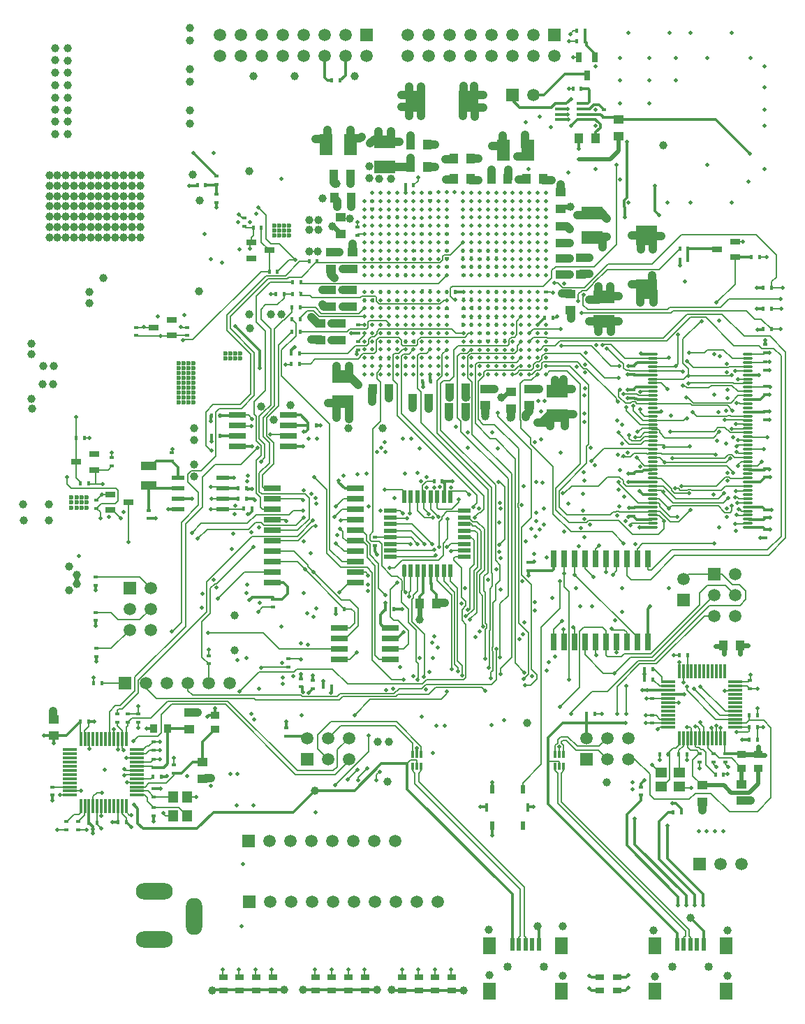
<source format=gbr>
G04 #@! TF.GenerationSoftware,KiCad,Pcbnew,5.0.0-rc2-dev-unknown-9f5316e~63~ubuntu17.10.1*
G04 #@! TF.CreationDate,2018-04-23T17:13:07+02:00*
G04 #@! TF.ProjectId,Cryptech Alpha,437279707465636820416C7068612E6B,rev?*
G04 #@! TF.SameCoordinates,Original*
G04 #@! TF.FileFunction,Copper,L1,Top,Signal*
G04 #@! TF.FilePolarity,Positive*
%FSLAX46Y46*%
G04 Gerber Fmt 4.6, Leading zero omitted, Abs format (unit mm)*
G04 Created by KiCad (PCBNEW 5.0.0-rc2-dev-unknown-9f5316e~63~ubuntu17.10.1) date Mon Apr 23 17:13:07 2018*
%MOMM*%
%LPD*%
G01*
G04 APERTURE LIST*
%ADD10C,1.500000*%
%ADD11R,1.500000X1.500000*%
%ADD12R,1.000000X1.200000*%
%ADD13R,0.600000X0.450000*%
%ADD14R,0.450000X0.600000*%
%ADD15R,1.200000X1.000000*%
%ADD16R,2.600000X2.400000*%
%ADD17R,2.600000X1.600000*%
%ADD18R,2.400000X2.600000*%
%ADD19R,1.600000X2.600000*%
%ADD20C,1.016000*%
%ADD21R,1.600000X2.000000*%
%ADD22R,0.600000X1.600000*%
%ADD23R,1.200000X0.800000*%
%ADD24R,1.000000X0.900000*%
%ADD25R,0.900000X1.000000*%
%ADD26R,2.032000X0.660400*%
%ADD27R,0.660400X2.032000*%
%ADD28R,0.300000X0.850000*%
%ADD29O,2.000000X4.500000*%
%ADD30O,4.500000X2.000000*%
%ADD31R,1.000000X0.800000*%
%ADD32R,0.800000X1.200000*%
%ADD33R,0.450000X1.016000*%
%ADD34R,0.609600X1.016000*%
%ADD35R,1.244600X0.406400*%
%ADD36O,1.200000X0.300000*%
%ADD37R,1.550000X0.600000*%
%ADD38R,0.300000X1.800000*%
%ADD39R,1.800000X0.300000*%
%ADD40O,0.550000X1.550000*%
%ADD41R,0.550000X1.550000*%
%ADD42R,1.550000X0.550000*%
%ADD43R,1.905000X1.117600*%
%ADD44R,1.193800X1.397000*%
%ADD45R,1.397000X1.193800*%
%ADD46C,1.000000*%
%ADD47C,0.500000*%
%ADD48C,0.600000*%
%ADD49C,0.300000*%
%ADD50C,0.150000*%
%ADD51C,0.164000*%
%ADD52C,0.600000*%
%ADD53C,1.000000*%
%ADD54C,0.200000*%
%ADD55C,0.500000*%
G04 APERTURE END LIST*
D10*
X36580000Y-6000000D03*
X54360000Y-6000000D03*
X51820000Y-6000000D03*
X49280000Y-6000000D03*
X46740000Y-6000000D03*
X44200000Y-6000000D03*
X41660000Y-6000000D03*
X39120000Y-6000000D03*
X34040000Y-6000000D03*
D11*
X31500000Y-6000000D03*
X84160740Y30530000D03*
D10*
X84160740Y33070000D03*
D12*
X71500000Y86500000D03*
X73500000Y86500000D03*
D13*
X74500000Y89000000D03*
X74500000Y90000000D03*
D14*
X70750000Y92500000D03*
X71750000Y92500000D03*
D15*
X76250000Y88750000D03*
X76250000Y86750000D03*
D14*
X13625000Y20450000D03*
X12625000Y20450000D03*
D13*
X26600000Y23800000D03*
X26600000Y22800000D03*
X37800000Y21000000D03*
X37800000Y20000000D03*
X39200000Y20800000D03*
X39200000Y19800000D03*
X94056200Y38108000D03*
X94056200Y39108000D03*
X78105000Y41727400D03*
X78105000Y40727400D03*
X94056200Y55405400D03*
X94056200Y56405400D03*
X78105000Y57894600D03*
X78105000Y58894600D03*
X94056200Y45423200D03*
X94056200Y46423200D03*
X78105000Y55024400D03*
X78105000Y56024400D03*
X94056200Y61493400D03*
X94056200Y60493400D03*
X94056200Y40495600D03*
X94056200Y41495600D03*
X94056200Y58377200D03*
X94056200Y59377200D03*
X78105000Y44864400D03*
X78105000Y45864400D03*
X94056200Y52408200D03*
X94056200Y53408200D03*
D14*
X39600000Y51675000D03*
X38600000Y51675000D03*
D13*
X22100000Y48375000D03*
X22100000Y47375000D03*
X19300000Y41400000D03*
X19300000Y40400000D03*
X10719800Y2684400D03*
X10719800Y3684400D03*
X19889200Y4360800D03*
X19889200Y5360800D03*
X9297400Y2684400D03*
X9297400Y3684400D03*
D15*
X25807400Y10890000D03*
X25807400Y8890000D03*
D13*
X19889200Y7697600D03*
X19889200Y6697600D03*
X22325000Y10525000D03*
X22325000Y9525000D03*
D15*
X24207200Y16884400D03*
X24207200Y14884400D03*
D13*
X19889200Y10228200D03*
X19889200Y11228200D03*
D15*
X7773400Y14071600D03*
X7773400Y16071600D03*
D14*
X13048600Y3565400D03*
X12048600Y3565400D03*
X15579200Y3590800D03*
X16579200Y3590800D03*
D13*
X19889200Y12336400D03*
X19889200Y13336400D03*
D14*
X11032600Y15782800D03*
X12032600Y15782800D03*
X80459200Y20897600D03*
X79459200Y20897600D03*
X82300000Y11825000D03*
X81300000Y11825000D03*
X80425000Y22150000D03*
X79425000Y22150000D03*
D15*
X86419000Y8066800D03*
X86419000Y6066800D03*
D14*
X83599400Y11829800D03*
X84599400Y11829800D03*
D13*
X86131400Y11923400D03*
X86131400Y10923400D03*
D15*
X91186000Y6207000D03*
X91186000Y8207000D03*
D13*
X87782400Y10923400D03*
X87782400Y11923400D03*
D12*
X91000000Y25000000D03*
X89000000Y25000000D03*
D13*
X80391000Y16597000D03*
X80391000Y15597000D03*
X89230200Y10923400D03*
X89230200Y11923400D03*
X92202000Y20813400D03*
X92202000Y19813400D03*
X80391000Y18619600D03*
X80391000Y19619600D03*
D12*
X54152600Y30147800D03*
X52152600Y30147800D03*
D14*
X54904000Y44950800D03*
X53904000Y44950800D03*
X53583200Y32428600D03*
X52583200Y32428600D03*
D13*
X65325000Y35125000D03*
X65325000Y34125000D03*
D14*
X55456200Y67894200D03*
X56456200Y67894200D03*
D13*
X34352200Y29648200D03*
X34352200Y30648200D03*
D14*
X49050000Y29475000D03*
X48050000Y29475000D03*
X41500000Y93500000D03*
X42500000Y93500000D03*
D16*
X79705200Y68251000D03*
X79705200Y74751000D03*
D14*
X61434600Y69875400D03*
X60434600Y69875400D03*
X57437400Y72898000D03*
X58437400Y72898000D03*
D17*
X47929800Y86056600D03*
X47929800Y83056600D03*
D18*
X51625400Y90997000D03*
X58125400Y90997000D03*
D14*
X60434600Y70916800D03*
X61434600Y70916800D03*
X61460000Y63855600D03*
X60460000Y63855600D03*
X57437400Y71907400D03*
X58437400Y71907400D03*
X58462800Y66903600D03*
X57462800Y66903600D03*
D12*
X51070000Y83007200D03*
X53070000Y83007200D03*
D17*
X42849800Y57591350D03*
X42849800Y54591350D03*
D13*
X57454800Y69908800D03*
X57454800Y70908800D03*
D14*
X61460000Y67894200D03*
X60460000Y67894200D03*
D15*
X43992800Y70678800D03*
X43992800Y72678800D03*
D17*
X74523600Y64311400D03*
X74523600Y67311400D03*
D14*
X61450600Y66878200D03*
X62450600Y66878200D03*
D12*
X51070000Y85725000D03*
X53070000Y85725000D03*
X62849000Y81559400D03*
X60849000Y81559400D03*
D15*
X60121800Y56118000D03*
X60121800Y54118000D03*
D14*
X61434600Y65887600D03*
X60434600Y65887600D03*
D13*
X55473600Y70899400D03*
X55473600Y71899400D03*
D15*
X71678800Y72018400D03*
X71678800Y70018400D03*
X43916600Y68106800D03*
X43916600Y66106800D03*
D14*
X59478800Y65887600D03*
X58478800Y65887600D03*
D13*
X55473600Y72906000D03*
X55473600Y73906000D03*
D15*
X41427400Y66106800D03*
X41427400Y68106800D03*
X69265800Y69967600D03*
X69265800Y71967600D03*
D14*
X58453400Y64846200D03*
X59453400Y64846200D03*
X58453400Y70891400D03*
X59453400Y70891400D03*
D12*
X56302400Y84023200D03*
X58302400Y84023200D03*
D15*
X70485000Y67649600D03*
X70485000Y65649600D03*
D14*
X60434600Y64846200D03*
X61434600Y64846200D03*
D13*
X57454800Y64879600D03*
X57454800Y65879600D03*
D12*
X55743600Y53797200D03*
X57743600Y53797200D03*
X58302400Y81559400D03*
X56302400Y81559400D03*
D14*
X57437400Y63881000D03*
X58437400Y63881000D03*
D13*
X55422800Y65879600D03*
X55422800Y64879600D03*
D15*
X41402000Y72678800D03*
X41402000Y70678800D03*
D12*
X57769000Y56184800D03*
X55769000Y56184800D03*
D14*
X60434600Y71907400D03*
X61434600Y71907400D03*
D13*
X59436000Y71890000D03*
X59436000Y72890000D03*
D14*
X61460000Y72898000D03*
X60460000Y72898000D03*
D19*
X65279400Y85064600D03*
X62279400Y85064600D03*
X40791000Y85699600D03*
X43791000Y85699600D03*
D17*
X68834000Y55883000D03*
X68834000Y52883000D03*
X73075800Y74471400D03*
X73075800Y77471400D03*
D15*
X63246000Y53742980D03*
X63246000Y55742980D03*
D12*
X43773600Y82067400D03*
X41773600Y82067400D03*
X41824400Y79273400D03*
X43824400Y79273400D03*
D15*
X40157400Y64042800D03*
X40157400Y62042800D03*
X42595800Y62042800D03*
X42595800Y64042800D03*
D12*
X53298600Y54914800D03*
X51298600Y54914800D03*
D15*
X69265800Y79943200D03*
X69265800Y77943200D03*
X65455800Y56118000D03*
X65455800Y54118000D03*
D12*
X67116200Y81559400D03*
X65116200Y81559400D03*
D15*
X42621200Y74920600D03*
X42621200Y76920600D03*
X69265800Y73828400D03*
X69265800Y75828400D03*
D12*
X46447200Y56083200D03*
X48447200Y56083200D03*
D13*
X48437800Y62882400D03*
X48437800Y61882400D03*
D14*
X48455200Y59867800D03*
X47455200Y59867800D03*
D13*
X53467000Y78925800D03*
X53467000Y79925800D03*
D14*
X61450600Y61924400D03*
X62450600Y61924400D03*
X50436400Y69875400D03*
X49436400Y69875400D03*
D13*
X55473600Y75912600D03*
X55473600Y74912600D03*
X44678600Y63898400D03*
X44678600Y62898400D03*
D14*
X52509800Y56997600D03*
X53509800Y56997600D03*
D13*
X52451000Y75887200D03*
X52451000Y74887200D03*
D14*
X68318000Y64744600D03*
X67318000Y64744600D03*
X53459000Y67919600D03*
X52459000Y67919600D03*
D13*
X46431200Y78909800D03*
X46431200Y77909800D03*
X49453800Y65895600D03*
X49453800Y66895600D03*
D14*
X49436400Y58902600D03*
X50436400Y58902600D03*
X49445800Y76911200D03*
X48445800Y76911200D03*
D13*
X60452000Y61907800D03*
X60452000Y62907800D03*
D14*
X47455200Y67894200D03*
X48455200Y67894200D03*
X51427000Y80797400D03*
X50427000Y80797400D03*
X64431800Y67894200D03*
X63431800Y67894200D03*
X50452400Y61899800D03*
X51452400Y61899800D03*
D13*
X51460400Y72890000D03*
X51460400Y71890000D03*
X67462400Y67886200D03*
X67462400Y66886200D03*
D14*
X46448600Y66878200D03*
X45448600Y66878200D03*
D13*
X44595460Y75771950D03*
X44595460Y74771950D03*
X24003000Y62593600D03*
X24003000Y63593600D03*
X14833600Y47769400D03*
X14833600Y46769400D03*
X30911800Y75827000D03*
X30911800Y76827000D03*
X36000000Y15000000D03*
X36000000Y14000000D03*
D14*
X72400000Y16700000D03*
X73400000Y16700000D03*
D20*
X67209800Y-13884000D03*
X62800000Y-13884000D03*
D21*
X69360000Y-16900000D03*
X69360000Y-11394800D03*
X60660000Y-16900000D03*
D22*
X66600200Y-11200000D03*
X65800000Y-11200000D03*
X65000000Y-11200000D03*
X64200000Y-11200000D03*
X63400000Y-11200000D03*
D21*
X60660000Y-11394800D03*
D20*
X82800000Y-13884000D03*
X87209800Y-13884000D03*
D21*
X80660000Y-11394800D03*
D22*
X83400000Y-11200000D03*
X84200000Y-11200000D03*
X85000000Y-11200000D03*
X85800000Y-11200000D03*
X86600200Y-11200000D03*
D21*
X80660000Y-16900000D03*
X89360000Y-11394800D03*
X89360000Y-16900000D03*
D23*
X22080400Y62600800D03*
X22080400Y64500800D03*
X19880400Y63550800D03*
X10507800Y47269400D03*
X12707800Y48219400D03*
X12707800Y46319400D03*
X31716800Y73873400D03*
X31716800Y71973400D03*
X33916800Y72923400D03*
D24*
X27351200Y16572600D03*
X27351200Y14872600D03*
D25*
X21602800Y14919200D03*
X19902800Y14919200D03*
D24*
X93218000Y11816200D03*
X93218000Y10116200D03*
X91186000Y10116200D03*
X91186000Y11816200D03*
D26*
X30081800Y52933000D03*
X36228600Y52933000D03*
X30081800Y51663000D03*
X30081800Y50393000D03*
X36228600Y51663000D03*
X36228600Y50393000D03*
X30081800Y49123000D03*
X36228600Y49123000D03*
X44385200Y32637400D03*
X44385200Y33907400D03*
X44385200Y35177400D03*
X44385200Y36447400D03*
X44385200Y37717400D03*
X44385200Y38987400D03*
X44385200Y40257400D03*
X44385200Y41527400D03*
X34326800Y41527400D03*
X34326800Y40257400D03*
X34326800Y38987400D03*
X34326800Y37717400D03*
X34326800Y36447400D03*
X34326800Y35177400D03*
X34326800Y33907400D03*
X34326800Y32637400D03*
X44385200Y42797400D03*
X44385200Y44067400D03*
X34326800Y42797400D03*
X34326800Y44067400D03*
X48610200Y23378200D03*
X42463400Y23378200D03*
X48610200Y24648200D03*
X48610200Y25918200D03*
X42463400Y24648200D03*
X42463400Y25918200D03*
X48610200Y27188200D03*
X42463400Y27188200D03*
D27*
X79806800Y35493200D03*
X78536800Y35493200D03*
X79806800Y25434800D03*
X78536800Y25434800D03*
X68376800Y35493200D03*
X69646800Y35493200D03*
X70916800Y35493200D03*
X72186800Y35493200D03*
X73456800Y35493200D03*
X74726800Y35493200D03*
X75996800Y35493200D03*
X77266800Y35493200D03*
X77266800Y25434800D03*
X75996800Y25434800D03*
X74726800Y25434800D03*
X73456800Y25434800D03*
X72186800Y25434800D03*
X70916800Y25434800D03*
X69646800Y25434800D03*
X68376800Y25434800D03*
D28*
X52316000Y11799400D03*
X51816000Y11799400D03*
X51316000Y11799400D03*
X51316000Y10349400D03*
X51816000Y10349400D03*
X52316000Y10349400D03*
X69613400Y10349400D03*
X69113400Y10349400D03*
X68613400Y10349400D03*
X68613400Y11799400D03*
X69113400Y11799400D03*
X69613400Y11799400D03*
D10*
X29133790Y20421600D03*
X26593790Y20421600D03*
X24053790Y20421600D03*
X21513790Y20421600D03*
X18973790Y20421600D03*
D11*
X16433790Y20421600D03*
X38506390Y11252200D03*
D10*
X38506390Y13792200D03*
X41046390Y11252200D03*
X41046390Y13792200D03*
X43586390Y11252200D03*
X43586390Y13792200D03*
X77444590Y13792200D03*
X77444590Y11252200D03*
X74904590Y13792200D03*
X74904590Y11252200D03*
X72364590Y13792200D03*
D11*
X72364590Y11252200D03*
D29*
X24800000Y-7800000D03*
D30*
X20000000Y-10600000D03*
X20000000Y-4800000D03*
D10*
X65916800Y91744800D03*
D11*
X63376800Y91744800D03*
X87847000Y33705800D03*
D10*
X90387000Y33705800D03*
X87847000Y31165800D03*
X90387000Y31165800D03*
X87847000Y28625800D03*
X90387000Y28625800D03*
X91219330Y-1500000D03*
X88679330Y-1500000D03*
D11*
X86139330Y-1500000D03*
X16980000Y32015000D03*
D10*
X19520000Y32015000D03*
X16980000Y29475000D03*
X19520000Y29475000D03*
X16980000Y26935000D03*
X19520000Y26935000D03*
D31*
X45514200Y-15200000D03*
X45514200Y-16800000D03*
X41514190Y-16800000D03*
X41514190Y-15200000D03*
X39514190Y-15200000D03*
X39514190Y-16800000D03*
X43514200Y-16800000D03*
X43514200Y-15200000D03*
X34350000Y-15200000D03*
X34350000Y-16800000D03*
X30350000Y-16800000D03*
X30350000Y-15200000D03*
X28350000Y-15200000D03*
X28350000Y-16800000D03*
X32350000Y-16800000D03*
X32350000Y-15200000D03*
X74000000Y-15200000D03*
X74000000Y-16800000D03*
X52050000Y-16800000D03*
X52050000Y-15200000D03*
X56050000Y-15200000D03*
X56050000Y-16800000D03*
X54050000Y-16800000D03*
X54050000Y-15200000D03*
X50050000Y-15200000D03*
X50050000Y-16800000D03*
X76132250Y-16800000D03*
X76132250Y-15200000D03*
D32*
X72452000Y94138800D03*
X71502000Y96338800D03*
X73402000Y96338800D03*
D23*
X88206400Y73050400D03*
X90406400Y74000400D03*
X90406400Y72100400D03*
X14639800Y43360600D03*
X14639800Y41460600D03*
X16839800Y42410600D03*
D13*
X27500000Y81900000D03*
X27500000Y80900000D03*
X27500000Y78700000D03*
X27500000Y79700000D03*
D14*
X25204800Y80830800D03*
X26204800Y80830800D03*
X72250000Y99500000D03*
X71250000Y99500000D03*
X72250000Y98250000D03*
X71250000Y98250000D03*
X41470200Y20040600D03*
X40470200Y20040600D03*
X27940200Y50393000D03*
X26940200Y50393000D03*
X26925000Y52900000D03*
X27925000Y52900000D03*
X30808600Y41629000D03*
X31808600Y41629000D03*
X31183200Y42799000D03*
X30183200Y42799000D03*
X30183200Y44094400D03*
X31183200Y44094400D03*
X19795600Y9153400D03*
X20795600Y9153400D03*
D13*
X7621000Y6875400D03*
X7621000Y7875400D03*
D14*
X88025000Y9400000D03*
X89025000Y9400000D03*
X83675600Y23844000D03*
X84675600Y23844000D03*
D13*
X46700000Y38125000D03*
X46700000Y37125000D03*
X36220400Y23385400D03*
X36220400Y22385400D03*
X79000000Y7875000D03*
X79000000Y6875000D03*
D14*
X38750000Y71575000D03*
X39750000Y71575000D03*
X83709000Y71729600D03*
X84709000Y71729600D03*
X35700000Y67650000D03*
X34700000Y67650000D03*
X92413200Y72110600D03*
X93413200Y72110600D03*
X94835600Y68402200D03*
X93835600Y68402200D03*
X93810200Y65862200D03*
X94810200Y65862200D03*
X94810200Y63347600D03*
X93810200Y63347600D03*
D13*
X12900000Y32325000D03*
X12900000Y33325000D03*
X12875000Y29050000D03*
X12875000Y28050000D03*
X13000000Y23700000D03*
X13000000Y24700000D03*
D14*
X42025000Y29475000D03*
X43025000Y29475000D03*
X84709000Y73126600D03*
X83709000Y73126600D03*
X37725000Y67650000D03*
X36725000Y67650000D03*
D13*
X44700000Y60850000D03*
X44700000Y61850000D03*
D14*
X37775000Y69025000D03*
X36775000Y69025000D03*
D13*
X17780000Y63593600D03*
X17780000Y62593600D03*
D14*
X11498200Y50165000D03*
X10498200Y50165000D03*
X11000000Y44700000D03*
X12000000Y44700000D03*
X34917000Y70358000D03*
X33917000Y70358000D03*
X32975000Y75625000D03*
X31975000Y75625000D03*
D13*
X12971200Y41656600D03*
X12971200Y42656600D03*
D14*
X82900000Y4800000D03*
X83900000Y4800000D03*
X36650000Y66000000D03*
X37650000Y66000000D03*
X37650000Y64560670D03*
X36650000Y64560670D03*
X36650000Y63050000D03*
X37650000Y63050000D03*
D13*
X16752300Y15740000D03*
X16752300Y16740000D03*
X15495000Y16740000D03*
X15495000Y15740000D03*
D14*
X92108400Y15131800D03*
X93108400Y15131800D03*
X93108400Y16605000D03*
X92108400Y16605000D03*
X93108400Y13633200D03*
X92108400Y13633200D03*
D13*
X18009600Y15740000D03*
X18009600Y16740000D03*
D33*
X65317000Y5360800D03*
X60265000Y5360800D03*
D34*
X60945800Y7560800D03*
X60945800Y3151000D03*
X64650000Y3151000D03*
X64650000Y7560800D03*
D10*
X49190000Y1300000D03*
D11*
X31410000Y1300000D03*
D10*
X33950000Y1300000D03*
X36490000Y1300000D03*
X39030000Y1300000D03*
X41570000Y1300000D03*
X44110000Y1300000D03*
X46650000Y1300000D03*
X50692990Y96494600D03*
X50692990Y99034600D03*
X53232990Y96494600D03*
X53232990Y99034600D03*
X55772990Y96494600D03*
X55772990Y99034600D03*
X58312990Y96494600D03*
X58312990Y99034600D03*
X60852990Y96494600D03*
X60852990Y99034600D03*
X63392990Y96494600D03*
X63392990Y99034600D03*
X65932990Y96494600D03*
X65932990Y99034600D03*
X68472990Y96494600D03*
D11*
X68472990Y99034600D03*
X45689190Y99034600D03*
D10*
X45689190Y96494600D03*
X43149190Y99034600D03*
X43149190Y96494600D03*
X40609190Y99034600D03*
X40609190Y96494600D03*
X38069190Y99034600D03*
X38069190Y96494600D03*
X35529190Y99034600D03*
X35529190Y96494600D03*
X32989190Y99034600D03*
X32989190Y96494600D03*
X30449190Y99034600D03*
X30449190Y96494600D03*
X27909190Y99034600D03*
X27909190Y96494600D03*
D35*
X69200000Y90725000D03*
X69200000Y90075000D03*
X69200000Y89419800D03*
X69200000Y88759400D03*
X71820800Y88759400D03*
X71820800Y89419800D03*
X71820800Y90075000D03*
X71820800Y90725000D03*
D36*
X80420400Y60326400D03*
X80420400Y59826400D03*
X80420400Y59326400D03*
X80420400Y58826400D03*
X80420400Y58326400D03*
X80420400Y57826400D03*
X80420400Y57326400D03*
X80420400Y56826400D03*
X80420400Y56326400D03*
X80420400Y55826400D03*
X80420400Y55326400D03*
X80420400Y54826400D03*
X80420400Y54326400D03*
X80420400Y53826400D03*
X80420400Y53326400D03*
X80420400Y52826400D03*
X80420400Y52326400D03*
X80420400Y51826400D03*
X80420400Y51326400D03*
X80420400Y50826400D03*
X80420400Y50326400D03*
X80420400Y49826400D03*
X80420400Y49326400D03*
X80420400Y48826400D03*
X80420400Y48326400D03*
X80420400Y47826400D03*
X80420400Y47326400D03*
X80420400Y46826400D03*
X80420400Y46326400D03*
X80420400Y45826400D03*
X80420400Y45326400D03*
X80420400Y44826400D03*
X80420400Y44326400D03*
X80420400Y43826400D03*
X80420400Y43326400D03*
X80420400Y42826400D03*
X80420400Y42326400D03*
X80420400Y41826400D03*
X80420400Y41326400D03*
X80420400Y40826400D03*
X80420400Y40326400D03*
X80420400Y39826400D03*
X80420400Y39326400D03*
X91920400Y60326400D03*
X91920400Y59826400D03*
X91920400Y59326400D03*
X91920400Y58826400D03*
X91920400Y58326400D03*
X91920400Y57826400D03*
X91920400Y57326400D03*
X91920400Y56826400D03*
X91920400Y56326400D03*
X91920400Y55826400D03*
X91920400Y55326400D03*
X91920400Y54826400D03*
X91920400Y54326400D03*
X91920400Y53826400D03*
X91920400Y53326400D03*
X91920400Y52826400D03*
X91920400Y52326400D03*
X91920400Y51826400D03*
X91920400Y51326400D03*
X91920400Y50826400D03*
X91920400Y50326400D03*
X91920400Y49826400D03*
X91920400Y49326400D03*
X91920400Y48826400D03*
X91920400Y48326400D03*
X91920400Y47826400D03*
X91920400Y47326400D03*
X91920400Y46826400D03*
X91920400Y46326400D03*
X91920400Y45826400D03*
X91920400Y45326400D03*
X91920400Y44826400D03*
X91920400Y44326400D03*
X91920400Y43826400D03*
X91920400Y43326400D03*
X91920400Y42826400D03*
X91920400Y42326400D03*
X91920400Y41826400D03*
X91920400Y41326400D03*
X91920400Y40826400D03*
X91920400Y40326400D03*
X91920400Y39826400D03*
X91920400Y39326400D03*
D37*
X28292400Y45355000D03*
X28292400Y44085000D03*
X28292400Y42815000D03*
X28292400Y41545000D03*
X22882200Y41545000D03*
X22882200Y42815000D03*
X22882200Y44085000D03*
X22882200Y45355000D03*
D38*
X16568600Y5586000D03*
X16068600Y5586000D03*
X15568600Y5586000D03*
X15068600Y5586000D03*
X14568600Y5586000D03*
X14068600Y5586000D03*
X13568600Y5586000D03*
X13068600Y5586000D03*
X12568600Y5586000D03*
X12068600Y5586000D03*
X11568600Y5586000D03*
X11068600Y5586000D03*
D39*
X9768600Y6886000D03*
X9768600Y7385990D03*
X9768600Y7886000D03*
X9768600Y8386000D03*
X9768600Y8886000D03*
X9768600Y9386000D03*
X9768600Y9885990D03*
X9768600Y10386000D03*
X9768600Y10886000D03*
X9768600Y11386000D03*
X9768600Y11886000D03*
X9768600Y12386000D03*
D38*
X11068600Y13686000D03*
X11568600Y13686000D03*
X12068600Y13686000D03*
X12568600Y13686000D03*
X13068600Y13686000D03*
X13568600Y13686000D03*
X14068600Y13686000D03*
X14568600Y13686000D03*
X15068600Y13686000D03*
X15568600Y13686000D03*
X16068600Y13686000D03*
X16568600Y13686000D03*
D39*
X17868600Y12386000D03*
X17868600Y11886000D03*
X17868600Y11386000D03*
X17868600Y10886000D03*
X17868600Y10386000D03*
X17868600Y9885990D03*
X17868600Y9386000D03*
X17868600Y8886000D03*
X17868600Y8386000D03*
X17868600Y7886000D03*
X17868600Y7385990D03*
X17868600Y6886000D03*
D38*
X83635400Y13799600D03*
X84135400Y13799600D03*
X84635400Y13799600D03*
X85135400Y13799600D03*
X85635400Y13799600D03*
X86135400Y13799600D03*
X86635400Y13799600D03*
X87135400Y13799600D03*
X87635400Y13799600D03*
X88135400Y13799600D03*
X88635400Y13799600D03*
X89135400Y13799600D03*
D39*
X90435400Y15099600D03*
X90435400Y15599600D03*
X90435400Y16099600D03*
X90435400Y16599600D03*
X90435400Y17099600D03*
X90435400Y17599600D03*
X90435400Y18099600D03*
X90435400Y18599600D03*
X90435400Y19099600D03*
X90435400Y19599600D03*
X90435400Y20099600D03*
X90435400Y20599600D03*
D38*
X89135400Y21899600D03*
X88635400Y21899600D03*
X88135400Y21899600D03*
X87635400Y21899600D03*
X87135400Y21899600D03*
X86635400Y21899600D03*
X86135400Y21899600D03*
X85635400Y21899600D03*
X85135400Y21899600D03*
X84635400Y21899600D03*
X84135400Y21899600D03*
X83635400Y21899600D03*
D39*
X82335400Y20599600D03*
X82335400Y20099600D03*
X82335400Y19599600D03*
X82335400Y19099600D03*
X82335400Y18599600D03*
X82335400Y18099600D03*
X82335400Y17599600D03*
X82335400Y17099600D03*
X82335400Y16599600D03*
X82335400Y16099600D03*
X82335400Y15599600D03*
X82335400Y15099600D03*
D40*
X50283200Y34075000D03*
D41*
X51083200Y34075000D03*
X51883200Y34075000D03*
X52683200Y34075000D03*
X53483200Y34075000D03*
X54283200Y34075000D03*
X55083200Y34075000D03*
X55883200Y34075000D03*
D42*
X57558200Y35750000D03*
X57558200Y36550000D03*
X57558200Y37350000D03*
X57558200Y38150000D03*
X57558200Y38950000D03*
X57558200Y39750000D03*
X57558200Y40550000D03*
X57558200Y41350000D03*
D41*
X55883200Y43025000D03*
X55083200Y43025000D03*
X54283200Y43025000D03*
X53483200Y43025000D03*
X52683200Y43025000D03*
X51883200Y43025000D03*
X51083200Y43025000D03*
X50283200Y43025000D03*
D42*
X48608200Y41350000D03*
X48608200Y40550000D03*
X48608200Y39750000D03*
X48608200Y38950000D03*
X48608200Y38150000D03*
X48608200Y37350000D03*
X48608200Y36550000D03*
X48608200Y35750000D03*
D43*
X19275000Y46819200D03*
X19275000Y44400000D03*
D44*
X22236800Y6617600D03*
X22236800Y4407800D03*
X23938600Y4407800D03*
X23938600Y6617600D03*
D45*
X83642600Y7936400D03*
X81432800Y7936400D03*
X81432800Y9638200D03*
X83642600Y9638200D03*
D13*
X59400000Y61900000D03*
X59400000Y62900000D03*
D14*
X37591000Y59175700D03*
X36591000Y59175700D03*
X37591000Y60407600D03*
X36591000Y60407600D03*
D46*
X65239400Y15597000D03*
X81710650Y85638070D03*
X25379080Y67996520D03*
D47*
X84500000Y-6500000D03*
X72725000Y-16500000D03*
X83500000Y-6500000D03*
X72750000Y-15000000D03*
X85500000Y-6500000D03*
X77496220Y-14963590D03*
X86500000Y-6500000D03*
X77496220Y-16469460D03*
X66000000Y5500000D03*
D46*
X60660000Y-14963590D03*
X80500000Y-9536420D03*
X89500000Y-15000000D03*
X89487400Y-9500000D03*
X80660000Y-15067780D03*
X69488400Y-15000000D03*
X69488400Y-9000000D03*
X60500000Y-9413610D03*
X85000000Y-8000000D03*
X66500000Y-9000000D03*
X35750000Y-16750000D03*
X57500000Y-16800000D03*
X48750000Y-16750000D03*
X47000000Y-16750000D03*
X37982000Y-16750000D03*
X27000000Y-16800000D03*
D47*
X30530800Y-9000000D03*
X30750000Y-1500000D03*
X8250000Y2654120D03*
X11772170Y2692730D03*
D46*
X43593770Y52492120D03*
D47*
X84554130Y15100740D03*
X87550000Y15025000D03*
X88679330Y15000730D03*
X89125000Y19525000D03*
X12100590Y12500610D03*
X16700000Y8425000D03*
X13550000Y4400000D03*
X11125000Y7400000D03*
X88993380Y2527420D03*
X87997700Y2527420D03*
X86998520Y2477410D03*
X86000000Y2477410D03*
X53950000Y44200000D03*
X54627670Y44227160D03*
X58700000Y41823870D03*
X58827870Y40551980D03*
X47427310Y41402020D03*
X95952200Y63352200D03*
X96152200Y68401800D03*
X95952200Y67001800D03*
X96052200Y65834400D03*
X15550000Y12450000D03*
X17425000Y13425000D03*
X16275000Y12325000D03*
X13600000Y7175000D03*
X17512500Y5687500D03*
X45500000Y-14250000D03*
X41500000Y-14250000D03*
X39500000Y-14250000D03*
X43500000Y-14250000D03*
X34250000Y-14250000D03*
X30255000Y-14250000D03*
X28250000Y-14250000D03*
X32250000Y-14250000D03*
X52000000Y-14250000D03*
X56000000Y-14250000D03*
X54000000Y-14250000D03*
X50000000Y-14250000D03*
D46*
X8000000Y88514570D03*
X9500000Y88494600D03*
X9500000Y87000000D03*
X8000000Y87019970D03*
X8000000Y91439570D03*
X9500000Y91419600D03*
X9500000Y89925000D03*
X8000000Y89944970D03*
X8000000Y94439570D03*
X9500000Y94419600D03*
X9500000Y92925000D03*
X8000000Y92944970D03*
X8000000Y95944970D03*
X9500000Y95925000D03*
X9500000Y97419600D03*
X8000000Y97439570D03*
D47*
X85575000Y15200000D03*
X86229210Y15700770D03*
X50446300Y77889100D03*
X48440000Y69888100D03*
X47449000Y69888100D03*
X46433100Y69888100D03*
X58453420Y69892820D03*
X54434100Y69888100D03*
X54434100Y67889500D03*
X54434100Y66889500D03*
X54434100Y70904100D03*
X53443500Y69888100D03*
X59453420Y67884780D03*
X53443500Y66889500D03*
X53443500Y70904100D03*
X52452900Y69888100D03*
X53443500Y71894700D03*
X53443500Y65889500D03*
X54434100Y72885300D03*
X52452900Y71894700D03*
X53443500Y72885300D03*
X52452900Y65889500D03*
X53443500Y64889500D03*
X51436900Y69888100D03*
X51436900Y67889500D03*
X51436900Y70904100D03*
X54434100Y73901300D03*
X52452900Y72885300D03*
X53443500Y63889500D03*
X51436900Y65889500D03*
X50446300Y67889500D03*
X62453420Y69892820D03*
X62453420Y67884780D03*
X52452900Y63889500D03*
X50446300Y66889500D03*
X58448700Y74891900D03*
X50446300Y70904100D03*
X54434100Y74891900D03*
X52452900Y73901300D03*
X62448700Y70904100D03*
X51436900Y64889500D03*
X50446300Y71894700D03*
X50446300Y65889500D03*
X59448700Y74891900D03*
X62448700Y71894700D03*
X62453420Y65884780D03*
X51436900Y63889500D03*
X51436900Y73901300D03*
X49455700Y67889500D03*
X50446300Y72885300D03*
X52452900Y62889500D03*
X50446300Y64889500D03*
X60448700Y74891900D03*
X63453420Y69892820D03*
X62453420Y64884770D03*
X58448700Y75882500D03*
X49455700Y70904100D03*
X58453420Y61884780D03*
X63453420Y66884780D03*
X54434100Y61889500D03*
X53443500Y61889500D03*
X63448700Y71894700D03*
X63453420Y65884780D03*
X61448700Y74891900D03*
X61453430Y62884780D03*
X62453420Y63884770D03*
X50446300Y73901300D03*
X51436900Y62889500D03*
X49455700Y72885300D03*
X49455700Y64889500D03*
X60448700Y75882500D03*
X52452900Y61889500D03*
X63448700Y72885300D03*
X64453420Y69892820D03*
X57448700Y76898500D03*
X64453420Y66884780D03*
X64448700Y70904100D03*
X48439700Y66889500D03*
X58448700Y76898500D03*
X48439700Y70904100D03*
X50446300Y62889500D03*
X62448700Y74891900D03*
X62453420Y62884780D03*
X49455700Y63889500D03*
X49455700Y73901300D03*
X51436900Y75882500D03*
X64448700Y71894700D03*
X59453420Y60884780D03*
X64453420Y65884780D03*
X63453420Y63884770D03*
X48439700Y71894700D03*
X48439700Y65889500D03*
X59448700Y76898500D03*
X52452900Y60889500D03*
X64448700Y72885300D03*
X48439700Y72885300D03*
X48439700Y64889500D03*
X49455700Y74891900D03*
X49455700Y62889500D03*
X62448700Y75882500D03*
X57448700Y77889100D03*
X65453430Y69892820D03*
X65453430Y67884780D03*
X47449100Y66889500D03*
X65453430Y66884780D03*
X65448700Y70904100D03*
X61453430Y60884780D03*
X64453420Y63884770D03*
X61448700Y76898500D03*
X64448700Y73901300D03*
X47449100Y71894700D03*
X47449100Y65889500D03*
X59448700Y77889100D03*
X59453420Y59884770D03*
X49455700Y75882500D03*
X47449100Y72885300D03*
X60448700Y77889100D03*
X65448700Y72885300D03*
X60453420Y59884770D03*
X65453430Y64884770D03*
X64448700Y74891900D03*
X62453420Y60884780D03*
X48439700Y74891900D03*
X62448700Y76898500D03*
X66453420Y67884780D03*
X46433100Y67889500D03*
X57448700Y78905100D03*
X47449100Y63889500D03*
X61448700Y77889100D03*
X47449100Y73901300D03*
X58453420Y58884780D03*
X66453420Y66884780D03*
X66448700Y70904100D03*
X65453430Y63884770D03*
X65448700Y73901300D03*
X58448700Y78905100D03*
X46433100Y70904100D03*
X66448700Y71894700D03*
X66453420Y65884780D03*
X46433100Y71894700D03*
X59448700Y78905100D03*
X48439700Y75882500D03*
X63453420Y60884780D03*
X63448700Y76898500D03*
X47449100Y74891900D03*
X66448700Y72885300D03*
X65448700Y74891900D03*
X66453420Y64884770D03*
X60448700Y78905100D03*
X67453420Y69892820D03*
X45442500Y67889500D03*
X66448700Y73901300D03*
X46433100Y63889500D03*
X61448700Y78905100D03*
X46433100Y73901300D03*
X58448700Y79895700D03*
X45442500Y70904100D03*
X67448700Y70904100D03*
X64453420Y60884780D03*
X65448700Y75882500D03*
X63448700Y77889100D03*
X45442500Y71894700D03*
X67448700Y71894700D03*
X67453420Y65884780D03*
X46433100Y74891900D03*
X50446300Y78905100D03*
X46433100Y62889500D03*
X62448700Y78905100D03*
X45442500Y72885300D03*
X60448700Y79895700D03*
X64448700Y77889100D03*
X47449100Y76898500D03*
X48439700Y77889100D03*
X45442500Y73901300D03*
X67448700Y73901300D03*
X66448700Y75882500D03*
X46433100Y75882500D03*
X63448700Y78905100D03*
X67448700Y74891900D03*
X62448700Y79895700D03*
X66448700Y76898500D03*
X46433100Y60889500D03*
X64448700Y78905100D03*
X46433100Y76898500D03*
X45442500Y75882500D03*
X67448700Y75882500D03*
X45442500Y61889500D03*
X66448700Y77889100D03*
X66453420Y59884770D03*
X64448700Y79895700D03*
X45442500Y76898500D03*
X67448700Y76898500D03*
X66448700Y78905100D03*
X45442500Y78905100D03*
X67448700Y78905100D03*
X67448700Y79895700D03*
X51475000Y76875000D03*
X52450000Y76875000D03*
X63453420Y62884780D03*
X75850000Y28075000D03*
X47025000Y36050000D03*
X37750000Y23375000D03*
X24585000Y42815000D03*
X76675000Y31975000D03*
X56100000Y44900000D03*
D46*
X52125000Y28150000D03*
D47*
X65350000Y33525000D03*
X71425000Y37075000D03*
X70500000Y91250000D03*
X92207800Y84632800D03*
X79450000Y21550000D03*
X69113400Y12736600D03*
X51436900Y77889100D03*
D46*
X46125000Y85949990D03*
X40950000Y87500000D03*
X47175000Y87350000D03*
X48700000Y87325000D03*
D47*
X55450100Y75882500D03*
X57448700Y75882500D03*
X72202200Y58097800D03*
X52550000Y56400000D03*
D46*
X55225000Y30175000D03*
D47*
X57453420Y67884780D03*
X58453420Y67884780D03*
X57448700Y70904100D03*
X58453420Y66884780D03*
X55450100Y71894700D03*
X59453420Y69892820D03*
X57453420Y65884780D03*
X58448700Y71894700D03*
X59453420Y66884780D03*
X54434100Y65889500D03*
X59448700Y70904100D03*
X52452900Y67889500D03*
X57448700Y72885300D03*
X55445380Y64884770D03*
X60453420Y69892820D03*
X59453420Y65884780D03*
X52452900Y70904100D03*
X58453420Y64884770D03*
X60453420Y66884780D03*
X59448700Y72885300D03*
X60448700Y71894700D03*
X57453420Y63884770D03*
X61453430Y67884780D03*
X55450100Y73901300D03*
X61448700Y70904100D03*
X51436900Y66889500D03*
X58448700Y73901300D03*
X60453420Y64884770D03*
X59453420Y63884770D03*
X61453430Y65884780D03*
X53443500Y73901300D03*
X59448700Y73901300D03*
X57448700Y74891900D03*
X61448700Y72885300D03*
X62453420Y66884780D03*
X60448700Y73901300D03*
X53443500Y62889500D03*
X61453430Y63884770D03*
X61448700Y73901300D03*
X49455700Y69888100D03*
X57453420Y61884780D03*
X63453420Y67884780D03*
X49455700Y66889500D03*
X63448700Y70904100D03*
X49455700Y71894700D03*
X59448700Y75882500D03*
X59453420Y61884780D03*
X50446300Y63889500D03*
X62448700Y73901300D03*
X60453420Y61884780D03*
X55450100Y76898500D03*
X48439700Y67889500D03*
X54434100Y76898500D03*
X50446300Y74891900D03*
X61448700Y75882500D03*
X61453430Y61884780D03*
X63448700Y73901300D03*
X60453420Y60884780D03*
X60448700Y76898500D03*
X55450100Y77889100D03*
X50446300Y61889500D03*
X63448700Y74891900D03*
X58448700Y77889100D03*
X65453430Y65884780D03*
X63448700Y75882500D03*
X47449100Y64889500D03*
X52452900Y59889500D03*
X64453420Y62884780D03*
X55445380Y58884780D03*
X66453420Y69892820D03*
X55450100Y78905100D03*
X49455700Y60889500D03*
X64448700Y75882500D03*
X48439700Y61889500D03*
X62448700Y77889100D03*
X46433100Y72885300D03*
X45442500Y69888100D03*
X57448700Y79895700D03*
X64448700Y76898500D03*
X48439700Y76898500D03*
X47449100Y75882500D03*
X63453420Y59884770D03*
X59453420Y57884780D03*
X59448700Y79895700D03*
X67448700Y72885300D03*
X48439700Y59889500D03*
X65448700Y76898500D03*
X61448700Y79895700D03*
X49455700Y58889500D03*
X46433100Y61889500D03*
X65448700Y77889100D03*
X48439700Y78905100D03*
X67453420Y61884780D03*
X63448700Y79895700D03*
X65448700Y78905100D03*
X66453420Y58884780D03*
X65448700Y79895700D03*
X45442500Y58889500D03*
X66448700Y79895700D03*
X46431200Y78909800D03*
X56413400Y79959200D03*
D46*
X7250000Y82000000D03*
X8250000Y82000000D03*
X9250000Y82000000D03*
X10250000Y82000000D03*
X11250000Y82000000D03*
X12250000Y82000000D03*
X13250000Y82000000D03*
X14250000Y82000000D03*
X15250000Y82000000D03*
X16250000Y82000000D03*
X17250000Y82000000D03*
X18250000Y82000000D03*
X18250000Y80750000D03*
X17250000Y80750000D03*
X16250000Y80750000D03*
X15250000Y80750000D03*
X14250000Y80750000D03*
X13250000Y80750000D03*
X12250000Y80750000D03*
X11250000Y80750000D03*
X10250000Y80750000D03*
X9250000Y80750000D03*
X8250000Y80750000D03*
X7250000Y80750000D03*
X18250000Y79500000D03*
X17250000Y79500000D03*
X16250000Y79500000D03*
X15250000Y79500000D03*
X14250000Y79500000D03*
X13250000Y79500000D03*
X12250000Y79500000D03*
X11250000Y79500000D03*
X10250000Y79500000D03*
X9250000Y79500000D03*
X8250000Y79500000D03*
X7250000Y79500000D03*
X18250000Y78250000D03*
X17250000Y78250000D03*
X16250000Y78250000D03*
X15250000Y78250000D03*
X14250000Y78250000D03*
X13250000Y78250000D03*
X12250000Y78250000D03*
X11250000Y78250000D03*
X10250000Y78250000D03*
X9250000Y78250000D03*
X8250000Y78250000D03*
X7250000Y78250000D03*
X18250000Y77000000D03*
X17250000Y77000000D03*
X16250000Y77000000D03*
X15250000Y77000000D03*
X14250000Y77000000D03*
X13250000Y77000000D03*
X12250000Y77000000D03*
X11250000Y77000000D03*
X10250000Y77000000D03*
X9250000Y77000000D03*
X8250000Y77000000D03*
X7250000Y77000000D03*
X18250000Y75750000D03*
X17250000Y75750000D03*
X16250000Y75750000D03*
X15250000Y75750000D03*
X14250000Y75750000D03*
X13250000Y75750000D03*
X12250000Y75750000D03*
X11250000Y75750000D03*
X10250000Y75750000D03*
X9250000Y75750000D03*
X8250000Y75750000D03*
X7250000Y75750000D03*
X18250000Y74500000D03*
X17250000Y74500000D03*
X16250000Y74500000D03*
X15250000Y74500000D03*
X14250000Y74500000D03*
X13250000Y74500000D03*
X12250000Y74500000D03*
X11250000Y74500000D03*
X10250000Y74500000D03*
X9250000Y74500000D03*
X8250000Y74500000D03*
X7250000Y74500000D03*
X39025000Y62075000D03*
X41475000Y62025000D03*
X41050000Y54450000D03*
X51300000Y53800000D03*
X55700000Y52700000D03*
X55775000Y55075000D03*
X67950000Y51650000D03*
X69750040Y51650000D03*
X70500000Y64675000D03*
X72750000Y64300000D03*
X76325000Y64300000D03*
X73825000Y63050000D03*
X75325000Y63050000D03*
X70375000Y71950000D03*
X72750000Y72025000D03*
X80400000Y73050000D03*
X78975000Y73025000D03*
X77925000Y74700000D03*
X81450000Y74625000D03*
X70350000Y73825000D03*
X74825000Y74525000D03*
X69275000Y80925000D03*
X68125000Y81450000D03*
X62875000Y82675000D03*
X55350000Y81525000D03*
X55325000Y84000000D03*
X62200000Y86850000D03*
X61000000Y85575000D03*
X54025000Y85750000D03*
X54025000Y83050000D03*
X49725000Y86075000D03*
X52300000Y89200000D03*
X50925000Y89175000D03*
X50925000Y92800000D03*
X52300000Y92775000D03*
X49925000Y91725000D03*
X49950000Y90275000D03*
X39525000Y86450000D03*
X42075010Y80975000D03*
X42200000Y78175000D03*
X42450000Y72675000D03*
X42875000Y66100000D03*
X40350000Y66375000D03*
X38775000Y76600000D03*
X39900000Y76600000D03*
X40375000Y79200000D03*
X38775000Y72825000D03*
X39825000Y72800000D03*
X38750000Y75425000D03*
X39875000Y75375000D03*
X24275000Y99850000D03*
X24275000Y98350000D03*
X24275000Y94850000D03*
X24275000Y93350000D03*
X24275000Y89850000D03*
X24275000Y88250000D03*
X5150000Y53724980D03*
X5100000Y54900000D03*
X6400000Y56700000D03*
X7700000Y56700000D03*
X7800000Y58900000D03*
X6500000Y58900000D03*
X5100000Y61600000D03*
X5100000Y60300000D03*
X12100000Y67900000D03*
X12100000Y66500000D03*
X13800000Y69600000D03*
X32900000Y54000000D03*
X36500000Y54200000D03*
X24800000Y51400000D03*
X24800000Y49900000D03*
X24800000Y47000000D03*
X24800000Y45500000D03*
X7200000Y40150000D03*
X7200000Y42100000D03*
X4150000Y40150000D03*
X4100000Y42100000D03*
X29750000Y24450000D03*
X92300000Y6200000D03*
X86425000Y5075000D03*
X74850000Y8475000D03*
X48275000Y8500000D03*
X26850000Y8975000D03*
X7750000Y17050000D03*
X25275000Y16900000D03*
X43549990Y51350000D03*
X74300000Y73300000D03*
D47*
X94100000Y62000000D03*
X93300000Y57800000D03*
X94600000Y58400000D03*
X94600000Y55400000D03*
X94600000Y52400000D03*
X94676800Y45423200D03*
X94795600Y41495600D03*
X93500000Y38100000D03*
X79000000Y60400000D03*
X77505400Y58894600D03*
X77424400Y56024400D03*
X73556800Y61456800D03*
X72128800Y52128800D03*
X60934600Y50865400D03*
X56588800Y51511200D03*
X50147600Y50052400D03*
X39717600Y50082400D03*
X31235800Y44935800D03*
X29821800Y41978200D03*
X29550000Y38550000D03*
X29417600Y36717600D03*
X27207800Y33007800D03*
X27550000Y32050000D03*
X31123000Y31377000D03*
X32700000Y39300000D03*
X39200000Y21400000D03*
X37800000Y21600000D03*
X40470200Y20729800D03*
D46*
X48450000Y13350000D03*
D47*
X55186200Y15313800D03*
X62400000Y15951200D03*
X67529000Y21971000D03*
X68584000Y23684000D03*
X67792600Y23007400D03*
X66156600Y30243400D03*
X66038400Y35161600D03*
X66285400Y41114600D03*
X65042800Y88442800D03*
X87923600Y60326400D03*
X89416000Y59166000D03*
X89454200Y56045800D03*
X88423600Y53326400D03*
X89487400Y45987400D03*
X89398000Y40648000D03*
X88439200Y39310800D03*
X48439700Y57889500D03*
D46*
X63200000Y52650000D03*
X60100000Y52800000D03*
D47*
X72150000Y55375000D03*
X58000000Y50825000D03*
X81450000Y53375000D03*
X72007600Y41392400D03*
X87800000Y43324000D03*
X43900000Y62875000D03*
X77453780Y45852240D03*
D46*
X66478240Y52027540D03*
X65053170Y52702570D03*
D47*
X72157800Y45042200D03*
X72117400Y38182600D03*
X78810800Y39310800D03*
X84599400Y11125600D03*
X81300000Y11150000D03*
X86131400Y10168600D03*
X89525000Y9425000D03*
X88100000Y10300000D03*
X89600000Y10275000D03*
X93163400Y19813400D03*
X88032000Y24968000D03*
X89032000Y24032000D03*
X83635400Y23039600D03*
X79655400Y18619600D03*
X83546400Y18103600D03*
X79600000Y15597000D03*
X81050000Y14900000D03*
X74225000Y16700000D03*
X12875000Y27375000D03*
X13000000Y23050000D03*
X12625000Y21175000D03*
X26600000Y24550000D03*
X51816000Y12559000D03*
X36000000Y15825000D03*
X19889200Y3689200D03*
X20750000Y7697600D03*
X21500000Y9225000D03*
X20625000Y11228200D03*
X22325000Y11375000D03*
X20686390Y12336400D03*
X8564000Y6886000D03*
X13575000Y2850000D03*
X53725000Y11975000D03*
X17225000Y4500000D03*
X17170000Y3000000D03*
X12717200Y15782800D03*
X73500000Y95250000D03*
X73500000Y90000000D03*
X73500000Y88000000D03*
X73500000Y82750000D03*
X77500000Y78750000D03*
X82250000Y78750000D03*
X85000000Y78750000D03*
X90000000Y78750000D03*
X94000000Y82750000D03*
X93954600Y92647600D03*
X90000000Y99250000D03*
X85000000Y99250000D03*
X82500000Y99250000D03*
X77500000Y99250000D03*
X76500000Y96250000D03*
X80000000Y96250000D03*
X83250000Y96250000D03*
X76500000Y93500000D03*
X80000000Y93500000D03*
X83250000Y93500000D03*
X76500000Y90750000D03*
X80000000Y90750000D03*
X76500000Y81500000D03*
X87000000Y83250000D03*
X92000000Y81250000D03*
X92250000Y96250000D03*
X94000000Y95250000D03*
X94000000Y90000000D03*
X94000000Y88000000D03*
X87000000Y96250000D03*
X70250000Y92500000D03*
X70250000Y98250000D03*
X70750000Y96338800D03*
X71500000Y85250000D03*
X71500000Y84000000D03*
X27200000Y84700000D03*
X27500000Y78100000D03*
X26831200Y71831200D03*
X28194000Y71431000D03*
X26050000Y74900000D03*
D46*
X25525000Y79000000D03*
X31525000Y82500000D03*
X32000000Y94000000D03*
X37000000Y94000000D03*
X44250000Y94000000D03*
D47*
X35375000Y81625000D03*
X30169400Y76344400D03*
X31580600Y76344400D03*
X30200000Y77300000D03*
X23225000Y63625000D03*
X23617800Y65082200D03*
X14833600Y48408600D03*
X14475000Y40625000D03*
X16217800Y41232200D03*
X32350000Y77375000D03*
X51970900Y81785740D03*
X53467000Y79925800D03*
X52451000Y74887200D03*
X51460400Y71890000D03*
X45448600Y66878200D03*
X68875000Y64900000D03*
X22150000Y48850000D03*
X21680000Y41545000D03*
X20125000Y40400000D03*
X40125000Y51675000D03*
X31823000Y49123000D03*
X50000000Y29475000D03*
X53275000Y40975000D03*
X76725000Y29075000D03*
X94239400Y72110600D03*
X91325000Y74000000D03*
D46*
X48450000Y55000000D03*
D47*
X44602400Y76352400D03*
D46*
X42875000Y70675000D03*
D47*
X68300000Y67775000D03*
D46*
X35400000Y65200000D03*
X31500000Y65200000D03*
X34100000Y65200000D03*
X31550000Y63475000D03*
X70800000Y53025000D03*
D47*
X35925000Y59100000D03*
D46*
X34425000Y52400000D03*
X42100000Y52675000D03*
D47*
X32600000Y29100000D03*
X44550000Y24225000D03*
X80125000Y29750000D03*
X82346800Y32003200D03*
X68264800Y30810200D03*
X71100000Y31975000D03*
X71625000Y29750000D03*
X73050000Y29800000D03*
D46*
X43725000Y76800000D03*
D47*
X70225000Y88750000D03*
X70144800Y89419800D03*
X70125000Y90075000D03*
X70225000Y82350000D03*
X15900780Y40426970D03*
D46*
X24617800Y82092800D03*
D47*
X67550000Y35675000D03*
X77503780Y40626980D03*
X78850000Y43750000D03*
X37875000Y16575000D03*
X42375000Y45025000D03*
X10850000Y35875000D03*
X16579200Y11375000D03*
X80350000Y10525000D03*
X85104150Y7750380D03*
X21076030Y4675230D03*
X25051220Y6675330D03*
X88135400Y15286200D03*
X84135120Y20567680D03*
D48*
X11745800Y41747200D03*
X11745800Y42347200D03*
X11745800Y42947200D03*
X11145800Y42947200D03*
X11145800Y42347200D03*
X11145800Y41747200D03*
X9945800Y41747200D03*
X9945800Y42347200D03*
X9945800Y42947200D03*
X10545800Y42947190D03*
X10545800Y42347190D03*
X10545800Y41747200D03*
X35758400Y75905600D03*
X35758400Y75305610D03*
X35758400Y74705610D03*
X36358400Y74705600D03*
X36358400Y75305600D03*
X36358400Y75905600D03*
X35158400Y75905600D03*
X35158400Y75305600D03*
X35158400Y74705600D03*
X34558400Y74705600D03*
X34558400Y75305600D03*
X34558400Y75905600D03*
X23509200Y54455200D03*
X23509200Y55055200D03*
X23509200Y55655200D03*
X22909200Y55655200D03*
X22909200Y55055200D03*
X22909200Y54455200D03*
X24109200Y54455210D03*
X24109200Y55055200D03*
X24109200Y55655200D03*
X24709200Y55655200D03*
X24709200Y55055200D03*
X24709200Y54455200D03*
X23509200Y56255200D03*
X23509200Y56855200D03*
X23509200Y57455200D03*
X22909200Y57455200D03*
X22909200Y56855200D03*
X22909200Y56255200D03*
X24109200Y56255210D03*
X24109200Y56855200D03*
X24109200Y57455200D03*
X24709200Y57455200D03*
X24709200Y56855200D03*
X24709200Y56255200D03*
X29234200Y59830200D03*
X29234200Y60430200D03*
X28634200Y60430200D03*
X28634200Y59830200D03*
X29834200Y59830200D03*
X29834200Y60430200D03*
X30434200Y60430200D03*
X30434200Y59830200D03*
X24709200Y58055210D03*
X24709200Y58655200D03*
X24709200Y59255200D03*
X24109200Y59255200D03*
X24109200Y58655200D03*
X24109200Y58055210D03*
X22909200Y58055210D03*
X22909200Y58655200D03*
X22909200Y59255200D03*
X23509200Y59255200D03*
X23509200Y58655200D03*
X23509200Y58055200D03*
D47*
X61000000Y8475000D03*
X61000000Y2000000D03*
X59500000Y5500000D03*
X48500000Y34425000D03*
X55550000Y40375000D03*
X45925000Y33475000D03*
X37982000Y42621260D03*
X66313640Y44843000D03*
X46000000Y41875000D03*
X67250000Y41600000D03*
X48002340Y31126520D03*
X64800000Y44350000D03*
X61975000Y35600000D03*
X61725000Y44875000D03*
X42025000Y37425000D03*
X61850000Y37250000D03*
X45975000Y14125000D03*
X41900000Y8075000D03*
X47352310Y9725470D03*
X46925000Y8700000D03*
X45800000Y10100000D03*
X44727180Y8725430D03*
X43450000Y8750000D03*
X44625000Y9925000D03*
X53925000Y36600000D03*
X54125000Y35950000D03*
X50427460Y31451530D03*
X50925000Y31000000D03*
X52675000Y21200000D03*
X56050000Y22150000D03*
X56825000Y21925000D03*
X57300000Y21400000D03*
X58175000Y43325000D03*
X56875000Y42700000D03*
X54402650Y40626980D03*
X53752660Y40497330D03*
X47449100Y78905100D03*
X50975000Y41000000D03*
X39025000Y43400000D03*
X47449100Y79895700D03*
X38126860Y43852140D03*
X47902340Y43877140D03*
X49455700Y79895700D03*
X39575000Y42900000D03*
X50152450Y41002000D03*
X48439700Y79895700D03*
X50650000Y40400000D03*
X39650000Y42225000D03*
X24000000Y9200000D03*
X30276480Y19475950D03*
X38650000Y25150000D03*
X45925000Y31650000D03*
X30026470Y9425460D03*
X56000000Y36425000D03*
X37800000Y25325000D03*
X45900000Y32375000D03*
X29238280Y9450000D03*
X55500000Y36950000D03*
X55452710Y19425950D03*
X44250000Y16550000D03*
X57975000Y29350000D03*
X26876310Y8025390D03*
X69175000Y32800000D03*
X57777820Y28551390D03*
X76125000Y16750000D03*
X51925000Y37300000D03*
X41400000Y19300000D03*
X48439700Y60889500D03*
X76050000Y83275000D03*
X56450000Y66925000D03*
X50446300Y59889500D03*
X90000000Y51300000D03*
X35400000Y27300000D03*
X72900000Y49000000D03*
X51436900Y57889500D03*
X90500000Y51900000D03*
X76700000Y51800000D03*
X39300000Y28500000D03*
X51436900Y58889500D03*
X76100000Y52300000D03*
X38500000Y28900000D03*
X89150000Y52350000D03*
X84625000Y52575000D03*
X51436900Y59889500D03*
X78103810Y54077640D03*
X32800000Y30200000D03*
X50446300Y57889500D03*
X38100000Y31400000D03*
X82654030Y52852580D03*
X77228770Y53902630D03*
X54434100Y58889500D03*
X39600000Y29500000D03*
X88504320Y50952490D03*
X78603840Y50952490D03*
X78290380Y50290380D03*
X90200000Y50300000D03*
X54434100Y57889500D03*
X45700000Y45900000D03*
X47900000Y49700000D03*
X52452900Y58889500D03*
X77600000Y50500000D03*
X88225000Y49875000D03*
X47000000Y48500000D03*
X52452900Y57889500D03*
X89300000Y49500000D03*
X76253790Y50864570D03*
X47499900Y48999900D03*
X54434100Y59889500D03*
X84925000Y49125000D03*
X81825000Y49075000D03*
X48000000Y48500000D03*
X53443500Y58889500D03*
X82554030Y50952490D03*
X69275000Y48425000D03*
X90600000Y49200000D03*
X53443500Y59889500D03*
X42925000Y45600000D03*
X77425000Y48400000D03*
X58453420Y57884780D03*
X89800000Y47700000D03*
X81850000Y47225000D03*
X61450000Y34300000D03*
X66453420Y61884780D03*
X64625000Y32800000D03*
X76700000Y49500000D03*
X55445380Y57884780D03*
X90799820Y49899900D03*
X60450000Y32950000D03*
X60453420Y57884780D03*
X94300000Y50300000D03*
X78903850Y46677280D03*
X61975000Y31828260D03*
X59453420Y58884780D03*
X61900000Y42300000D03*
X60453420Y58884780D03*
X62000000Y41600000D03*
X61453430Y59884770D03*
X64553150Y42025000D03*
X46433100Y57889500D03*
X35600000Y20400000D03*
X45442500Y57889500D03*
X35600000Y21100000D03*
X36800000Y21300000D03*
X47449100Y57889500D03*
X46433100Y59889500D03*
X35500000Y22900000D03*
X45442500Y59889500D03*
X32700000Y19800000D03*
X48900000Y19800000D03*
X49455700Y57889500D03*
X48439700Y58889500D03*
X48100000Y19650000D03*
X57453420Y60884780D03*
X59350000Y41625000D03*
X61453430Y57884780D03*
X61825000Y39975000D03*
X90425000Y39775000D03*
X77100000Y40075000D03*
X62375000Y57875000D03*
X76150000Y40800000D03*
X65675000Y39200000D03*
X90625000Y40875000D03*
X90879430Y41527030D03*
X67453420Y62884780D03*
X76400000Y41900000D03*
X59475000Y26725000D03*
X66453420Y62884780D03*
X90675000Y42300000D03*
X71675000Y39275000D03*
X58900000Y26050000D03*
X57453420Y57884780D03*
X90425000Y43000000D03*
X76953760Y43102100D03*
X55975000Y44200000D03*
X57440220Y58884780D03*
X53025000Y44200000D03*
X90525000Y43725000D03*
X76325000Y43875000D03*
X57453420Y59884770D03*
X50377460Y45877240D03*
X83175000Y44050000D03*
X55445380Y59884770D03*
X52150000Y48900000D03*
X83950000Y44325000D03*
X49455700Y59889500D03*
X51875000Y45950000D03*
X84850000Y43475000D03*
X46433100Y58889500D03*
X52300000Y44900000D03*
X89054350Y43475000D03*
X69525000Y43475000D03*
X47449100Y60889500D03*
X52975000Y45400000D03*
X81711360Y43656990D03*
X89600000Y42900000D03*
X52452900Y66889500D03*
X90025000Y41925000D03*
X82400000Y41600000D03*
X47449100Y62889500D03*
X76250000Y44850000D03*
X83375000Y40650000D03*
X67453420Y58884780D03*
X85000000Y41450000D03*
X67025000Y44750000D03*
X67453420Y57884780D03*
X81750000Y40100000D03*
X66453420Y57884780D03*
X90500000Y38900000D03*
X77725000Y39625000D03*
X76900000Y37425000D03*
X65453430Y57884780D03*
X90575000Y54450000D03*
X76200000Y54575000D03*
X65453430Y59884770D03*
X84475000Y55075000D03*
X66900000Y50025000D03*
X65453430Y58884780D03*
X84075000Y56550000D03*
X66128230Y49652420D03*
X63453420Y58884780D03*
X84754140Y56752770D03*
X67353290Y54652670D03*
X90725000Y57325000D03*
X63449880Y57874880D03*
X76250000Y57425000D03*
X66875000Y53375000D03*
X76400000Y58925000D03*
X64900000Y21769670D03*
X90404410Y58327850D03*
X64453420Y59884770D03*
X69375000Y61325000D03*
X64775000Y20975000D03*
X84575000Y59500000D03*
X71175000Y58850000D03*
X64453420Y58884780D03*
X84879140Y60477950D03*
X64453420Y61884780D03*
X62003030Y21576050D03*
X82375000Y59900000D03*
X88600000Y60075000D03*
X74300000Y61425000D03*
X58453420Y60884780D03*
X61925000Y23600000D03*
X83225000Y58875000D03*
X60825000Y21075000D03*
X64453420Y64884770D03*
X83525000Y62675000D03*
X60500000Y22300000D03*
X84100000Y58200000D03*
X74875000Y61050000D03*
X55445380Y60884780D03*
X90000000Y57807000D03*
X60125000Y23425000D03*
X53443500Y60889500D03*
X84750000Y57725010D03*
X86400000Y64325000D03*
X47449100Y61889500D03*
X82175000Y56100000D03*
X84350000Y69125000D03*
X32068820Y16075000D03*
X49455700Y61889500D03*
X78900000Y55800000D03*
X88450000Y64375000D03*
X31728800Y16775000D03*
X31175000Y23525000D03*
X46433100Y64889500D03*
X76875000Y55525000D03*
X87900000Y55425000D03*
X76428730Y56027730D03*
X30050000Y23275000D03*
X46433100Y65889500D03*
X90100000Y53450000D03*
X93675000Y47300000D03*
X76471760Y46265120D03*
X52200000Y23550000D03*
X90137400Y45987410D03*
X78450000Y47850000D03*
X53725000Y23550000D03*
X85279160Y53302600D03*
X69700000Y38825000D03*
X53700000Y25400000D03*
X78875000Y53650000D03*
X89325000Y53450000D03*
X53900000Y26100000D03*
X63453420Y61884780D03*
X57200000Y30075000D03*
X50446300Y60889500D03*
X51436900Y60889500D03*
X62453420Y59884770D03*
X66575000Y54675000D03*
X57700000Y31950000D03*
X66175000Y38200000D03*
X62453420Y58884780D03*
X61653010Y53252600D03*
X64950000Y20225000D03*
X66725000Y39050000D03*
X72950000Y47350000D03*
X42150000Y38425000D03*
X64875000Y27800000D03*
X53350000Y21800000D03*
X88054300Y48177350D03*
X76900000Y47950000D03*
X71950000Y43425000D03*
X82825000Y47700000D03*
X67225000Y39650000D03*
X51377510Y21301040D03*
X93885400Y48810400D03*
X78300000Y37325000D03*
X54350000Y24800000D03*
X38975000Y36175000D03*
X38125000Y37650000D03*
X49750000Y22375000D03*
X70228430Y42252060D03*
X76228260Y48175000D03*
X90575000Y48525000D03*
X44625000Y45775000D03*
X73450000Y46875000D03*
X90775000Y46775000D03*
X48439700Y63889500D03*
X25800000Y31300000D03*
X25775000Y29575000D03*
X45442500Y64889500D03*
X45442500Y65889500D03*
X55441360Y69896840D03*
X57448700Y73901300D03*
X22100000Y26750000D03*
X78275000Y4000000D03*
X50250000Y20900000D03*
X26900000Y48675000D03*
X39400000Y45425000D03*
X49455700Y78905100D03*
X70450000Y99125000D03*
X50446300Y76898500D03*
X65400000Y82800000D03*
X53443500Y75882500D03*
X54434100Y75882500D03*
X55448200Y79959200D03*
X54457600Y79959200D03*
X54434100Y77889100D03*
X54434100Y78905100D03*
X52452900Y79895700D03*
X52452900Y78905100D03*
X51436900Y79895700D03*
X52452900Y77889100D03*
X51436900Y78905100D03*
X53443500Y76898500D03*
X49455700Y77889100D03*
X46433100Y79895700D03*
X47449100Y77889100D03*
X45442500Y77889100D03*
X65453430Y62884780D03*
X69225000Y63425000D03*
X67453420Y63884770D03*
X45442500Y60889500D03*
X49075000Y42875000D03*
X77950000Y8400000D03*
X47449100Y58889500D03*
X51900000Y20850000D03*
X77975000Y7550000D03*
X55445380Y62884780D03*
X71409770Y66809780D03*
X88175000Y66575000D03*
X53443500Y74891900D03*
X65024990Y37656640D03*
X51436900Y74891900D03*
X61850000Y36375000D03*
X50446300Y75882500D03*
X52950000Y19675000D03*
X53443500Y77889100D03*
X52450000Y16375000D03*
X55445380Y61884780D03*
X71775000Y65350000D03*
X54434100Y64889500D03*
X68475000Y68975000D03*
X54434100Y62889500D03*
X72050000Y67575000D03*
X54434100Y63889500D03*
X69675000Y68889000D03*
X57453420Y62884780D03*
X58453420Y62884780D03*
X59453420Y62884780D03*
X55445380Y66884780D03*
X32900000Y47275000D03*
X42025000Y41900000D03*
X38275000Y34225000D03*
X41850000Y40650000D03*
X39275000Y33925000D03*
X42500000Y39150000D03*
X36000000Y40100000D03*
X39525000Y39475000D03*
X42575000Y40175000D03*
X49475000Y32650000D03*
X26475000Y26525000D03*
X55450100Y70904100D03*
X58448700Y70904100D03*
X55445380Y65884780D03*
X55450100Y72885300D03*
X57453420Y64884770D03*
X55424700Y67889500D03*
D46*
X47250000Y81625000D03*
X48650000Y81625000D03*
X46075000Y83150000D03*
X44000000Y73725000D03*
X51100000Y84125000D03*
X51100000Y86825000D03*
X46025000Y81650000D03*
X57802820Y55102690D03*
D47*
X57453420Y69892820D03*
X57453420Y66884780D03*
X57448700Y71894700D03*
X58453420Y65884780D03*
X60453420Y67884780D03*
X59448700Y71894700D03*
X58448700Y72885300D03*
X60448700Y70904100D03*
X59453420Y64884770D03*
X60453420Y65884780D03*
X61453430Y69892820D03*
X58453420Y63884770D03*
X61453430Y66884780D03*
X60448700Y72885300D03*
X61448700Y71894700D03*
X60453420Y63884770D03*
X61453430Y64884770D03*
D46*
X41825000Y69600000D03*
X40350000Y68100000D03*
X42800000Y68100000D03*
X43600000Y58924980D03*
X44675000Y56600000D03*
X57750000Y52725000D03*
X61225000Y56125000D03*
X75250000Y68550000D03*
X73875000Y68550000D03*
X76275000Y67375000D03*
X69425000Y67675000D03*
X77900000Y68825000D03*
X78900000Y66600000D03*
X80500000Y66575000D03*
X80350000Y69900000D03*
X70375000Y69975000D03*
X60900000Y82650000D03*
X59300000Y81450000D03*
X59275000Y84025000D03*
X57475000Y92825000D03*
X58800000Y92825000D03*
X59825000Y91775000D03*
X59850000Y90200000D03*
X57425000Y89175000D03*
X58850000Y89150000D03*
X72725000Y66950000D03*
X42050000Y58924980D03*
X72753550Y70078420D03*
D47*
X15050000Y14900000D03*
X38050000Y41400000D03*
X24575000Y38700000D03*
X32476580Y48952390D03*
X85400000Y19775000D03*
X86225000Y20075000D03*
X84600000Y20050000D03*
X93108400Y17433400D03*
X64653150Y26376290D03*
X90600000Y14525000D03*
X93800000Y15125000D03*
X64279110Y25785200D03*
X92250000Y21500000D03*
X93218000Y12718000D03*
X93968000Y11782000D03*
X91968000Y25032000D03*
X91032000Y24032000D03*
X83006000Y23844000D03*
X79725000Y19619600D03*
X79578000Y16597000D03*
X30000000Y5675000D03*
X32000000Y5625000D03*
X79171560Y19622870D03*
X84229700Y19084940D03*
X77173070Y15605840D03*
X38100000Y40550000D03*
X25275000Y37975000D03*
X39225000Y40200000D03*
X18025000Y17650000D03*
X6571600Y14071600D03*
X7773400Y13176600D03*
X7621000Y6204000D03*
X12500000Y2800000D03*
X19069200Y14919200D03*
X27351200Y17426200D03*
X14940800Y3590800D03*
X26450000Y16400000D03*
X20638600Y13336400D03*
X39550000Y4800000D03*
X12516240Y2253300D03*
D46*
X39425000Y7402400D03*
D47*
X31825000Y52450000D03*
X31750000Y51625000D03*
X38050000Y49123000D03*
X34075000Y50600000D03*
X69575000Y27000000D03*
X58275000Y28129350D03*
X70525000Y16775000D03*
X87847000Y37378000D03*
X52775000Y37300000D03*
X53700000Y37275000D03*
X69175000Y17575000D03*
X75750000Y21675000D03*
X77200000Y20100000D03*
X77250000Y16700000D03*
X51050000Y37275000D03*
X69425000Y28025000D03*
X59825000Y27350000D03*
X70300000Y20875000D03*
X54527660Y36951800D03*
X69675000Y33775000D03*
X70925000Y33625000D03*
X66453420Y60884780D03*
X67453420Y59884770D03*
X70775000Y27225000D03*
X67453420Y60884780D03*
X74725000Y33925000D03*
X65453430Y61884780D03*
X73225000Y33325000D03*
X75475000Y27050000D03*
X73538600Y23825000D03*
X75600000Y33625000D03*
X73950000Y37175000D03*
X75996800Y24175000D03*
X29802200Y63725000D03*
X32750000Y58650000D03*
X16825000Y37525000D03*
X82200000Y3150000D03*
X24250000Y80750000D03*
X32975000Y22325000D03*
X45442500Y62889500D03*
X32000000Y37000000D03*
X30300000Y73075000D03*
X10498200Y52700000D03*
X23436600Y62069330D03*
X13610600Y43360600D03*
X70500000Y88000000D03*
X24700000Y84700000D03*
X31600000Y73100000D03*
X20750000Y62575000D03*
X13698400Y44551600D03*
X26825000Y44225000D03*
X26950000Y42800000D03*
X26801310Y41552030D03*
X42400000Y31500000D03*
X27700000Y30675000D03*
X60125000Y19500000D03*
X61450000Y24600000D03*
X16375000Y9250000D03*
X16375000Y10050000D03*
X82797720Y5925000D03*
X13950000Y9950000D03*
X37125000Y71750000D03*
X18675000Y63625000D03*
X20450000Y64900000D03*
X12090000Y50165000D03*
X13425000Y40450000D03*
X9425000Y45425000D03*
X32575000Y78100000D03*
D46*
X43750000Y87525000D03*
X45125000Y86700080D03*
D47*
X50446300Y79895700D03*
D46*
X62075000Y55075000D03*
D47*
X53443500Y67889500D03*
X54434100Y71894700D03*
X55445380Y63884770D03*
X52452900Y64889500D03*
X50446300Y69888100D03*
X55450100Y74891900D03*
X51436900Y72885300D03*
X62448700Y72885300D03*
X60453420Y62884780D03*
X49455700Y65889500D03*
X52452900Y75882500D03*
X63453420Y64884770D03*
X64453420Y67884780D03*
X51436900Y61889500D03*
X62453420Y61884780D03*
X47449100Y70904100D03*
X58453420Y59884770D03*
X48439700Y73901300D03*
X65448700Y71894700D03*
X48439700Y62889500D03*
X46433100Y66889500D03*
X53443500Y78905100D03*
X49455700Y76898500D03*
X61453430Y58884780D03*
X66453420Y63884770D03*
X67453420Y66884780D03*
X53443500Y57889500D03*
X50446300Y58889500D03*
X66448700Y74891900D03*
X65453430Y60884780D03*
X45442500Y63889500D03*
X45442500Y74891900D03*
X47449100Y59889500D03*
X46433100Y77889100D03*
X64453420Y57884780D03*
X67448700Y77889100D03*
D46*
X41500000Y64075000D03*
X53300000Y53725000D03*
X68550000Y57175000D03*
X66600000Y56100000D03*
X71275000Y77225000D03*
X74875000Y76800000D03*
X64175000Y81475000D03*
X64950000Y86925000D03*
X64025000Y84325000D03*
X43800000Y80975000D03*
X43825000Y78175000D03*
X41600000Y75825000D03*
X9625000Y34575000D03*
X10575000Y33600000D03*
X10625000Y32525000D03*
X9650000Y31725000D03*
X29725000Y28700000D03*
X47650000Y51350000D03*
X70400000Y75500000D03*
D47*
X94600000Y60500000D03*
X94600000Y59377200D03*
X94700000Y56400000D03*
X94600000Y53400000D03*
X94600000Y46400000D03*
X94695600Y40495600D03*
X94692000Y39108000D03*
X77405400Y57894600D03*
X77375600Y55024400D03*
X72202200Y59097800D03*
X72300000Y60500000D03*
X72200000Y56200000D03*
X72128800Y53128800D03*
X51147600Y50052400D03*
X31335800Y45635800D03*
X31321800Y40978200D03*
X29721800Y40978200D03*
X31223000Y32377000D03*
X38000000Y19400000D03*
X38700000Y19300000D03*
D46*
X47050000Y13350000D03*
D47*
X54186200Y15286200D03*
X60841000Y15341000D03*
X66156600Y29243400D03*
X66061600Y36161600D03*
X66285400Y40114600D03*
X68080000Y87820000D03*
X66700400Y89099600D03*
X89416000Y58166000D03*
X89454200Y55045800D03*
X89487400Y44987400D03*
D46*
X70600000Y56124990D03*
X69625000Y57250000D03*
X46425000Y54550000D03*
D47*
X54434100Y60889500D03*
X57975000Y49025000D03*
X61675000Y48950000D03*
X38717600Y50082400D03*
X72107600Y40392400D03*
X72825000Y39700000D03*
X77453780Y44852190D03*
X89379360Y41627030D03*
X72042200Y46042200D03*
X91291800Y13633200D03*
X12850000Y31750000D03*
X18009600Y15059600D03*
X80695800Y80725000D03*
X47455200Y67894200D03*
X38075000Y50975000D03*
X26838600Y52211400D03*
X26940200Y49734800D03*
X42025000Y28825000D03*
X93052200Y68402200D03*
X93052200Y65827200D03*
X93127200Y63327200D03*
X79400000Y8700000D03*
X83704080Y71053470D03*
X44552170Y60377950D03*
D46*
X39000000Y64825000D03*
D47*
X36975000Y61225000D03*
X34150000Y67650000D03*
X31850000Y43975000D03*
X32175000Y42675000D03*
X31726550Y38751890D03*
X31500000Y30500000D03*
X48050000Y30175000D03*
X50225000Y26675000D03*
X29595000Y45355000D03*
X65800000Y21275000D03*
X77572600Y41727400D03*
X77290800Y86090800D03*
D46*
X70450000Y78175000D03*
D47*
X77048600Y76920600D03*
X81207400Y77225000D03*
D49*
X27050000Y-16750000D02*
X35750000Y-16750000D01*
D50*
X27000000Y-16800000D02*
X27050000Y-16750000D01*
D49*
X37982000Y-16750000D02*
X47000000Y-16750000D01*
D50*
X69338400Y9574400D02*
X69613400Y9849400D01*
X69613400Y9849400D02*
X69613400Y10349400D01*
X84825000Y-10150000D02*
X85000000Y-10325000D01*
X85000000Y-11200000D02*
X85000000Y-10325000D01*
X69338400Y6073000D02*
X69338400Y9574400D01*
X69338400Y6073000D02*
X84825000Y-9413610D01*
X84825000Y-10150000D02*
X84825000Y-9413610D01*
X68613400Y9849400D02*
X68613400Y10349400D01*
X68613400Y9849400D02*
X68888400Y9574400D01*
X84200000Y-11200000D02*
X84200000Y-10325000D01*
X84200000Y-10325000D02*
X84375000Y-10150000D01*
X68888400Y5886600D02*
X68888400Y9574400D01*
X68888400Y5886600D02*
X84375000Y-9600000D01*
X84375000Y-10150000D02*
X84375000Y-9600000D01*
D49*
X54904000Y44950800D02*
X55177660Y44677130D01*
X55089800Y42791800D02*
X55177660Y42879670D01*
X55177660Y42879670D02*
X55177660Y44677130D01*
D51*
X36220400Y23385400D02*
X37750000Y23385400D01*
D52*
X52152600Y28150000D02*
X52152600Y30147800D01*
D49*
X52152600Y30147800D02*
X52152600Y30977600D01*
X52152600Y30977600D02*
X52583200Y31408200D01*
X52583200Y31408200D02*
X52583200Y32428600D01*
X52583200Y32428600D02*
X52583200Y34214600D01*
X52583200Y34214600D02*
X52676800Y34308200D01*
X46700000Y36425000D02*
X46700000Y37125000D01*
X46700000Y36425000D02*
X46925000Y36200000D01*
X22882200Y42815000D02*
X24585000Y42815000D01*
X24585000Y42815000D02*
X24625000Y42775000D01*
X54904000Y44950800D02*
X56074200Y44950800D01*
X56074200Y44950800D02*
X56100000Y44925000D01*
X56100000Y44900000D02*
X56100000Y44925000D01*
X65325000Y34125000D02*
X68250000Y34125000D01*
X68250000Y34125000D02*
X68376800Y34251800D01*
X68376800Y34251800D02*
X68376800Y35493200D01*
X65325000Y33575000D02*
X65325000Y34125000D01*
X65350000Y33525000D02*
X65375000Y33525000D01*
X65325000Y33575000D02*
X65375000Y33525000D01*
X63376800Y91123200D02*
X63376800Y91744800D01*
X69200000Y90725000D02*
X69975000Y90725000D01*
X69975000Y90725000D02*
X70500000Y91250000D01*
X63376800Y91123200D02*
X64250000Y90250000D01*
X64250000Y90250000D02*
X68125240Y90250000D01*
X68600240Y90725000D02*
X69200000Y90725000D01*
X68125240Y90250000D02*
X68600240Y90725000D01*
X72320800Y89419800D02*
X74080200Y89419800D01*
X74080200Y89419800D02*
X74500000Y89000000D01*
X74500000Y89000000D02*
X76000000Y89000000D01*
X76000000Y89000000D02*
X76250000Y88750000D01*
X76250000Y88750000D02*
X88090600Y88750000D01*
X88090600Y88750000D02*
X92207800Y84632800D01*
X85000000Y-8000000D02*
X86600200Y-9600200D01*
X86600200Y-11200000D02*
X86600200Y-9600200D01*
X66500000Y-9000000D02*
X66600200Y-9100200D01*
X66600200Y-11200000D02*
X66600200Y-9100200D01*
X50050000Y-16800000D02*
X52050000Y-16800000D01*
X48800000Y-16800000D02*
X50050000Y-16800000D01*
X56050000Y-16800000D02*
X57500000Y-16800000D01*
X54050000Y-16800000D02*
X56050000Y-16800000D01*
X52050000Y-16800000D02*
X54050000Y-16800000D01*
D50*
X8250000Y2654120D02*
X9267120Y2654120D01*
X9267120Y2654120D02*
X9297400Y2684400D01*
X10728130Y2692730D02*
X11772170Y2692730D01*
X10719800Y2684400D02*
X10728130Y2692730D01*
D53*
X43593770Y52492120D02*
X43593770Y54493770D01*
X43593770Y54493770D02*
X43600000Y54500000D01*
D54*
X84967160Y15100740D02*
X85135400Y14932500D01*
X85135400Y13799600D02*
X85135400Y14932500D01*
X84554130Y15100740D02*
X84967160Y15100740D01*
D50*
X87655400Y13599600D02*
X87655400Y14919600D01*
X87550000Y15025000D02*
X87655400Y14919600D01*
X88679330Y13632930D02*
X88679330Y15000730D01*
X88646000Y13599600D02*
X88679330Y13632930D01*
D54*
X89125000Y19525000D02*
X90575400Y19525000D01*
X90575400Y19525000D02*
X90652600Y19602200D01*
X84104100Y22085500D02*
X84135400Y22116800D01*
D50*
X12100590Y12500610D02*
X12100590Y13868610D01*
X12066000Y13903200D02*
X12100590Y13868610D01*
X16700000Y8425000D02*
X18029600Y8425000D01*
X18029600Y8425000D02*
X18068600Y8386000D01*
D54*
X13564600Y4414600D02*
X13564600Y5386000D01*
X13550000Y4400000D02*
X13564600Y4414600D01*
D50*
X9551400Y7386000D02*
X9565400Y7400000D01*
D49*
X79425000Y20931800D02*
X79459200Y20897600D01*
X79425000Y20931800D02*
X79425000Y22150000D01*
D54*
X69113400Y11799400D02*
X69113400Y12736600D01*
D53*
X46125000Y85949990D02*
X46662220Y86350040D01*
X40950000Y86075000D02*
X40950000Y87500000D01*
X47175000Y86275000D02*
X47175000Y87350000D01*
X48700000Y85900000D02*
X48700000Y87325000D01*
D49*
X52550000Y56400000D02*
X52550000Y56957400D01*
X52509800Y56997600D02*
X52550000Y56957400D01*
D53*
X54585600Y30175000D02*
X55225000Y30175000D01*
X39025000Y62075000D02*
X40157400Y62075000D01*
X41475000Y62025000D02*
X42595800Y62025000D01*
X41050000Y54450000D02*
X42475000Y54450000D01*
X51300000Y53800000D02*
X51300000Y54914800D01*
X55700000Y52700000D02*
X55700000Y53797200D01*
X55775000Y55075000D02*
X55775000Y56184800D01*
X60125000Y53100000D02*
X60125000Y54118000D01*
X63225000Y52725000D02*
X63225000Y53743000D01*
X69750040Y51650000D02*
X69750040Y53075000D01*
X70500000Y64675000D02*
X70500000Y65649600D01*
X72750000Y64300000D02*
X74175000Y64300000D01*
X74900000Y64300000D02*
X76325000Y64300000D01*
X73825000Y63050000D02*
X73825000Y64475000D01*
X75325000Y63050000D02*
X75325000Y64475000D01*
X69265800Y71950000D02*
X70375000Y71950000D01*
X71678800Y72025000D02*
X72750000Y72025000D01*
X80400000Y73050000D02*
X80400000Y74475000D01*
X78975000Y73025000D02*
X78975000Y74450000D01*
X77925000Y74700000D02*
X79350000Y74700000D01*
X80025000Y74625000D02*
X81450000Y74625000D01*
X69265800Y73825000D02*
X70350000Y73825000D01*
X73400000Y74525000D02*
X74825000Y74525000D01*
X69275000Y79943200D02*
X69275000Y80925000D01*
X67116200Y81450000D02*
X68125000Y81450000D01*
X62875000Y81559400D02*
X62875000Y82675000D01*
X55350000Y81525000D02*
X56302400Y81525000D01*
X55325000Y84000000D02*
X56302400Y84000000D01*
X62200000Y85425000D02*
X62200000Y86850000D01*
X61000000Y85575000D02*
X62425000Y85575000D01*
X53070000Y85750000D02*
X54025000Y85750000D01*
X53070000Y83050000D02*
X54025000Y83050000D01*
X48300000Y86075000D02*
X49725000Y86075000D01*
X52300000Y89200000D02*
X52300000Y90625000D01*
X50925000Y89175000D02*
X50925000Y90600000D01*
X50925000Y91375000D02*
X50925000Y92800000D01*
X52300000Y91350000D02*
X52300000Y92775000D01*
X49925000Y91725000D02*
X51350000Y91725000D01*
X49950000Y90275000D02*
X51375000Y90275000D01*
X39525000Y86450000D02*
X40950000Y86450000D01*
X46662220Y86350040D02*
X47175000Y86275000D01*
X41773600Y81151400D02*
X41773600Y82067400D01*
X41773600Y81151400D02*
X41950000Y80975000D01*
X42200000Y78175000D02*
X42200000Y78897800D01*
X41824400Y79273400D02*
X42200000Y78897800D01*
X41396200Y72675000D02*
X42450000Y72675000D01*
X42875000Y66100000D02*
X43928800Y66100000D01*
X40350000Y66375000D02*
X40350000Y66375000D01*
X40350000Y66375000D02*
X40600000Y66125000D01*
X91660600Y6200000D02*
X92300000Y6200000D01*
X86425000Y5075000D02*
X86425000Y5714400D01*
X26210600Y8975000D02*
X26850000Y8975000D01*
X7750000Y16410600D02*
X7750000Y17050000D01*
X24635600Y16900000D02*
X25275000Y16900000D01*
X73875000Y74575000D02*
X74300000Y74150000D01*
X74300000Y73300000D02*
X74300000Y74150000D01*
D49*
X94056200Y61493400D02*
X94100000Y61537200D01*
X94100000Y61537200D02*
X94100000Y62000000D01*
X92100400Y57826400D02*
X93273600Y57826400D01*
X93273600Y57826400D02*
X93300000Y57800000D01*
X94056200Y58377200D02*
X94577200Y58377200D01*
X94577200Y58377200D02*
X94600000Y58400000D01*
X94056200Y55405400D02*
X94594600Y55405400D01*
X94594600Y55405400D02*
X94600000Y55400000D01*
X92100400Y54826400D02*
X93477200Y54826400D01*
X93477200Y54826400D02*
X94056200Y55405400D01*
X94056200Y52408200D02*
X94591800Y52408200D01*
X94591800Y52408200D02*
X94600000Y52400000D01*
X92100400Y44822600D02*
X93455600Y44822600D01*
X93455600Y44822600D02*
X94056200Y45423200D01*
X94056200Y45423200D02*
X94576800Y45423200D01*
X92100400Y41825400D02*
X93726400Y41825400D01*
X93726400Y41825400D02*
X94056200Y41495600D01*
X94056200Y41495600D02*
X94795600Y41495600D01*
X93500000Y38100000D02*
X94048200Y38100000D01*
X94048200Y38100000D02*
X94056200Y38108000D01*
X79073600Y60326400D02*
X80226800Y60326400D01*
X79000000Y60400000D02*
X79073600Y60326400D01*
X78536800Y59326400D02*
X80226800Y59326400D01*
X78105000Y58894600D02*
X78536800Y59326400D01*
X77505400Y58894600D02*
X78105000Y58894600D01*
X77424400Y56024400D02*
X78105000Y56024400D01*
X78531000Y40301400D02*
X80226800Y40301400D01*
X78105000Y40727400D02*
X78531000Y40301400D01*
X37800000Y21000000D02*
X37800000Y21600000D01*
X39200000Y20800000D02*
X39200000Y21400000D01*
X40470200Y20040600D02*
X40470200Y20729800D01*
D53*
X69200000Y53000000D02*
X69600000Y52600000D01*
D49*
X80226800Y53326400D02*
X81401400Y53326400D01*
X81401400Y53326400D02*
X81450000Y53375000D01*
X43923400Y62898400D02*
X44678600Y62898400D01*
X43900000Y62875000D02*
X43923400Y62898400D01*
X78092840Y45852240D02*
X78105000Y45864400D01*
X77453780Y45852240D02*
X78092840Y45852240D01*
X80203200Y56350000D02*
X80226800Y56326400D01*
X78430600Y56350000D02*
X80203200Y56350000D01*
X78105000Y56024400D02*
X78430600Y56350000D01*
D53*
X67975000Y51650000D02*
X67975000Y53050000D01*
X67187500Y52262500D02*
X67422460Y52027540D01*
X67187500Y52262500D02*
X67975000Y53050000D01*
X65053170Y52702570D02*
X65053170Y53003180D01*
X65053170Y53003180D02*
X65475000Y53425000D01*
X65475000Y53425000D02*
X65475000Y54118000D01*
D49*
X78810800Y39310800D02*
X80226800Y39310800D01*
X79325590Y46321200D02*
X80226800Y46321200D01*
X79131670Y46127280D02*
X79325590Y46321200D01*
X78105000Y45864400D02*
X78367880Y46127280D01*
X78367880Y46127280D02*
X79131670Y46127280D01*
D54*
X84599400Y11125600D02*
X84599400Y11829800D01*
X81300000Y11150000D02*
X81300000Y11825000D01*
X86131400Y10168600D02*
X86131400Y10923400D01*
X89025000Y9400000D02*
X89050000Y9425000D01*
X89050000Y9425000D02*
X89650000Y9425000D01*
X87782400Y10617600D02*
X87782400Y10923400D01*
X87782400Y10617600D02*
X88100000Y10300000D01*
X89230200Y10644800D02*
X89230200Y10923400D01*
X89230200Y10644800D02*
X89600000Y10275000D01*
X90652600Y20110200D02*
X91905200Y20110200D01*
X91905200Y20110200D02*
X92202000Y19813400D01*
X92202000Y19813400D02*
X93163400Y19813400D01*
D52*
X88032000Y24968000D02*
X88933800Y24968000D01*
X89032000Y24032000D02*
X89032000Y24933800D01*
D54*
X83635400Y22116800D02*
X83635400Y23039600D01*
X79655400Y18619600D02*
X80391000Y18619600D01*
D50*
X80391000Y18619600D02*
X82127400Y18619600D01*
X82127400Y18619600D02*
X82135400Y18611600D01*
X80391000Y15597000D02*
X82132800Y15597000D01*
X82132800Y15597000D02*
X82135400Y15599600D01*
X79600000Y15597000D02*
X80391000Y15597000D01*
X81249600Y15099600D02*
X82135400Y15099600D01*
X81050000Y14900000D02*
X81249600Y15099600D01*
X73400000Y16700000D02*
X74225000Y16700000D01*
D49*
X12875000Y27375000D02*
X12875000Y28050000D01*
X13000000Y23050000D02*
X13000000Y23700000D01*
D50*
X12625000Y20450000D02*
X12625000Y21175000D01*
X26600000Y23800000D02*
X26600000Y24550000D01*
D49*
X51816000Y11799400D02*
X51816000Y12559000D01*
X36000000Y15000000D02*
X36000000Y15825000D01*
X19889200Y3689200D02*
X19889200Y4360800D01*
X19889200Y7697600D02*
X20750000Y7697600D01*
X21428400Y9153400D02*
X21500000Y9225000D01*
X20795600Y9153400D02*
X21428400Y9153400D01*
D50*
X18068600Y10906000D02*
X19567000Y10906000D01*
X19567000Y10906000D02*
X19889200Y11228200D01*
X19889200Y11228200D02*
X20796800Y11228200D01*
X22325000Y10525000D02*
X22325000Y11375000D01*
X18068600Y11896600D02*
X18971600Y11896600D01*
X18971600Y11896600D02*
X19411400Y12336400D01*
X19411400Y12336400D02*
X19889200Y12336400D01*
X19889200Y12336400D02*
X20686390Y12336400D01*
X8564000Y6886000D02*
X9551400Y6886000D01*
X13048600Y3565400D02*
X13048600Y5378000D01*
X13048600Y5378000D02*
X13056600Y5386000D01*
X13048600Y3376400D02*
X13048600Y3565400D01*
X13048600Y3376400D02*
X13575000Y2850000D01*
X16068600Y4631400D02*
X16068600Y5386000D01*
X16068600Y4631400D02*
X16579200Y4120800D01*
X16579200Y3590800D02*
X16579200Y4120800D01*
X16568600Y4906400D02*
X16568600Y5386000D01*
X16568600Y4906400D02*
X16975000Y4500000D01*
X16975000Y4500000D02*
X17225000Y4500000D01*
D49*
X16579200Y3590800D02*
X17170000Y3000000D01*
D50*
X11558000Y13903200D02*
X11558000Y14708000D01*
X11558000Y14708000D02*
X12032600Y15182600D01*
X12032600Y15182600D02*
X12032600Y15782800D01*
D49*
X12032600Y15782800D02*
X12717200Y15782800D01*
D50*
X70250000Y92500000D02*
X70750000Y92500000D01*
X70250000Y98250000D02*
X71250000Y98250000D01*
X70588800Y96338800D02*
X71502000Y96338800D01*
D49*
X71500000Y85250000D02*
X71500000Y86500000D01*
D55*
X76250000Y85000000D02*
X76250000Y86750000D01*
X75250000Y84000000D02*
X76250000Y85000000D01*
X71500000Y84000000D02*
X75250000Y84000000D01*
D49*
X27500000Y78100000D02*
X27500000Y78700000D01*
D50*
X30673000Y76827000D02*
X30911800Y76827000D01*
X30200000Y77300000D02*
X30673000Y76827000D01*
X23256400Y63593600D02*
X24003000Y63593600D01*
X23225000Y63625000D02*
X23256400Y63593600D01*
X14833600Y47769400D02*
X14833600Y48408600D01*
X51427000Y80797400D02*
X51975000Y81345400D01*
X51975000Y81345400D02*
X51975000Y81781640D01*
X51970900Y81785740D02*
X51975000Y81781640D01*
D49*
X56456200Y67894200D02*
X57444000Y67894200D01*
D50*
X57444000Y67894200D02*
X57453420Y67884780D01*
X68318000Y64744600D02*
X68719600Y64744600D01*
X68719600Y64744600D02*
X68875000Y64900000D01*
X67462400Y67886200D02*
X68111200Y67886200D01*
X22100000Y48375000D02*
X22150000Y48425000D01*
X22150000Y48425000D02*
X22150000Y49025000D01*
D49*
X21680000Y41545000D02*
X22882200Y41545000D01*
X19300000Y40400000D02*
X20125000Y40400000D01*
X39600000Y51675000D02*
X40125000Y51675000D01*
X30081800Y49123000D02*
X31823000Y49123000D01*
X49050000Y29475000D02*
X50000000Y29475000D01*
X53489600Y32522200D02*
X53489600Y34308200D01*
X53489600Y32522200D02*
X53583200Y32428600D01*
X53583200Y31816800D02*
X53583200Y32428600D01*
X53583200Y31816800D02*
X54152600Y31247400D01*
X54152600Y30147800D02*
X54152600Y31247400D01*
D54*
X53904000Y44900000D02*
X53904000Y44950800D01*
X52500000Y44382100D02*
X53017900Y44900000D01*
X53017900Y44900000D02*
X53904000Y44900000D01*
X52676800Y41598200D02*
X53275000Y41000000D01*
X52676800Y41598200D02*
X52676800Y43773200D01*
X52500000Y43950000D02*
X52676800Y43773200D01*
X52500000Y43950000D02*
X52500000Y44382100D01*
X93413200Y72110600D02*
X94239400Y72110600D01*
X90406400Y74000400D02*
X91325000Y74000400D01*
D53*
X48450000Y55000000D02*
X48450000Y56083200D01*
D54*
X44602400Y75861800D02*
X44602400Y76352400D01*
D53*
X42875000Y70675000D02*
X43928800Y70675000D01*
D54*
X36515300Y59100000D02*
X36591000Y59175700D01*
X35925000Y59100000D02*
X36515300Y59100000D01*
D53*
X40600000Y66125000D02*
X41200000Y66125000D01*
X42075000Y54475000D02*
X42100000Y54450000D01*
X42100000Y52675000D02*
X42100000Y54450000D01*
D50*
X33148200Y29648200D02*
X34352200Y29648200D01*
X32600000Y29100000D02*
X33148200Y29648200D01*
X42463400Y23378200D02*
X43703200Y23378200D01*
X43703200Y23378200D02*
X44550000Y24225000D01*
D49*
X65325000Y35125000D02*
X66001810Y35125000D01*
X66001810Y35125000D02*
X66038400Y35161600D01*
X79806800Y25434800D02*
X79806800Y29431800D01*
X79806800Y29431800D02*
X80125000Y29750000D01*
X40609190Y93840810D02*
X40609190Y96494600D01*
X40609190Y93840810D02*
X40950000Y93500000D01*
X40950000Y93500000D02*
X41500000Y93500000D01*
X69200000Y88759400D02*
X70190600Y88759400D01*
X69200000Y89419800D02*
X70144800Y89419800D01*
X69200000Y90075000D02*
X70125000Y90075000D01*
D54*
X14639800Y41460600D02*
X14867150Y41460600D01*
X14867150Y41460600D02*
X15900780Y40426970D01*
D49*
X79215600Y43324000D02*
X80226800Y43324000D01*
X78819800Y43719800D02*
X79215600Y43324000D01*
X77604200Y40727400D02*
X78105000Y40727400D01*
X77503780Y40626980D02*
X77604200Y40727400D01*
X43107600Y44067400D02*
X44385200Y44067400D01*
X42375000Y44800000D02*
X42375000Y45025000D01*
X42375000Y44800000D02*
X43107600Y44067400D01*
D53*
X69700010Y53025000D02*
X70800000Y53025000D01*
D50*
X18055000Y11375000D02*
X18068600Y11388600D01*
X16579200Y11375000D02*
X18055000Y11375000D01*
D53*
X66478240Y52027540D02*
X67422460Y52027540D01*
D54*
X81236800Y9638200D02*
X81432800Y9638200D01*
X80350000Y10525000D02*
X81236800Y9638200D01*
X83642600Y7936400D02*
X83828620Y7750380D01*
X83828620Y7750380D02*
X85104150Y7750380D01*
X21076030Y4638840D02*
X21076030Y4675230D01*
X21076030Y4638840D02*
X21307070Y4407800D01*
X21307070Y4407800D02*
X22236800Y4407800D01*
X23938600Y6617600D02*
X25047640Y6617600D01*
X25047640Y6617600D02*
X25051220Y6621190D01*
X25051220Y6621190D02*
X25051220Y6675330D01*
D50*
X88135400Y15286200D02*
X88138000Y15283600D01*
X88138000Y13599600D02*
X88138000Y15283600D01*
D54*
X84104100Y22085500D02*
X84135120Y22054490D01*
X84135120Y20567680D02*
X84135120Y22054490D01*
D50*
X9565400Y7400000D02*
X11125000Y7400000D01*
X82135400Y18103600D02*
X83546400Y18103600D01*
D49*
X60945800Y2054200D02*
X60945800Y3151000D01*
D50*
X60945800Y2054200D02*
X61000000Y2000000D01*
D49*
X65456200Y5500000D02*
X66000000Y5500000D01*
X61000000Y7615000D02*
X61000000Y8475000D01*
X59500000Y5500000D02*
X60125800Y5500000D01*
D50*
X60125800Y5500000D02*
X60265000Y5360800D01*
D51*
X55018000Y35943000D02*
X55018000Y37156650D01*
X54425000Y35350000D02*
X55018000Y35943000D01*
X50000000Y35350000D02*
X54425000Y35350000D01*
X55025000Y37425000D02*
X55550000Y37950000D01*
X49075000Y34425000D02*
X50000000Y35350000D01*
X55025000Y37163650D02*
X55025000Y37425000D01*
X55018000Y37156650D02*
X55025000Y37163650D01*
X48500000Y34425000D02*
X49075000Y34425000D01*
X45925000Y33475000D02*
X45925000Y33625000D01*
X45642600Y33907400D02*
X45925000Y33625000D01*
X44385200Y33907400D02*
X45642600Y33907400D01*
X55550000Y37950000D02*
X55550000Y40375000D01*
D50*
X34326800Y42797400D02*
X37827600Y42797400D01*
X37827600Y42797400D02*
X37982000Y42643000D01*
X37982000Y42621260D02*
X37982000Y42643000D01*
X46150000Y36000000D02*
X46150000Y37325000D01*
X44385200Y38987400D02*
X45112600Y38987400D01*
X45112600Y38987400D02*
X45725000Y38375000D01*
X45725000Y37750000D02*
X45725000Y38375000D01*
X45725000Y37750000D02*
X46150000Y37325000D01*
X47175000Y31953860D02*
X48002340Y31126520D01*
X47175000Y31953860D02*
X47175000Y34975000D01*
X46150000Y36000000D02*
X47175000Y34975000D01*
D51*
X43002600Y36447400D02*
X44385200Y36447400D01*
X42025000Y37425000D02*
X43002600Y36447400D01*
D50*
X61725000Y44875000D02*
X61875000Y44875000D01*
X61875000Y44875000D02*
X62475000Y44275000D01*
X61850000Y37250000D02*
X62475000Y37875000D01*
X62475000Y37875000D02*
X62475000Y44275000D01*
X45975000Y12175000D02*
X45975000Y14125000D01*
X41900000Y8100000D02*
X45975000Y12175000D01*
X41900000Y8075000D02*
X41900000Y8100000D01*
X47299530Y9725470D02*
X47352310Y9725470D01*
X46925000Y9350950D02*
X47299530Y9725470D01*
X46925000Y8700000D02*
X46925000Y9350950D01*
X44700000Y9000000D02*
X45800000Y10100000D01*
X44700000Y8752610D02*
X44700000Y9000000D01*
X44700000Y8752610D02*
X44727180Y8725430D01*
X43450000Y8750000D02*
X44625000Y9925000D01*
D51*
X53868400Y36543400D02*
X53925000Y36600000D01*
X48841400Y36543400D02*
X53868400Y36543400D01*
X53931000Y35756000D02*
X54125000Y35950000D01*
X48841400Y35756000D02*
X53931000Y35756000D01*
D50*
X50289200Y34308200D02*
X50325000Y34272400D01*
X50325000Y31554000D02*
X50427460Y31451530D01*
X50325000Y31554000D02*
X50325000Y34272400D01*
X50925000Y31474260D02*
X51076600Y31625860D01*
X50925000Y31000000D02*
X50925000Y31474260D01*
X51076600Y31625860D02*
X51076600Y34308200D01*
X51400000Y31150000D02*
X51889400Y31639400D01*
X51400000Y30803250D02*
X51400000Y31150000D01*
X51200000Y30603250D02*
X51400000Y30803250D01*
X51200000Y27925000D02*
X51200000Y30603250D01*
X51889400Y31639400D02*
X51889400Y34308200D01*
X51200000Y27925000D02*
X52725000Y26400000D01*
X52725000Y21200000D02*
X52725000Y26400000D01*
X56075000Y22150000D02*
X56075000Y31150000D01*
X54277000Y34075000D02*
X54277000Y34308200D01*
X54283200Y32941800D02*
X54283200Y34075000D01*
X54283200Y32941800D02*
X56075000Y31150000D01*
X56400000Y22775000D02*
X56400000Y31475000D01*
X55089800Y34075000D02*
X55089800Y34308200D01*
X55083200Y32791800D02*
X56400000Y31475000D01*
X55083200Y32791800D02*
X55083200Y34075000D01*
X56825000Y21925000D02*
X56825000Y22350000D01*
X56400000Y22775000D02*
X56825000Y22350000D01*
X56725000Y23175000D02*
X56725000Y32000000D01*
X55883200Y32841800D02*
X56725000Y32000000D01*
X55883200Y32841800D02*
X55883200Y34075000D01*
X56725000Y23175000D02*
X57300000Y22600000D01*
X57300000Y21400000D02*
X57300000Y22600000D01*
D51*
X55877200Y42791800D02*
X55877200Y43611370D01*
X55877200Y43611370D02*
X55983830Y43718000D01*
X55983830Y43718000D02*
X56174650Y43718000D01*
X56174650Y43718000D02*
X56190820Y43734170D01*
X56190820Y43734170D02*
X57765830Y43734170D01*
X57765830Y43734170D02*
X58175000Y43325000D01*
X54277000Y41723000D02*
X54277000Y42791800D01*
X56875000Y42400000D02*
X56875000Y42700000D01*
X54277000Y41723000D02*
X54425000Y41575000D01*
X54425000Y41575000D02*
X56050000Y41575000D01*
X56050000Y41575000D02*
X56875000Y42400000D01*
D50*
X53489600Y41560400D02*
X53489600Y42791800D01*
X53489600Y41560400D02*
X54402650Y40647350D01*
X54402650Y40626980D02*
X54402650Y40647350D01*
D51*
X53748330Y40493000D02*
X53752660Y40497330D01*
D50*
X51889400Y41385600D02*
X51889400Y42791800D01*
D51*
X51889400Y41385600D02*
X52782000Y40493000D01*
X52782000Y40493000D02*
X53748330Y40493000D01*
D50*
X50975000Y41000000D02*
X50975000Y42690200D01*
X50975000Y42690200D02*
X51076600Y42791800D01*
X47900200Y43875000D02*
X47902340Y43877140D01*
X50050000Y43875000D02*
X50289200Y43635800D01*
X50289200Y42791800D02*
X50289200Y43635800D01*
X47900200Y43875000D02*
X50050000Y43875000D01*
X48608200Y41350000D02*
X49804450Y41350000D01*
X49804450Y41350000D02*
X50152450Y41002000D01*
X48998000Y40400000D02*
X50650000Y40400000D01*
X48841400Y40556600D02*
X48998000Y40400000D01*
X53012500Y20862500D02*
X57512500Y20862500D01*
X52525000Y20375000D02*
X53012500Y20862500D01*
X43400000Y20375000D02*
X52525000Y20375000D01*
X41600000Y22175000D02*
X43400000Y20375000D01*
X57512500Y20862500D02*
X57775000Y21125000D01*
X57775000Y21125000D02*
X57775000Y27604210D01*
X56456000Y35756000D02*
X57325000Y35756000D01*
X56325000Y35625000D02*
X56456000Y35756000D01*
X56325000Y35375000D02*
X56325000Y35625000D01*
X56325000Y35375000D02*
X57250000Y34450000D01*
X57250000Y32171750D02*
X57250000Y34450000D01*
X57225000Y32146750D02*
X57250000Y32171750D01*
X57225000Y30875000D02*
X57225000Y32146750D01*
X57225000Y30875000D02*
X57775000Y30325000D01*
X57775000Y29821750D02*
X57775000Y30325000D01*
X57302820Y29349570D02*
X57775000Y29821750D01*
X57302820Y28076390D02*
X57302820Y29349570D01*
X57302820Y28076390D02*
X57775000Y27604210D01*
X30276480Y19475950D02*
X32650530Y21850000D01*
X32650530Y21850000D02*
X36925320Y21850000D01*
X36925320Y21850000D02*
X37250320Y22175000D01*
X37250320Y22175000D02*
X41600000Y22175000D01*
X56118400Y36543400D02*
X57325000Y36543400D01*
X56000000Y36425000D02*
X56118400Y36543400D01*
X55981200Y37356200D02*
X57325000Y37356200D01*
X55575000Y36950000D02*
X55981200Y37356200D01*
X55500000Y36950000D02*
X55575000Y36950000D01*
X54750000Y18475000D02*
X55475000Y19200000D01*
X46175000Y18475000D02*
X54750000Y18475000D01*
X44250000Y16550000D02*
X46175000Y18475000D01*
X57325000Y38143600D02*
X58381400Y38143600D01*
X58381400Y38143600D02*
X58750000Y37775000D01*
X58250000Y34350000D02*
X58750000Y34850000D01*
X58750000Y34850000D02*
X58750000Y37775000D01*
X58250000Y29475000D02*
X58250000Y34350000D01*
X58125000Y29350000D02*
X58250000Y29475000D01*
X57975000Y29350000D02*
X58125000Y29350000D01*
X57848140Y28551390D02*
X58725000Y29428250D01*
X57777820Y28551390D02*
X57848140Y28551390D01*
X57325000Y38956400D02*
X58868600Y38956400D01*
X58868600Y38956400D02*
X59150000Y38675000D01*
X59150000Y34525000D02*
X59150000Y38675000D01*
X58725000Y34100000D02*
X59150000Y34525000D01*
X58725000Y29428250D02*
X58725000Y34100000D01*
X64650000Y7560800D02*
X64650000Y8349970D01*
X64650000Y8349970D02*
X66900000Y10599970D01*
X66900000Y10599970D02*
X66900000Y27261600D01*
X66900000Y27261600D02*
X69175000Y29536600D01*
X69175000Y29536600D02*
X69175000Y32800000D01*
X86725800Y28625800D02*
X87847000Y28625800D01*
X80900000Y22800000D02*
X86725800Y28625800D01*
X78850000Y22800000D02*
X80900000Y22800000D01*
X76125000Y20075000D02*
X78850000Y22800000D01*
X76125000Y16750000D02*
X76125000Y20075000D01*
X46718600Y38143600D02*
X48841400Y38143600D01*
D49*
X46700000Y38125000D02*
X46718600Y38143600D01*
D50*
X48841400Y38143600D02*
X51106400Y38143600D01*
X51106400Y38143600D02*
X51925000Y37325000D01*
X51925000Y37300000D02*
X51925000Y37325000D01*
D49*
X41470200Y19370200D02*
X41470200Y20040600D01*
X41400000Y19300000D02*
X41470200Y19370200D01*
D50*
X64200000Y-11200000D02*
X64200000Y-10325000D01*
X64200000Y-10325000D02*
X64375000Y-10150000D01*
X51316000Y9849400D02*
X51316000Y10349400D01*
X51316000Y9849400D02*
X51591000Y9574400D01*
X51591000Y8309000D02*
X51591000Y9574400D01*
X51591000Y8309000D02*
X64375000Y-4475000D01*
X64375000Y-10150000D02*
X64375000Y-4475000D01*
X65000000Y-11200000D02*
X65000000Y-10325000D01*
X64825000Y-10150000D02*
X65000000Y-10325000D01*
X52041000Y9574400D02*
X52316000Y9849400D01*
X52316000Y9849400D02*
X52316000Y10349400D01*
X64825000Y-10150000D02*
X64825000Y-4288600D01*
X52041000Y8495400D02*
X52041000Y9574400D01*
X52041000Y8495400D02*
X64825000Y-4288600D01*
X56325000Y66925000D02*
X56450000Y66925000D01*
X55906200Y67343800D02*
X56325000Y66925000D01*
X55906200Y67343800D02*
X55906200Y68356200D01*
X55906200Y68356200D02*
X56100000Y68550000D01*
X76025000Y83250000D02*
X76050000Y83275000D01*
X56100000Y68550000D02*
X67175000Y68550000D01*
X67175000Y68550000D02*
X68200000Y69575000D01*
X68200000Y69575000D02*
X68200000Y70500000D01*
X68200000Y70500000D02*
X68662280Y70962280D01*
X68662280Y70962280D02*
X73362280Y70962280D01*
X73362280Y70962280D02*
X76025000Y73625000D01*
X76025000Y73625000D02*
X76025000Y83250000D01*
X90000000Y51300000D02*
X92074000Y51300000D01*
X92074000Y51300000D02*
X92100400Y51326400D01*
X90500000Y51900000D02*
X92026800Y51900000D01*
X92026800Y51900000D02*
X92100400Y51826400D01*
X92026800Y52400000D02*
X92100400Y52326400D01*
X90696750Y52375000D02*
X90721750Y52350000D01*
X90721750Y52350000D02*
X91976800Y52350000D01*
X89150000Y52350000D02*
X89175000Y52375000D01*
X89175000Y52375000D02*
X90696750Y52375000D01*
X91976800Y52350000D02*
X92026800Y52400000D01*
X84375000Y52575000D02*
X84625000Y52575000D01*
X84126400Y52326400D02*
X84375000Y52575000D01*
X78103810Y53446190D02*
X78103810Y54077640D01*
X78103810Y53446190D02*
X79223600Y52326400D01*
X79223600Y52326400D02*
X84126400Y52326400D01*
X78923600Y51826400D02*
X80226800Y51826400D01*
X77228770Y53521230D02*
X77228770Y53902630D01*
X77228770Y53521230D02*
X78923600Y51826400D01*
X81900000Y50200000D02*
X87800000Y50200000D01*
X81258900Y50841100D02*
X81900000Y50200000D01*
X81258900Y50841100D02*
X81258900Y51074900D01*
X81122990Y51210800D02*
X81258900Y51074900D01*
X80342400Y51210800D02*
X81122990Y51210800D01*
X80226800Y51326400D02*
X80342400Y51210800D01*
X78700000Y50900000D02*
X79126400Y51326400D01*
X79126400Y51326400D02*
X80226800Y51326400D01*
X87800000Y50200000D02*
X88504320Y50904320D01*
X88504320Y50904320D02*
X88504320Y50952490D01*
X78647510Y50952490D02*
X78700000Y50900000D01*
X78603840Y50952490D02*
X78647510Y50952490D01*
X78890390Y50290380D02*
X79426400Y50826400D01*
X78290380Y50290380D02*
X78890390Y50290380D01*
X79426400Y50826400D02*
X80226800Y50826400D01*
X78928190Y49808380D02*
X79446200Y50326400D01*
X77923270Y49808380D02*
X78928190Y49808380D01*
X79446200Y50326400D02*
X80226800Y50326400D01*
X77600000Y50131650D02*
X77600000Y50500000D01*
X77600000Y50131650D02*
X77923270Y49808380D01*
X79426400Y49826400D02*
X80226800Y49826400D01*
X79000000Y49400000D02*
X79426400Y49826400D01*
X77600000Y49400000D02*
X79000000Y49400000D01*
X76253790Y50746210D02*
X77600000Y49400000D01*
X76253790Y50746210D02*
X76253790Y50864570D01*
X80226800Y49318400D02*
X81781600Y49318400D01*
X82000000Y49100000D02*
X84900000Y49100000D01*
X81781600Y49318400D02*
X82000000Y49100000D01*
X89800350Y50818000D02*
X90199650Y50818000D01*
X90199650Y50818000D02*
X90231650Y50850000D01*
X90231650Y50850000D02*
X92076800Y50850000D01*
X92076800Y50850000D02*
X92100400Y50826400D01*
X88029320Y51110970D02*
X88029320Y51149240D01*
X88029320Y51149240D02*
X88307570Y51427490D01*
X88307570Y51427490D02*
X89190860Y51427490D01*
X87870840Y50952490D02*
X88029320Y51110970D01*
X82554030Y50952490D02*
X87870840Y50952490D01*
X89190860Y51427490D02*
X89800350Y50818000D01*
X90718400Y49318400D02*
X92100400Y49318400D01*
X90600000Y49200000D02*
X90718400Y49318400D01*
X81850000Y47225000D02*
X89325000Y47225000D01*
X89325000Y47225000D02*
X89800000Y47700000D01*
X80226800Y47819800D02*
X81255200Y47819800D01*
X81255200Y47819800D02*
X81850000Y47225000D01*
X90799820Y49899900D02*
X92026900Y49899900D01*
X92026900Y49899900D02*
X92100400Y49826400D01*
X92126800Y50300000D02*
X94300000Y50300000D01*
X92100400Y50326400D02*
X92126800Y50300000D01*
X90425000Y39775000D02*
X92056600Y39775000D01*
X92056600Y39775000D02*
X92100400Y39818800D01*
X90625000Y40875000D02*
X90690600Y40809400D01*
X90690600Y40809400D02*
X92100400Y40809400D01*
X91207600Y41317400D02*
X92100400Y41317400D01*
X90997970Y41527030D02*
X91207600Y41317400D01*
X90879430Y41527030D02*
X90997970Y41527030D01*
X92092400Y42300000D02*
X92100400Y42308000D01*
X90675000Y42300000D02*
X92092400Y42300000D01*
X90425000Y43000000D02*
X90675000Y43000000D01*
X90675000Y43000000D02*
X90859000Y42816000D01*
X90859000Y42816000D02*
X92100400Y42816000D01*
X92018800Y43725000D02*
X92100400Y43806600D01*
X90525000Y43725000D02*
X92018800Y43725000D01*
X89212300Y44314600D02*
X92100400Y44314600D01*
X88740690Y43843000D02*
X89212300Y44314600D01*
X83543350Y44050000D02*
X83750350Y43843000D01*
X83175000Y44050000D02*
X83543350Y44050000D01*
X83750350Y43843000D02*
X84546250Y43843000D01*
X84546250Y43843000D02*
X84653250Y43950000D01*
X84653250Y43950000D02*
X85046750Y43950000D01*
X85046750Y43950000D02*
X85153750Y43843000D01*
X85153750Y43843000D02*
X88740690Y43843000D01*
X89851250Y45305200D02*
X92100400Y45305200D01*
X89687050Y45469400D02*
X89851250Y45305200D01*
X89251740Y45469400D02*
X89687050Y45469400D01*
X88107340Y44325000D02*
X89251740Y45469400D01*
X83950000Y44325000D02*
X88107340Y44325000D01*
X80226800Y45305200D02*
X81419800Y45305200D01*
X81419800Y45305200D02*
X82700000Y44025000D01*
X82700000Y43853250D02*
X82700000Y44025000D01*
X82700000Y43853250D02*
X83078250Y43475000D01*
X83078250Y43475000D02*
X84850000Y43475000D01*
X77232550Y44314600D02*
X80226800Y44314600D01*
X76882400Y44664750D02*
X77232550Y44314600D01*
X89033650Y43500000D02*
X89054350Y43479300D01*
X80226800Y44314600D02*
X81735400Y44314600D01*
X81735400Y44314600D02*
X82468000Y43582000D01*
X82468000Y43575350D02*
X82468000Y43582000D01*
X82468000Y43575350D02*
X83201350Y42842000D01*
X83201350Y42842000D02*
X88375650Y42842000D01*
X89054350Y43475000D02*
X89054350Y43479300D01*
X76400000Y45475000D02*
X76882400Y44992600D01*
X76882400Y44664750D02*
X76882400Y44992600D01*
X70575000Y44325000D02*
X73825000Y44325000D01*
X73825000Y44325000D02*
X74975000Y45475000D01*
X74975000Y45475000D02*
X76400000Y45475000D01*
X69725000Y43475000D02*
X70575000Y44325000D01*
X69525000Y43475000D02*
X69725000Y43475000D01*
X88375650Y42842000D02*
X89033650Y43500000D01*
X80226800Y43806600D02*
X81547770Y43806600D01*
X81711360Y43513640D02*
X81711360Y43656990D01*
X81711360Y43513640D02*
X82925000Y42300000D01*
X89000000Y42300000D02*
X89600000Y42900000D01*
X82925000Y42300000D02*
X89000000Y42300000D01*
X80226800Y42816000D02*
X81184000Y42816000D01*
X81184000Y42816000D02*
X82400000Y41600000D01*
X82400000Y41600000D02*
X82750000Y41950000D01*
X82750000Y41950000D02*
X88384640Y41950000D01*
X88384640Y41950000D02*
X89182610Y41152030D01*
X89182610Y41152030D02*
X89802030Y41152030D01*
X89802030Y41152030D02*
X90025000Y41375000D01*
X90025000Y41375000D02*
X90025000Y41925000D01*
X76250000Y44700000D02*
X76250000Y44850000D01*
X76250000Y44700000D02*
X78642000Y42308000D01*
X81142000Y42308000D02*
X81325000Y42125000D01*
X78642000Y42308000D02*
X81142000Y42308000D01*
X81325000Y41900000D02*
X81325000Y42125000D01*
X81325000Y41900000D02*
X82575000Y40650000D01*
X82575000Y40650000D02*
X83375000Y40650000D01*
X67453420Y58884780D02*
X70365220Y58884780D01*
X80154800Y41245400D02*
X80226800Y41317400D01*
X70000600Y40874400D02*
X75260400Y40874400D01*
X83575000Y40025000D02*
X85000000Y41450000D01*
X72418000Y47099650D02*
X72418000Y49199650D01*
X80226800Y41317400D02*
X81282600Y41317400D01*
X82575000Y40025000D02*
X83575000Y40025000D01*
X81282600Y41317400D02*
X82575000Y40025000D01*
X69050000Y43731650D02*
X72418000Y47099650D01*
X69050000Y41825000D02*
X70000600Y40874400D01*
X69050000Y41825000D02*
X69050000Y43731650D01*
X72418000Y49199650D02*
X72675000Y49456650D01*
X72675000Y49456650D02*
X72675000Y56575000D01*
X70365220Y58884780D02*
X72675000Y56575000D01*
X76376350Y41245400D02*
X80154800Y41245400D01*
X75260400Y40874400D02*
X75631400Y41245400D01*
X75631400Y41245400D02*
X75923650Y41245400D01*
X75923650Y41245400D02*
X75953250Y41275000D01*
X75953250Y41275000D02*
X76346750Y41275000D01*
X76346750Y41275000D02*
X76376350Y41245400D01*
X71650000Y47025000D02*
X71650000Y56675000D01*
X70050000Y58275000D02*
X71650000Y56675000D01*
X67925000Y58275000D02*
X70050000Y58275000D01*
X67453420Y57884780D02*
X67534780Y57884780D01*
X67534780Y57884780D02*
X67925000Y58275000D01*
X81190840Y40750000D02*
X81750000Y40190840D01*
X80286200Y40750000D02*
X81190840Y40750000D01*
X80226800Y40809400D02*
X80286200Y40750000D01*
X81750000Y40100000D02*
X81750000Y40190840D01*
X81750000Y39150000D02*
X81750000Y40100000D01*
X81100000Y38500000D02*
X81750000Y39150000D01*
X68675000Y41500000D02*
X68675000Y44050000D01*
X68675000Y44050000D02*
X71650000Y47025000D01*
X70257600Y39917400D02*
X72304350Y39917400D01*
X72304350Y39917400D02*
X72310330Y39923370D01*
X72310330Y39923370D02*
X72376620Y39923370D01*
X68675000Y41500000D02*
X70257600Y39917400D01*
X72376620Y39923370D02*
X72628250Y40175000D01*
X76325000Y40175000D02*
X78000000Y38500000D01*
X72628250Y40175000D02*
X76325000Y40175000D01*
X78000000Y38500000D02*
X81100000Y38500000D01*
X77918800Y39818800D02*
X80226800Y39818800D01*
X64328170Y52402270D02*
X64475000Y52255440D01*
X64475000Y51325000D02*
X65653230Y50146770D01*
X65653230Y49396770D02*
X65653230Y50146770D01*
X65653230Y49396770D02*
X68350000Y46700000D01*
X64475000Y51325000D02*
X64475000Y52255440D01*
X68350000Y40950000D02*
X68350000Y46700000D01*
X68350000Y40950000D02*
X70500000Y38800000D01*
X70500000Y38800000D02*
X75525000Y38800000D01*
X77725000Y39625000D02*
X77918800Y39818800D01*
X75525000Y38800000D02*
X76900000Y37425000D01*
X65743650Y57175000D02*
X66453420Y57884780D01*
X64328170Y52402270D02*
X64328170Y56761310D01*
X64328170Y56761310D02*
X64741860Y57175000D01*
X64741860Y57175000D02*
X65743650Y57175000D01*
X76002740Y54772260D02*
X76200000Y54575000D01*
X71271750Y59425000D02*
X71650000Y59046750D01*
X67665400Y59425000D02*
X71271750Y59425000D01*
X71650000Y58978250D02*
X72053250Y58575000D01*
X71650000Y58978250D02*
X71650000Y59046750D01*
X65453430Y57884780D02*
X65781670Y57884780D01*
X65781670Y57884780D02*
X66256670Y58359780D01*
X66709780Y58359780D02*
X66978420Y58628420D01*
X66978420Y58628420D02*
X66978420Y59203420D01*
X66978420Y59203420D02*
X67184780Y59409770D01*
X67184780Y59409770D02*
X67650170Y59409770D01*
X67650170Y59409770D02*
X67665400Y59425000D01*
X66256670Y58359780D02*
X66709780Y58359780D01*
X90575000Y54450000D02*
X90900000Y54450000D01*
X90900000Y54450000D02*
X91023600Y54326400D01*
X91023600Y54326400D02*
X92100400Y54326400D01*
X72053250Y58575000D02*
X72425000Y58575000D01*
X72425000Y58575000D02*
X76002740Y54997270D01*
X76002740Y54772260D02*
X76002740Y54997270D01*
X90779650Y55326400D02*
X92100400Y55326400D01*
X85325000Y54425000D02*
X89878250Y54425000D01*
X89878250Y54425000D02*
X90779650Y55326400D01*
X84675000Y55075000D02*
X85325000Y54425000D01*
X84475000Y55075000D02*
X84675000Y55075000D01*
X92099000Y55825000D02*
X92100400Y55826400D01*
X90749260Y55825000D02*
X92099000Y55825000D01*
X90024260Y56550000D02*
X90749260Y55825000D01*
X84075000Y56550000D02*
X84285150Y56550000D01*
X84575000Y56260150D02*
X87235150Y56260150D01*
X87235150Y56260150D02*
X87525000Y56550000D01*
X84285150Y56550000D02*
X84575000Y56260150D01*
X87525000Y56550000D02*
X90024260Y56550000D01*
X92049000Y56775000D02*
X92100400Y56826400D01*
X90223520Y56775000D02*
X92049000Y56775000D01*
X90148520Y56850000D02*
X90223520Y56775000D01*
X84900000Y56850000D02*
X90148520Y56850000D01*
X84829140Y56779140D02*
X84900000Y56850000D01*
X84750000Y56858280D02*
X84754140Y56854140D01*
X84754140Y56752770D02*
X84754140Y56854140D01*
X84754140Y56854140D02*
X84829140Y56779140D01*
X67325000Y60400000D02*
X71650000Y60400000D01*
X67284780Y60359780D02*
X67325000Y60400000D01*
X67256670Y60359780D02*
X67284780Y60359780D01*
X66978420Y60081530D02*
X67256670Y60359780D01*
X66978420Y59738020D02*
X66978420Y60081530D01*
X66650170Y59409770D02*
X66978420Y59738020D01*
X66306670Y59409770D02*
X66650170Y59409770D01*
X65975000Y59078100D02*
X66306670Y59409770D01*
X65975000Y58625000D02*
X65975000Y59078100D01*
X64256670Y58359780D02*
X65709780Y58359780D01*
X63978420Y58081530D02*
X64256670Y58359780D01*
X63978420Y58053420D02*
X63978420Y58081530D01*
X63799880Y57874880D02*
X63978420Y58053420D01*
X63449880Y57874880D02*
X63799880Y57874880D01*
X90726400Y57326400D02*
X92100400Y57326400D01*
X90725000Y57325000D02*
X90726400Y57326400D01*
X65709780Y58359780D02*
X65975000Y58625000D01*
X71650000Y60400000D02*
X74625000Y57425000D01*
X74625000Y57425000D02*
X76250000Y57425000D01*
X58900000Y51925000D02*
X58900000Y57631180D01*
X58900000Y51925000D02*
X60750000Y50075000D01*
X64869670Y21769670D02*
X64900000Y21769670D01*
X58900000Y57631180D02*
X58928420Y57659600D01*
X58928420Y57659600D02*
X58928420Y59078420D01*
X58928420Y59078420D02*
X59209780Y59359780D01*
X59209780Y59359780D02*
X63928430Y59359780D01*
X63928430Y59359780D02*
X64453420Y59884770D01*
X90405860Y58326400D02*
X92100400Y58326400D01*
X90404410Y58327850D02*
X90405860Y58326400D01*
X75375000Y58925000D02*
X76400000Y58925000D01*
X60750000Y50075000D02*
X61350000Y50075000D01*
X61350000Y50075000D02*
X63750000Y47675000D01*
X72975000Y61325000D02*
X75375000Y58925000D01*
X69375000Y61325000D02*
X72975000Y61325000D01*
X63750000Y22889340D02*
X64869670Y21769670D01*
X63750000Y22889340D02*
X63750000Y47675000D01*
X59275000Y52425000D02*
X59875000Y51825000D01*
X60184780Y58359780D02*
X63684780Y58359780D01*
X59275000Y57034600D02*
X59928420Y57688030D01*
X59928420Y57688030D02*
X59928420Y58103420D01*
X59928420Y58103420D02*
X60184780Y58359780D01*
X63684780Y58359780D02*
X64209780Y58884780D01*
X64209780Y58884780D02*
X64453420Y58884780D01*
X89748150Y58826400D02*
X92100400Y58826400D01*
X89612750Y58691000D02*
X89748150Y58826400D01*
X85384000Y58691000D02*
X89612750Y58691000D01*
X84575000Y59500000D02*
X85384000Y58691000D01*
X59875000Y51825000D02*
X61200000Y51825000D01*
X61200000Y51825000D02*
X64150000Y48875000D01*
X64150000Y27775000D02*
X65375000Y26550000D01*
X64150000Y27775000D02*
X64150000Y41756400D01*
X64078150Y41828250D02*
X64150000Y41756400D01*
X64078150Y41828250D02*
X64078150Y42221750D01*
X64078150Y42221750D02*
X64150000Y42293600D01*
X64150000Y42293600D02*
X64150000Y48875000D01*
X65375000Y21572920D02*
X65375000Y26550000D01*
X64775000Y20975000D02*
X65094670Y21294670D01*
X65094670Y21294670D02*
X65096750Y21294670D01*
X65096750Y21294670D02*
X65375000Y21572920D01*
X59275000Y52425000D02*
X59275000Y57034600D01*
X58550000Y50600000D02*
X63325000Y45825000D01*
X58550000Y50600000D02*
X58550000Y56925000D01*
X57978420Y57496580D02*
X58550000Y56925000D01*
X58306670Y60409780D02*
X62650170Y60409780D01*
X57978420Y60081530D02*
X58306670Y60409780D01*
X90048600Y59826400D02*
X92100400Y59826400D01*
X89025000Y60850000D02*
X90048600Y59826400D01*
X87075000Y60850000D02*
X89025000Y60850000D01*
X86702950Y60477950D02*
X87075000Y60850000D01*
X84879140Y60477950D02*
X86702950Y60477950D01*
X64453420Y61834780D02*
X64453420Y61884780D01*
X63978420Y61359780D02*
X64453420Y61834780D01*
X63978420Y60738020D02*
X63978420Y61359780D01*
X63650170Y60409780D02*
X63978420Y60738020D01*
X63256670Y60409780D02*
X63650170Y60409780D01*
X63241450Y60425000D02*
X63256670Y60409780D01*
X62665400Y60425000D02*
X63241450Y60425000D01*
X62650170Y60409780D02*
X62665400Y60425000D01*
X57978420Y57496580D02*
X57978420Y60081530D01*
X63325000Y23600000D02*
X63325000Y45825000D01*
X62003030Y22278030D02*
X63325000Y23600000D01*
X62003030Y21576050D02*
X62003030Y22278030D01*
X75350000Y61525000D02*
X77048600Y59826400D01*
X74400000Y61525000D02*
X75350000Y61525000D01*
X74300000Y61425000D02*
X74400000Y61525000D01*
X82301400Y59826400D02*
X82375000Y59900000D01*
X80226800Y59826400D02*
X82301400Y59826400D01*
X57175000Y50978250D02*
X57175000Y52175000D01*
X77048600Y59826400D02*
X80226800Y59826400D01*
X57882410Y60409780D02*
X58357410Y60884780D01*
X58357410Y60884780D02*
X58453420Y60884780D01*
X57084770Y60409780D02*
X57882410Y60409780D01*
X56750000Y60075000D02*
X57084770Y60409780D01*
X56750000Y52600000D02*
X56750000Y60075000D01*
X56750000Y52600000D02*
X57175000Y52175000D01*
X57175000Y50978250D02*
X62875000Y45278250D01*
X61925000Y30100000D02*
X62875000Y31050000D01*
X62875000Y31050000D02*
X62875000Y45278250D01*
X61925000Y23600000D02*
X61925000Y30100000D01*
X56834780Y61359780D02*
X62834780Y61359780D01*
X62834780Y61359780D02*
X62978420Y61503420D01*
X56300000Y60825000D02*
X56834780Y61359780D01*
X54700000Y51150000D02*
X54700000Y56800000D01*
X64453420Y64871570D02*
X64453420Y64884770D01*
X63928420Y64346570D02*
X64453420Y64871570D01*
X63928420Y62688030D02*
X63928420Y64346570D01*
X63650170Y62409780D02*
X63928420Y62688030D01*
X63306670Y62409780D02*
X63650170Y62409780D01*
X62978420Y62081530D02*
X63306670Y62409780D01*
X62978420Y61503420D02*
X62978420Y62081530D01*
X56300000Y57625000D02*
X56300000Y60825000D01*
X55825000Y57150000D02*
X56300000Y57625000D01*
X55050000Y57150000D02*
X55825000Y57150000D01*
X54700000Y56800000D02*
X55050000Y57150000D01*
X60825000Y21075000D02*
X60825000Y21775000D01*
X60825000Y21775000D02*
X61075000Y22025000D01*
X83525000Y59175000D02*
X83525000Y62675000D01*
X83225000Y58875000D02*
X83525000Y59175000D01*
X80251800Y58851400D02*
X83225000Y58851400D01*
X54700000Y51150000D02*
X61375000Y44475000D01*
X61375000Y40196750D02*
X61375000Y44475000D01*
X61350000Y40171750D02*
X61375000Y40196750D01*
X61400000Y30550000D02*
X61400000Y32400000D01*
X61075000Y30225000D02*
X61400000Y30550000D01*
X61350000Y35350000D02*
X61350000Y40171750D01*
X61925000Y32925000D02*
X61925000Y34775000D01*
X61400000Y32400000D02*
X61925000Y32925000D01*
X61350000Y35350000D02*
X61925000Y34775000D01*
X61075000Y22025000D02*
X61075000Y24303250D01*
X61075000Y24896750D02*
X61075000Y30225000D01*
X60975000Y24796750D02*
X61075000Y24896750D01*
X60975000Y24403250D02*
X61075000Y24303250D01*
X60975000Y24403250D02*
X60975000Y24796750D01*
X60700000Y26875000D02*
X60700000Y31925000D01*
X60600000Y22400000D02*
X60600000Y26775000D01*
X60600000Y26775000D02*
X60700000Y26875000D01*
X60500000Y22300000D02*
X60600000Y22400000D01*
X83973600Y58326400D02*
X84100000Y58200000D01*
X80226800Y58326400D02*
X83973600Y58326400D01*
X76575000Y59400000D02*
X76596750Y59400000D01*
X76596750Y59400000D02*
X76875000Y59121750D01*
X76875000Y58675000D02*
X76875000Y59121750D01*
X76875000Y58675000D02*
X77180400Y58369600D01*
X77180400Y58369600D02*
X77620350Y58369600D01*
X77620350Y58369600D02*
X77645350Y58344600D01*
X80226800Y58326400D02*
X80226800Y58344600D01*
X54909100Y60348500D02*
X55445380Y60884780D01*
X54909100Y57692750D02*
X54909100Y60348500D01*
X54300000Y57083650D02*
X54909100Y57692750D01*
X54300000Y50750000D02*
X54300000Y57083650D01*
X77645350Y58344600D02*
X80226800Y58344600D01*
X74850000Y61125000D02*
X76575000Y59400000D01*
X60875000Y33875000D02*
X60875000Y44175000D01*
X54300000Y50750000D02*
X60875000Y44175000D01*
X60875000Y33875000D02*
X61000000Y33750000D01*
X61000000Y32225000D02*
X61000000Y33750000D01*
X60700000Y31925000D02*
X61000000Y32225000D01*
X60125000Y27721750D02*
X60125000Y31475000D01*
X60125000Y27721750D02*
X60300000Y27546750D01*
X60300000Y27153250D02*
X60300000Y27546750D01*
X60125000Y26978250D02*
X60300000Y27153250D01*
X60125000Y23425000D02*
X60125000Y26978250D01*
X59950000Y31650000D02*
X60125000Y31475000D01*
X90000000Y57750000D02*
X90000000Y57807000D01*
X89941000Y57691000D02*
X90000000Y57750000D01*
X89219250Y57691000D02*
X89941000Y57691000D01*
X80226800Y57326400D02*
X84201400Y57326400D01*
X52164500Y60414500D02*
X52968500Y60414500D01*
X52968500Y60414500D02*
X53443500Y60889500D01*
X52300000Y52025000D02*
X52300000Y55800000D01*
X51911900Y60161900D02*
X52164500Y60414500D01*
X51911900Y56188100D02*
X51911900Y60161900D01*
X51911900Y56188100D02*
X52300000Y55800000D01*
X89185250Y57725000D02*
X89219250Y57691000D01*
X84201400Y57326400D02*
X84600000Y57725000D01*
X84600000Y57725000D02*
X84600010Y57725010D01*
X84600010Y57725010D02*
X84750000Y57725010D01*
X84600000Y57725000D02*
X89185250Y57725000D01*
X84600000Y57725000D02*
X84750000Y57875000D01*
X84750000Y57875000D02*
X84750000Y58550000D01*
X84100000Y59200000D02*
X84750000Y58550000D01*
X84100000Y59200000D02*
X84100000Y62175000D01*
X52300000Y52025000D02*
X60425000Y43900000D01*
X60425000Y33875000D02*
X60425000Y43900000D01*
X59950000Y31650000D02*
X59950000Y33400000D01*
X59950000Y33400000D02*
X60425000Y33875000D01*
X84100000Y62175000D02*
X86250000Y64325000D01*
X86250000Y64325000D02*
X86400000Y64325000D01*
X80226800Y56826400D02*
X81473600Y56826400D01*
X81473600Y56826400D02*
X82225000Y56075000D01*
X78900000Y55800000D02*
X78926400Y55826400D01*
X78926400Y55826400D02*
X80226800Y55826400D01*
X80226800Y55325000D02*
X80226800Y55326400D01*
X78478850Y55549400D02*
X78703250Y55325000D01*
X77227650Y55549400D02*
X78478850Y55549400D01*
X77227050Y55550000D02*
X77227650Y55549400D01*
X78703250Y55325000D02*
X80226800Y55325000D01*
X76825000Y55550000D02*
X77227050Y55550000D01*
X84999340Y54326400D02*
X85200740Y54125000D01*
X78526800Y54326400D02*
X84999340Y54326400D01*
X76302740Y56027730D02*
X76428730Y56027730D01*
X76302740Y55197270D02*
X77122370Y54377630D01*
X77122370Y54377630D02*
X77732050Y54377630D01*
X77732050Y54377630D02*
X77907060Y54552640D01*
X77907060Y54552640D02*
X78300560Y54552640D01*
X78300560Y54552640D02*
X78526800Y54326400D01*
X85200740Y54125000D02*
X89475000Y54125000D01*
X89475000Y54125000D02*
X90100000Y53500000D01*
X90100000Y53450000D02*
X90100000Y53500000D01*
X76302740Y55197270D02*
X76302740Y56027730D01*
X93178800Y46803800D02*
X93675000Y47300000D01*
X92100400Y46803800D02*
X93178800Y46803800D01*
X90137400Y45987410D02*
X90137400Y46009160D01*
X89396550Y46750000D02*
X90137400Y46009160D01*
X80226800Y46750000D02*
X80226800Y46803800D01*
X78450000Y47802880D02*
X78450000Y47850000D01*
X78450000Y47802880D02*
X79449080Y46803800D01*
X79449080Y46803800D02*
X80226800Y46803800D01*
X80226800Y46750000D02*
X89396550Y46750000D01*
X92099000Y52825000D02*
X92100400Y52826400D01*
X89946750Y52825000D02*
X92099000Y52825000D01*
X89896750Y52875000D02*
X89946750Y52825000D01*
X89503250Y52875000D02*
X89896750Y52875000D01*
X89453250Y52825000D02*
X89503250Y52875000D01*
X85756760Y52825000D02*
X89453250Y52825000D01*
X85279160Y53302600D02*
X85756760Y52825000D01*
X78875000Y53350000D02*
X78875000Y53650000D01*
X78875000Y53350000D02*
X79398600Y52826400D01*
X79398600Y52826400D02*
X80226800Y52826400D01*
X58700000Y41800000D02*
X58700000Y41823870D01*
X58650000Y41850000D02*
X58775000Y41725000D01*
X50127450Y60889500D02*
X50446300Y60889500D01*
X49652450Y60414500D02*
X50127450Y60889500D01*
X49139500Y60414500D02*
X49652450Y60414500D01*
X48950000Y60225000D02*
X49139500Y60414500D01*
X48950000Y57225000D02*
X48950000Y60225000D01*
X48950000Y57225000D02*
X49450000Y56725000D01*
X49450000Y52875000D02*
X49450000Y56725000D01*
X58650000Y41850000D02*
X59100000Y42300000D01*
X59100000Y42300000D02*
X59100000Y43225000D01*
X49450000Y52875000D02*
X59100000Y43225000D01*
X59373380Y41150000D02*
X59546750Y41150000D01*
X58827870Y40604490D02*
X59373380Y41150000D01*
X58827870Y40551980D02*
X58827870Y40604490D01*
X49971300Y53128700D02*
X59975000Y43125000D01*
X49971300Y53128700D02*
X49971300Y60121300D01*
X49971300Y60121300D02*
X50214500Y60364500D01*
X50214500Y60364500D02*
X50911900Y60364500D01*
X50911900Y60364500D02*
X51436900Y60889500D01*
X59546750Y41150000D02*
X59975000Y41578250D01*
X59975000Y41578250D02*
X59975000Y43125000D01*
X61650410Y52799590D02*
X61650410Y53250000D01*
X64550000Y33546750D02*
X65675000Y32421750D01*
X65725000Y40550000D02*
X65725000Y48725000D01*
X64550000Y39375000D02*
X65725000Y40550000D01*
X64550000Y33546750D02*
X64550000Y39375000D01*
X61650410Y52799590D02*
X65725000Y48725000D01*
X65675000Y22175000D02*
X66350000Y21500000D01*
X65675000Y22175000D02*
X65675000Y32421750D01*
X64950000Y20225000D02*
X65625000Y20225000D01*
X65625000Y20225000D02*
X66350000Y20950000D01*
X66350000Y20950000D02*
X66350000Y21500000D01*
X80226800Y48810400D02*
X80226800Y48875000D01*
X72950000Y47350000D02*
X74475000Y48875000D01*
X74475000Y48875000D02*
X80226800Y48875000D01*
X80167290Y48242900D02*
X80226800Y48302400D01*
X88034450Y48197200D02*
X88054300Y48177350D01*
X77750000Y47925000D02*
X78150000Y48325000D01*
X79667900Y48325000D02*
X79750000Y48242900D01*
X78150000Y48325000D02*
X79667900Y48325000D01*
X79750000Y48242900D02*
X80167290Y48242900D01*
X80226800Y48302400D02*
X81444800Y48302400D01*
X81444800Y48302400D02*
X81550000Y48197200D01*
X81550000Y48197200D02*
X88034450Y48197200D01*
X76675000Y47950000D02*
X76900000Y47950000D01*
X76650000Y47925000D02*
X77750000Y47925000D01*
X82825000Y47700000D02*
X89128250Y47700000D01*
X89128250Y47700000D02*
X89603250Y48175000D01*
X89603250Y48175000D02*
X89996750Y48175000D01*
X89996750Y48175000D02*
X90321750Y47850000D01*
X90321750Y47850000D02*
X92070200Y47850000D01*
X92070200Y47850000D02*
X92100400Y47819800D01*
X92100400Y48810400D02*
X93885400Y48810400D01*
X93885400Y48810400D02*
X93925000Y48850000D01*
X90575000Y48525000D02*
X90650000Y48525000D01*
X90650000Y48525000D02*
X90872600Y48302400D01*
X90872600Y48302400D02*
X92100400Y48302400D01*
X92088600Y47300000D02*
X92100400Y47311800D01*
X90775000Y46775000D02*
X90775000Y46925000D01*
X90775000Y46925000D02*
X91150000Y47300000D01*
X91150000Y47300000D02*
X92088600Y47300000D01*
X48439700Y63889500D02*
X48439700Y64035300D01*
X48100000Y64375000D02*
X48439700Y64035300D01*
X46100000Y64375000D02*
X48100000Y64375000D01*
X45925000Y64200000D02*
X46100000Y64375000D01*
X45925000Y63525000D02*
X45925000Y64200000D01*
X45764500Y63364500D02*
X45925000Y63525000D01*
X43717750Y63364500D02*
X45764500Y63364500D01*
X43378250Y63025000D02*
X43717750Y63364500D01*
X37675000Y63025000D02*
X43378250Y63025000D01*
X37650000Y63050000D02*
X37675000Y63025000D01*
X33257600Y44067400D02*
X34326800Y44067400D01*
X33100000Y44225000D02*
X33257600Y44067400D01*
X35075000Y54100000D02*
X35075000Y61475000D01*
X35075000Y61475000D02*
X36650000Y63050000D01*
X33600000Y50403250D02*
X34450000Y49553250D01*
X33100000Y44225000D02*
X33100000Y45675000D01*
X33100000Y45675000D02*
X34450000Y47025000D01*
X34450000Y47025000D02*
X34450000Y49553250D01*
X33600000Y50403250D02*
X33600000Y52625000D01*
X33600000Y52625000D02*
X35075000Y54100000D01*
X37650000Y64560670D02*
X37650000Y64725000D01*
X37650000Y64725000D02*
X38500000Y65575000D01*
X38500000Y65575000D02*
X39300000Y65575000D01*
X39300000Y65575000D02*
X39985500Y64889500D01*
X39985500Y64889500D02*
X45442500Y64889500D01*
X36650000Y64560670D02*
X37150000Y64060670D01*
X37150000Y62575000D02*
X37150000Y64060670D01*
X35425000Y60850000D02*
X37150000Y62575000D01*
X42725000Y35175000D02*
X44382800Y35175000D01*
X44382800Y35175000D02*
X44385200Y35177400D01*
X41275000Y36625000D02*
X42725000Y35175000D01*
X35425000Y57749590D02*
X35425000Y60850000D01*
X35425000Y57749590D02*
X41275000Y51899590D01*
X41275000Y36625000D02*
X41275000Y51899590D01*
X44828000Y65275000D02*
X45442500Y65889500D01*
X40250000Y65275000D02*
X44828000Y65275000D01*
X39525000Y66000000D02*
X40250000Y65275000D01*
X37650000Y66000000D02*
X39525000Y66000000D01*
X34326800Y38987400D02*
X37362400Y38987400D01*
X32725000Y43700000D02*
X33000000Y43425000D01*
X34575000Y63375000D02*
X35675000Y64475000D01*
X35675000Y64475000D02*
X35700300Y64475000D01*
X35700300Y64475000D02*
X36650000Y65424690D01*
X36650000Y65424690D02*
X36650000Y66000000D01*
X33175000Y52675000D02*
X34575000Y54075000D01*
X34575000Y54075000D02*
X34575000Y63375000D01*
X33175000Y50375000D02*
X33175000Y52675000D01*
X33175000Y50375000D02*
X33925000Y49625000D01*
X32725000Y43700000D02*
X32725000Y45925000D01*
X32725000Y45925000D02*
X33925000Y47125000D01*
X33925000Y47125000D02*
X33925000Y49625000D01*
X37362400Y38987400D02*
X38750000Y40375000D01*
X36125000Y43425000D02*
X36172860Y43377140D01*
X36172860Y43377140D02*
X38247860Y43377140D01*
X38247860Y43377140D02*
X38750000Y42875000D01*
X33000000Y43425000D02*
X36125000Y43425000D01*
X38750000Y40375000D02*
X38750000Y42875000D01*
X37775000Y68875000D02*
X37775000Y69025000D01*
X54419520Y68875000D02*
X55441360Y69896840D01*
X37775000Y68875000D02*
X54419520Y68875000D01*
X32850000Y41800000D02*
X33122600Y41527400D01*
X33122600Y41527400D02*
X34326800Y41527400D01*
X32325000Y43475000D02*
X32325000Y47450000D01*
X32325000Y43475000D02*
X32850000Y42950000D01*
X32850000Y41800000D02*
X32850000Y42950000D01*
X32325000Y47450000D02*
X32951590Y48076590D01*
X32325000Y49875000D02*
X32325000Y52825000D01*
X32325000Y49875000D02*
X32951590Y49248410D01*
X32951590Y48076590D02*
X32951590Y49248410D01*
X34075000Y69025000D02*
X36775000Y69025000D01*
X32375000Y67325000D02*
X34075000Y69025000D01*
X32375000Y64200000D02*
X32375000Y67325000D01*
X32375000Y64200000D02*
X33425000Y63150000D01*
X33425000Y55900000D02*
X33425000Y63150000D01*
X32125000Y53025000D02*
X32325000Y52825000D01*
X32125000Y53025000D02*
X32125000Y54600000D01*
X32125000Y54600000D02*
X33425000Y55900000D01*
D49*
X84500000Y-6500000D02*
X84500000Y-5300000D01*
X78275000Y925000D02*
X84500000Y-5300000D01*
X78275000Y925000D02*
X78275000Y4000000D01*
X72725000Y-16500000D02*
X73025000Y-16800000D01*
X73025000Y-16800000D02*
X74000000Y-16800000D01*
D50*
X55917100Y72369700D02*
X57448700Y73901300D01*
X55100700Y72369700D02*
X55917100Y72369700D01*
X54948600Y72217600D02*
X55100700Y72369700D01*
X54948600Y71737450D02*
X54948600Y72217600D01*
X54626150Y71415000D02*
X54948600Y71737450D01*
X39910000Y71415000D02*
X54626150Y71415000D01*
X39750000Y71575000D02*
X39910000Y71415000D01*
X33775000Y69450000D02*
X36100000Y69450000D01*
X24075000Y45800300D02*
X24499690Y46225000D01*
X24075000Y44850000D02*
X24075000Y45800300D01*
X24075000Y44850000D02*
X25325000Y43600000D01*
X25325000Y42050000D02*
X25325000Y43600000D01*
X23250000Y39975000D02*
X25325000Y42050000D01*
X23250000Y27800000D02*
X23250000Y39975000D01*
X36100000Y69450000D02*
X36325000Y69675000D01*
X36325000Y69675000D02*
X37850000Y69675000D01*
X37850000Y69675000D02*
X39750000Y71575000D01*
X24499690Y46225000D02*
X25650000Y46225000D01*
X25650000Y46225000D02*
X27415200Y47990200D01*
X22200000Y26750000D02*
X23250000Y27800000D01*
X22100000Y26750000D02*
X22200000Y26750000D01*
X78275000Y3925000D02*
X78275000Y4000000D01*
X29225000Y63450000D02*
X29225000Y64900000D01*
X29225000Y64900000D02*
X33775000Y69450000D01*
X27415200Y47990200D02*
X27415200Y53340200D01*
X27415200Y53340200D02*
X27825000Y53750000D01*
X27825000Y53750000D02*
X30550000Y53750000D01*
X30550000Y53750000D02*
X32125000Y55325000D01*
X32125000Y55325000D02*
X32125000Y60550000D01*
X29225000Y63450000D02*
X32125000Y60550000D01*
X37621750Y71575000D02*
X38750000Y71575000D01*
X35879750Y69833000D02*
X37621750Y71575000D01*
X33533000Y69833000D02*
X35879750Y69833000D01*
X26225000Y49275000D02*
X26825000Y48675000D01*
X26825000Y48675000D02*
X26900000Y48675000D01*
X45775000Y34500000D02*
X46425000Y33850000D01*
X39400000Y45425000D02*
X40900000Y43925000D01*
X40900000Y36200000D02*
X40900000Y43925000D01*
X40900000Y36200000D02*
X42600000Y34500000D01*
X42600000Y34500000D02*
X45775000Y34500000D01*
X46425000Y23250000D02*
X46425000Y33850000D01*
X46425000Y23250000D02*
X48775000Y20900000D01*
X48775000Y20900000D02*
X50250000Y20900000D01*
X26225000Y49275000D02*
X26225000Y53350000D01*
X28775000Y63175000D02*
X28775000Y65075000D01*
X28775000Y65075000D02*
X33533000Y69833000D01*
X26225000Y53350000D02*
X27100000Y54225000D01*
X27100000Y54225000D02*
X30375000Y54225000D01*
X30375000Y54225000D02*
X31650000Y55500000D01*
X31650000Y55500000D02*
X31650000Y60300000D01*
X28775000Y63175000D02*
X31650000Y60300000D01*
X70450000Y99125000D02*
X70825000Y99500000D01*
X70825000Y99500000D02*
X71250000Y99500000D01*
X65453430Y62884780D02*
X65928430Y63359780D01*
X65928430Y63359780D02*
X69109780Y63359780D01*
X69109780Y63359780D02*
X69225000Y63475000D01*
X46525000Y38793200D02*
X46525000Y51250310D01*
X46125000Y38393200D02*
X46525000Y38793200D01*
X49952460Y30272540D02*
X50800000Y29425000D01*
X49952460Y30272540D02*
X49952460Y31648290D01*
X50025000Y31720820D02*
X50025000Y32900000D01*
X49952460Y31648290D02*
X50025000Y31720820D01*
X48803250Y33450000D02*
X49475000Y33450000D01*
X47449100Y58561250D02*
X47449100Y58889500D01*
X46974100Y58086250D02*
X47449100Y58561250D01*
X46974100Y57414500D02*
X46974100Y58086250D01*
X46125000Y37850000D02*
X46350000Y37625000D01*
X46350000Y37625000D02*
X47275000Y37625000D01*
X47275000Y37625000D02*
X47575000Y37325000D01*
X46125000Y37850000D02*
X46125000Y38393200D01*
X50800000Y27825000D02*
X50800000Y29425000D01*
X50800000Y27825000D02*
X51725000Y26900000D01*
X51725000Y23103250D02*
X51725000Y26900000D01*
X51725000Y23103250D02*
X51975000Y22853250D01*
X51975000Y20750000D02*
X51975000Y22853250D01*
X49475000Y33450000D02*
X50025000Y32900000D01*
X47575000Y34678250D02*
X47575000Y37325000D01*
X47575000Y34678250D02*
X48803250Y33450000D01*
X46525000Y51250310D02*
X47455200Y52180510D01*
X47455200Y52180510D02*
X47455200Y56933400D01*
X46974100Y57414500D02*
X47455200Y56933400D01*
X73150000Y68825000D02*
X73150000Y68850300D01*
X73150000Y68850300D02*
X74924700Y70625000D01*
X72375000Y68050000D02*
X73150000Y68825000D01*
X71853250Y68050000D02*
X72375000Y68050000D01*
X71409770Y67606520D02*
X71853250Y68050000D01*
X71409770Y66809780D02*
X71409770Y67606520D01*
X74924700Y70625000D02*
X81207400Y70625000D01*
X81207400Y70625000D02*
X83709000Y73126600D01*
D49*
X84709000Y71729600D02*
X84709000Y73126600D01*
X84709000Y73126600D02*
X88130200Y73126600D01*
X88130200Y73126600D02*
X88206400Y73050400D01*
X90406400Y72100400D02*
X92403000Y72100400D01*
X92403000Y72100400D02*
X92413200Y72110600D01*
D50*
X88175000Y66575000D02*
X90406400Y68806400D01*
X90406400Y68806400D02*
X90406400Y72100400D01*
X94810200Y63347600D02*
X94814800Y63352200D01*
X94814800Y63352200D02*
X95952200Y63352200D01*
X92839330Y64560670D02*
X93597130Y64560670D01*
X91775000Y65625000D02*
X92839330Y64560670D01*
X82925000Y65625000D02*
X91775000Y65625000D01*
X93597130Y64560670D02*
X94810200Y63347600D01*
X71775000Y65350000D02*
X82650000Y65350000D01*
X82650000Y65350000D02*
X82925000Y65625000D01*
X95400000Y69675000D02*
X95400000Y72400000D01*
X94835600Y69110600D02*
X95400000Y69675000D01*
X94835600Y68402200D02*
X94835600Y69110600D01*
X94835600Y68402200D02*
X94836000Y68401800D01*
X94836000Y68401800D02*
X96152200Y68401800D01*
X83925000Y74850000D02*
X92950000Y74850000D01*
X92950000Y74850000D02*
X95400000Y72400000D01*
X68475000Y68975000D02*
X68917250Y68975000D01*
X68917250Y68975000D02*
X69478250Y68414000D01*
X69478250Y68414000D02*
X72164000Y68414000D01*
X72164000Y68414000D02*
X75050000Y71300000D01*
X75050000Y71300000D02*
X80375000Y71300000D01*
X80375000Y71300000D02*
X83925000Y74850000D01*
X89625000Y67000000D02*
X95950000Y67000000D01*
X88650000Y66025000D02*
X89625000Y67000000D01*
X72000000Y67525000D02*
X72050000Y67575000D01*
X72000000Y66250000D02*
X72000000Y67525000D01*
X72000000Y66250000D02*
X72525000Y65725000D01*
X72525000Y65725000D02*
X82175000Y65725000D01*
X82175000Y65725000D02*
X82475000Y66025000D01*
X82475000Y66025000D02*
X88650000Y66025000D01*
X96024400Y65862200D02*
X96052200Y65834400D01*
X94810200Y65862200D02*
X96024400Y65862200D01*
X56540220Y62884780D02*
X57453420Y62884780D01*
X56060500Y63364500D02*
X56540220Y62884780D01*
X45739500Y61364500D02*
X45958100Y61583100D01*
X45958100Y61583100D02*
X45958100Y62086250D01*
X45958100Y62086250D02*
X46286350Y62414500D01*
X46286350Y62414500D02*
X46629850Y62414500D01*
X46629850Y62414500D02*
X46974100Y62758750D01*
X46974100Y62758750D02*
X46974100Y63086250D01*
X46974100Y63086250D02*
X47252350Y63364500D01*
X47252350Y63364500D02*
X56060500Y63364500D01*
X43407600Y60407600D02*
X44364500Y61364500D01*
X44364500Y61364500D02*
X45739500Y61364500D01*
X37591000Y60407600D02*
X43407600Y60407600D01*
X58125170Y62884780D02*
X58453420Y62884780D01*
X57650170Y62409780D02*
X58125170Y62884780D01*
X52301420Y62409780D02*
X57650170Y62409780D01*
X51911900Y62020250D02*
X52301420Y62409780D01*
X51911900Y61516100D02*
X51911900Y62020250D01*
X51770600Y61374800D02*
X51911900Y61516100D01*
X50134200Y61374800D02*
X51770600Y61374800D01*
X49971300Y61537700D02*
X50134200Y61374800D01*
X49971300Y61537700D02*
X49971300Y62045650D01*
X49652450Y62364500D02*
X49971300Y62045650D01*
X47252350Y62364500D02*
X49652450Y62364500D01*
X46908100Y62020250D02*
X47252350Y62364500D01*
X46908100Y60692750D02*
X46908100Y62020250D01*
X46629850Y60414500D02*
X46908100Y60692750D01*
X45295750Y60414500D02*
X46629850Y60414500D01*
X44967500Y60086250D02*
X45295750Y60414500D01*
X44967500Y60017500D02*
X44967500Y60086250D01*
X44675000Y59725000D02*
X44967500Y60017500D01*
X39475000Y59725000D02*
X44675000Y59725000D01*
X38925700Y59175700D02*
X39475000Y59725000D01*
X37591000Y59175700D02*
X38925700Y59175700D01*
X37625000Y67875000D02*
X37787500Y67712500D01*
X37900000Y67475000D02*
X38825000Y67475000D01*
X37725000Y67650000D02*
X37900000Y67475000D01*
X44927200Y67200000D02*
X45130400Y67403200D01*
X39100000Y67200000D02*
X44927200Y67200000D01*
X55101130Y66884780D02*
X55445380Y66884780D01*
X54630850Y66414500D02*
X55101130Y66884780D01*
X47252350Y66414500D02*
X54630850Y66414500D01*
X46908100Y66758750D02*
X47252350Y66414500D01*
X46908100Y66758750D02*
X46908100Y67261900D01*
X46766800Y67403200D02*
X46908100Y67261900D01*
X45130400Y67403200D02*
X46766800Y67403200D01*
X38825000Y67475000D02*
X39100000Y67200000D01*
X35700000Y67650000D02*
X36725000Y67650000D01*
X35700000Y67125000D02*
X35700000Y67650000D01*
X34900000Y66325000D02*
X35700000Y67125000D01*
X33475000Y66325000D02*
X34900000Y66325000D01*
X32925000Y65775000D02*
X33475000Y66325000D01*
X33200000Y53275000D02*
X33200310Y53275000D01*
X32700000Y52775000D02*
X33200000Y53275000D01*
X32700000Y50125000D02*
X32700000Y52775000D01*
X32700000Y50125000D02*
X33400000Y49425000D01*
X32900000Y47275000D02*
X33400000Y47775000D01*
X33400000Y47775000D02*
X33400000Y49425000D01*
X33200310Y53275000D02*
X34100000Y54174690D01*
X32925000Y64550000D02*
X32925000Y65775000D01*
X32925000Y64550000D02*
X34100000Y63375000D01*
X34100000Y54174690D02*
X34100000Y63375000D01*
D51*
X42463400Y27188200D02*
X43663200Y27188200D01*
X43663200Y27188200D02*
X44250000Y27775000D01*
X44250000Y27775000D02*
X44250000Y29075000D01*
X43850000Y29475000D02*
X44250000Y29075000D01*
X43025000Y29475000D02*
X43850000Y29475000D01*
X34326800Y35177400D02*
X37322600Y35177400D01*
X42922400Y42797400D02*
X44385200Y42797400D01*
X42025000Y41900000D02*
X42922400Y42797400D01*
X37322600Y35177400D02*
X38275000Y34225000D01*
X38275000Y34225000D02*
X43025000Y29475000D01*
X42463400Y25918200D02*
X43193200Y25918200D01*
X43193200Y25918200D02*
X44700000Y27425000D01*
X44700000Y27425000D02*
X44700000Y29500000D01*
X43650000Y30550000D02*
X44700000Y29500000D01*
D50*
X42727400Y41527400D02*
X44385200Y41527400D01*
X41850000Y40650000D02*
X42727400Y41527400D01*
D51*
X34326800Y36447400D02*
X36902600Y36447400D01*
X36902600Y36447400D02*
X38600000Y34750000D01*
X38600000Y34600000D02*
X38600000Y34750000D01*
X38600000Y34600000D02*
X39275000Y33925000D01*
X39275000Y33925000D02*
X42650000Y30550000D01*
X42650000Y30550000D02*
X43650000Y30550000D01*
D50*
X43232600Y37717400D02*
X44385200Y37717400D01*
X42850000Y38100000D02*
X43232600Y37717400D01*
X42850000Y38100000D02*
X42850000Y38800000D01*
X42500000Y39150000D02*
X42850000Y38800000D01*
D51*
X34326800Y40257400D02*
X35842600Y40257400D01*
X35842600Y40257400D02*
X36000000Y40100000D01*
D50*
X44385200Y37717400D02*
X45257600Y37717400D01*
X45257600Y37717400D02*
X45800000Y37175000D01*
X45800000Y35675000D02*
X45800000Y37175000D01*
X46762500Y23837500D02*
X46762500Y34712500D01*
X46762500Y23837500D02*
X47221800Y23378200D01*
X47221800Y23378200D02*
X48610200Y23378200D01*
X45800000Y35675000D02*
X46762500Y34712500D01*
D51*
X48593000Y28532000D02*
X48593000Y31768000D01*
X48593000Y31768000D02*
X49475000Y32650000D01*
X34326800Y37717400D02*
X37442400Y37717400D01*
X37442400Y37717400D02*
X39200000Y39475000D01*
X39200000Y39475000D02*
X39525000Y39475000D01*
X42575000Y40175000D02*
X42657400Y40257400D01*
X42657400Y40257400D02*
X44385200Y40257400D01*
X48610200Y24648200D02*
X50223200Y24648200D01*
X50223200Y24648200D02*
X50775000Y25200000D01*
X49550000Y28075000D02*
X50775000Y26850000D01*
X50775000Y25200000D02*
X50775000Y26850000D01*
X48593000Y28532000D02*
X49050000Y28075000D01*
X49050000Y28075000D02*
X49550000Y28075000D01*
D50*
X35151800Y24648200D02*
X42463400Y24648200D01*
X33225000Y26575000D02*
X35151800Y24648200D01*
X26525000Y26575000D02*
X33225000Y26575000D01*
X26475000Y26525000D02*
X26525000Y26575000D01*
X13000000Y24700000D02*
X14745000Y24700000D01*
X14745000Y24700000D02*
X16980000Y26935000D01*
D53*
X44000000Y72678800D02*
X44000000Y73725000D01*
X51100000Y83056600D02*
X51100000Y84125000D01*
X47929800Y83056600D02*
X51100000Y83056600D01*
X51100000Y85725000D02*
X51100000Y86825000D01*
X57769000Y55102690D02*
X57769000Y56225000D01*
X41400000Y70025000D02*
X41400000Y70678800D01*
X41400000Y70025000D02*
X41825000Y69600000D01*
X40350000Y68100000D02*
X41427400Y68100000D01*
X42850000Y68100000D02*
X43916600Y68100000D01*
X42075600Y57509690D02*
X42075600Y58934690D01*
X43600000Y57675000D02*
X43600000Y58924980D01*
X43600000Y57675000D02*
X44675000Y56600000D01*
X57750000Y52750000D02*
X57750000Y53797200D01*
X60121800Y56125000D02*
X61225000Y56125000D01*
X75250000Y67125000D02*
X75250000Y68550000D01*
X73875000Y67125000D02*
X73875000Y68550000D01*
X74850000Y67375000D02*
X76275000Y67375000D01*
X69425000Y67675000D02*
X70485000Y67675000D01*
X77900000Y68825000D02*
X79325000Y68825000D01*
X78900000Y66600000D02*
X78900000Y68025000D01*
X80500000Y66575000D02*
X80500000Y68000000D01*
X80350000Y68475000D02*
X80350000Y69900000D01*
X69265800Y69975000D02*
X70375000Y69975000D01*
X60900000Y81559400D02*
X60900000Y82650000D01*
X58302400Y81450000D02*
X59300000Y81450000D01*
X58302400Y84025000D02*
X59275000Y84025000D01*
X57475000Y91400000D02*
X57475000Y92825000D01*
X58800000Y91400000D02*
X58800000Y92825000D01*
X58400000Y91775000D02*
X59825000Y91775000D01*
X58425000Y90200000D02*
X59850000Y90200000D01*
X57425000Y89175000D02*
X57425000Y90600000D01*
X58850000Y89150000D02*
X58850000Y90575000D01*
X73825000Y66950000D02*
X74175000Y67300000D01*
X72725000Y66950000D02*
X73825000Y66950000D01*
X71678800Y70025000D02*
X71732220Y70078420D01*
X71732220Y70078420D02*
X72753550Y70078420D01*
D50*
X15068600Y13903200D02*
X15068600Y14881400D01*
X15050000Y14900000D02*
X15068600Y14881400D01*
X36825000Y41400000D02*
X38050000Y41400000D01*
X36300000Y40875000D02*
X36825000Y41400000D01*
X24575000Y38700000D02*
X25700000Y39825000D01*
X25700000Y39825000D02*
X31275000Y39825000D01*
X31275000Y39825000D02*
X32325000Y40875000D01*
X32325000Y40875000D02*
X36300000Y40875000D01*
X14568600Y17018600D02*
X15275000Y17725000D01*
X14568600Y13903200D02*
X14568600Y17018600D01*
X25812500Y45437500D02*
X27350000Y46975000D01*
X15275000Y17725000D02*
X15825000Y17725000D01*
X15825000Y17725000D02*
X17650000Y19550000D01*
X17650000Y19550000D02*
X17650000Y21200000D01*
X23800000Y27350000D02*
X23800000Y39762500D01*
X23800000Y39762500D02*
X25812500Y41775000D01*
X17650000Y21200000D02*
X23800000Y27350000D01*
X25812500Y41775000D02*
X25812500Y45437500D01*
X27350000Y46975000D02*
X30499190Y46975000D01*
X30499190Y46975000D02*
X32476580Y48952390D01*
X85400000Y19775000D02*
X88575400Y16599600D01*
X88575400Y16599600D02*
X90652600Y16599600D01*
X86225000Y20075000D02*
X89200400Y17099600D01*
X89200400Y17099600D02*
X90652600Y17099600D01*
X84600000Y19575000D02*
X84600000Y20050000D01*
X84600000Y19575000D02*
X88075400Y16099600D01*
X88075400Y16099600D02*
X90652600Y16099600D01*
X80600000Y6400000D02*
X84875000Y6400000D01*
X89721630Y4900000D02*
X93100000Y4900000D01*
X87496630Y7125000D02*
X89721630Y4900000D01*
X85600000Y7125000D02*
X87496630Y7125000D01*
X93100000Y4900000D02*
X94775000Y6575000D01*
X84875000Y6400000D02*
X85600000Y7125000D01*
X80075000Y6925000D02*
X80600000Y6400000D01*
X80075000Y6925000D02*
X80075000Y9425000D01*
X78247800Y11252200D02*
X80075000Y9425000D01*
X77444590Y11252200D02*
X78247800Y11252200D01*
X92116470Y15950000D02*
X93875000Y15950000D01*
X93875000Y15950000D02*
X94775000Y15050000D01*
X94775000Y6575000D02*
X94775000Y15050000D01*
X90435400Y15599600D02*
X90435400Y15656800D01*
X90435400Y15656800D02*
X91823260Y15656800D01*
X91823260Y15656800D02*
X92116470Y15950000D01*
X92116470Y15950000D02*
X92116470Y16596930D01*
X92108400Y16605000D02*
X92116470Y16596930D01*
X93108400Y16605000D02*
X93108400Y17433400D01*
X90652600Y15099600D02*
X92076200Y15099600D01*
X92076200Y15099600D02*
X92108400Y15131800D01*
X90600000Y14525000D02*
X91991980Y14525000D01*
X91991980Y14525000D02*
X92108400Y14641420D01*
X92108400Y14641420D02*
X92108400Y15131800D01*
X93108400Y13633200D02*
X93108400Y15131800D01*
X93108400Y15131800D02*
X93793200Y15131800D01*
X93793200Y15131800D02*
X93800000Y15125000D01*
X89154000Y11999600D02*
X89154000Y13599600D01*
X89154000Y11999600D02*
X89230200Y11923400D01*
D49*
X89230200Y11923400D02*
X91078800Y11923400D01*
D50*
X91078800Y11923400D02*
X91186000Y11816200D01*
D52*
X91186000Y11816200D02*
X93218000Y11816200D01*
D50*
X90652600Y20618200D02*
X92006800Y20618200D01*
X92006800Y20618200D02*
X92202000Y20813400D01*
X92250000Y20861400D02*
X92250000Y21500000D01*
X92202000Y20813400D02*
X92250000Y20861400D01*
D52*
X93218000Y11816200D02*
X93218000Y12718000D01*
X93066200Y11782000D02*
X93968000Y11782000D01*
X91066200Y25032000D02*
X91968000Y25032000D01*
X91032000Y24032000D02*
X91032000Y24933800D01*
D50*
X83006000Y23844000D02*
X83675600Y23844000D01*
D49*
X80391000Y19619600D02*
X82118000Y19619600D01*
D50*
X82118000Y19619600D02*
X82135400Y19602200D01*
D49*
X79725000Y19619600D02*
X80391000Y19619600D01*
D50*
X80391000Y16597000D02*
X80828000Y16597000D01*
X80828000Y16597000D02*
X81325400Y16099600D01*
X81325400Y16099600D02*
X82135400Y16099600D01*
X79578000Y16597000D02*
X80391000Y16597000D01*
D49*
X79174840Y19619600D02*
X79725000Y19619600D01*
D50*
X79171560Y19622870D02*
X79174840Y19619600D01*
D55*
X89929840Y7175000D02*
X92125000Y7175000D01*
X89038040Y8066800D02*
X89929840Y7175000D01*
X86419000Y8066800D02*
X89038040Y8066800D01*
D50*
X85754800Y12300000D02*
X86131400Y11923400D01*
X85000000Y12300000D02*
X85754800Y12300000D01*
X84635400Y12664600D02*
X85000000Y12300000D01*
X84635400Y12664600D02*
X84635400Y13799600D01*
X86048400Y11923400D02*
X86131400Y11923400D01*
X85300000Y11175000D02*
X86048400Y11923400D01*
X85300000Y9185800D02*
X85300000Y11175000D01*
X85300000Y9185800D02*
X86419000Y8066800D01*
D55*
X92125000Y7175000D02*
X93218000Y8268000D01*
X93218000Y8268000D02*
X93218000Y10116200D01*
D50*
X87147400Y12558400D02*
X87147400Y13599600D01*
X87147400Y12558400D02*
X87782400Y11923400D01*
X87782400Y11923400D02*
X87951600Y11923400D01*
X87951600Y11923400D02*
X88500000Y11375000D01*
X88500000Y11375000D02*
X89975000Y11375000D01*
X89975000Y11375000D02*
X91186000Y10164000D01*
X91186000Y10116200D02*
X91186000Y10164000D01*
D55*
X91186000Y8207000D02*
X91186000Y10116200D01*
D50*
X67759650Y11000000D02*
X68987730Y11000000D01*
X68987730Y11000000D02*
X69113400Y10874330D01*
X69113400Y10349400D02*
X69113400Y10874330D01*
D49*
X82335400Y19099600D02*
X84215040Y19099600D01*
X84215040Y19099600D02*
X84229700Y19084940D01*
X72364590Y15605840D02*
X77173070Y15605840D01*
X67759650Y5790340D02*
X67759650Y11000000D01*
X67759650Y11000000D02*
X67759650Y13834650D01*
X67759650Y5790340D02*
X83400000Y-9850000D01*
X83400000Y-11200000D02*
X83400000Y-9850000D01*
X67759650Y13834650D02*
X69530840Y15605840D01*
D50*
X72364590Y16664590D02*
X72400000Y16700000D01*
D49*
X72364590Y13792200D02*
X72364590Y15605840D01*
X72364590Y15605840D02*
X72364590Y16664590D01*
X69530840Y15605840D02*
X72364590Y15605840D01*
D50*
X86062500Y12637500D02*
X86250000Y12450000D01*
X85635400Y12739600D02*
X85635400Y13799600D01*
X85737500Y12637500D02*
X86062500Y12637500D01*
X85635400Y12739600D02*
X85737500Y12637500D01*
X86250000Y12450000D02*
X86525000Y12450000D01*
X86525000Y12450000D02*
X86900000Y12075000D01*
X86900000Y10525000D02*
X88025000Y9400000D01*
X86900000Y10525000D02*
X86900000Y12075000D01*
X18068600Y8886000D02*
X19528200Y8886000D01*
X19528200Y8886000D02*
X19795600Y9153400D01*
X84635400Y22116800D02*
X84635400Y23803800D01*
X84635400Y23803800D02*
X84675600Y23844000D01*
X7621000Y7875400D02*
X9540800Y7875400D01*
X9540800Y7875400D02*
X9551400Y7886000D01*
X15568600Y13686000D02*
X15568600Y13903200D01*
X15568600Y12468600D02*
X15568600Y13686000D01*
X15550000Y12450000D02*
X15568600Y12468600D01*
X37150000Y39600000D02*
X38100000Y40550000D01*
X33250000Y39600000D02*
X37150000Y39600000D01*
X32900000Y39950000D02*
X33250000Y39600000D01*
X32225000Y39950000D02*
X32900000Y39950000D01*
X31400000Y39125000D02*
X32225000Y39950000D01*
X26425000Y39125000D02*
X31400000Y39125000D01*
X25275000Y37975000D02*
X26425000Y39125000D01*
X17425000Y13425000D02*
X18000000Y14000000D01*
X16068600Y12556400D02*
X16068600Y13686000D01*
X16068600Y12556400D02*
X16175000Y12450000D01*
X16068600Y13686000D02*
X16068600Y14681400D01*
X15495000Y15255000D02*
X16068600Y14681400D01*
X15495000Y15255000D02*
X15495000Y15740000D01*
X43586390Y11061400D02*
X43586390Y11252200D01*
X41925000Y9400000D02*
X43586390Y11061400D01*
X37125000Y9400000D02*
X41925000Y9400000D01*
X28623800Y17901200D02*
X37125000Y9400000D01*
X22076200Y17901200D02*
X28623800Y17901200D01*
X20850000Y16675000D02*
X22076200Y17901200D01*
X20850000Y14425000D02*
X20850000Y16675000D01*
X20425000Y14000000D02*
X20850000Y14425000D01*
X18000000Y14000000D02*
X20425000Y14000000D01*
X16073790Y17325000D02*
X17998790Y19250000D01*
X17998790Y19250000D02*
X17998790Y20825460D01*
X31805140Y38276890D02*
X37301890Y38276890D01*
X17998790Y20825460D02*
X26300000Y29126670D01*
X26300000Y29126670D02*
X26300000Y32771750D01*
X26300000Y32771750D02*
X31805140Y38276890D01*
X37301890Y38276890D02*
X39225000Y40200000D01*
X15495000Y16740000D02*
X15495000Y17133960D01*
X15495000Y17133960D02*
X15686040Y17325000D01*
X15686040Y17325000D02*
X16073790Y17325000D01*
X42175000Y12380810D02*
X43586390Y13792200D01*
X42175000Y10325000D02*
X42175000Y12380810D01*
X41700000Y9850000D02*
X42175000Y10325000D01*
X37300000Y9850000D02*
X41700000Y9850000D01*
X16752300Y15327300D02*
X16752300Y15740000D01*
X16568600Y13903200D02*
X16568600Y15143600D01*
X16568600Y15143600D02*
X16752300Y15327300D01*
X28875000Y18275000D02*
X37300000Y9850000D01*
X21575000Y18275000D02*
X28875000Y18275000D01*
X16752300Y15740000D02*
X16765000Y15740000D01*
X16765000Y15740000D02*
X17262500Y16237500D01*
X17262500Y16237500D02*
X19537500Y16237500D01*
X19537500Y16237500D02*
X21575000Y18275000D01*
X16752300Y16740000D02*
X18009600Y16740000D01*
X18025000Y16755400D02*
X18025000Y17650000D01*
X18009600Y16740000D02*
X18025000Y16755400D01*
X18068600Y12404600D02*
X18654600Y12404600D01*
X19889200Y13336400D02*
X20638600Y13336400D01*
X11050000Y13903200D02*
X11050000Y15765400D01*
X11032600Y15782800D02*
X11050000Y15765400D01*
D49*
X6571600Y14071600D02*
X7773400Y14071600D01*
X7773400Y13176600D02*
X7773400Y14071600D01*
X7621000Y6204000D02*
X7621000Y6875400D01*
X12066000Y3582800D02*
X12066000Y5386000D01*
X12048600Y3565400D02*
X12066000Y3582800D01*
X19069200Y14919200D02*
X19902800Y14919200D01*
X27351200Y16572600D02*
X27351200Y17426200D01*
X14940800Y3590800D02*
X15579200Y3590800D01*
D50*
X15579200Y3590800D02*
X15579200Y5375400D01*
X15568600Y5386000D02*
X15579200Y5375400D01*
D49*
X26450000Y16400000D02*
X26622600Y16572600D01*
X26622600Y16572600D02*
X27351200Y16572600D01*
D50*
X18654600Y12404600D02*
X19054560Y12804560D01*
X19054560Y12804560D02*
X19342610Y12804560D01*
X19874440Y13336400D02*
X19889200Y13336400D01*
X19342610Y12804560D02*
X19874440Y13336400D01*
D49*
X7773400Y14071600D02*
X9321400Y14071600D01*
X9321400Y14071600D02*
X11032600Y15782800D01*
X12048600Y3565400D02*
X12500000Y3114000D01*
X12500000Y2800000D02*
X12500000Y3114000D01*
X12516240Y2253300D02*
X12516240Y2783760D01*
D50*
X12500000Y2800000D02*
X12516240Y2783760D01*
X80459200Y22290800D02*
X81500000Y21250000D01*
X81500000Y20700000D02*
X81500000Y21250000D01*
X81500000Y20700000D02*
X81581800Y20618200D01*
X81581800Y20618200D02*
X82135400Y20618200D01*
X9297400Y3684400D02*
X9384400Y3684400D01*
X9384400Y3684400D02*
X10225000Y4525000D01*
X10225000Y4525000D02*
X10875000Y4525000D01*
X10875000Y4525000D02*
X11050000Y4700000D01*
X11050000Y4700000D02*
X11050000Y5386000D01*
X80459200Y20897600D02*
X81250000Y20106800D01*
X81250000Y20106800D02*
X82132000Y20106800D01*
X82132000Y20106800D02*
X82135400Y20110200D01*
X10719800Y3684400D02*
X10759400Y3684400D01*
X10759400Y3684400D02*
X11558000Y4483000D01*
X11558000Y4483000D02*
X11558000Y5386000D01*
X18068600Y7886000D02*
X18861000Y7886000D01*
X18861000Y7886000D02*
X19325000Y8350000D01*
X19325000Y8350000D02*
X21425000Y8350000D01*
X21425000Y8350000D02*
X22325000Y9250000D01*
D49*
X22325000Y9525000D02*
X23300000Y9525000D01*
X23300000Y9525000D02*
X24665000Y10890000D01*
X24665000Y10890000D02*
X25807400Y10890000D01*
D50*
X22325000Y9250000D02*
X22325000Y9525000D01*
D49*
X25807400Y10890000D02*
X25807400Y13328800D01*
X25807400Y13328800D02*
X27351200Y14872600D01*
D50*
X18068600Y10398000D02*
X19719400Y10398000D01*
X19719400Y10398000D02*
X19889200Y10228200D01*
D49*
X19889200Y10228200D02*
X21128200Y10228200D01*
X21128200Y10228200D02*
X21602800Y10702800D01*
X21602800Y10702800D02*
X21602800Y14919200D01*
X21602800Y14919200D02*
X24172400Y14919200D01*
X24172400Y14919200D02*
X24207200Y14884400D01*
X36825000Y4800000D02*
X39450000Y7425000D01*
X27160800Y4800000D02*
X36825000Y4800000D01*
X25185800Y2825000D02*
X27160800Y4800000D01*
D50*
X12548600Y5386000D02*
X12548600Y5586000D01*
D54*
X12568600Y5586000D02*
X12568600Y6743600D01*
X12568600Y6743600D02*
X13025000Y7200000D01*
D49*
X17512500Y5687500D02*
X17950000Y5250000D01*
D50*
X51816000Y10349400D02*
X51816000Y11125000D01*
D49*
X17950000Y3475000D02*
X17950000Y5250000D01*
X17950000Y3475000D02*
X18600000Y2825000D01*
X39450000Y7425000D02*
X44250000Y7425000D01*
X44250000Y7425000D02*
X47525000Y10700000D01*
X47525000Y10700000D02*
X50650000Y10700000D01*
D50*
X50650000Y10700000D02*
X51075000Y11125000D01*
X51075000Y11125000D02*
X51816000Y11125000D01*
D54*
X13025000Y7200000D02*
X13600000Y7200000D01*
D49*
X36000000Y14000000D02*
X38298590Y14000000D01*
X38298590Y14000000D02*
X38506390Y13792200D01*
X18600000Y2825000D02*
X25185800Y2825000D01*
X50650000Y7625000D02*
X50650000Y10700000D01*
X50650000Y7625000D02*
X63400000Y-5125000D01*
X63400000Y-11200000D02*
X63400000Y-5125000D01*
X27838600Y52907600D02*
X30056400Y52907600D01*
X30056400Y52907600D02*
X30081800Y52933000D01*
D51*
X31825000Y52450000D02*
X31825000Y52500000D01*
X31392000Y52933000D02*
X31825000Y52500000D01*
X30081800Y52933000D02*
X31392000Y52933000D01*
D50*
X30081800Y51663000D02*
X31750000Y51625000D01*
X30119800Y51625000D02*
X31750000Y51625000D01*
X30081800Y51663000D02*
X30119800Y51625000D01*
D49*
X36228600Y49123000D02*
X38050000Y49123000D01*
D51*
X36046600Y50575000D02*
X36228600Y50393000D01*
X33950000Y50575000D02*
X33975000Y50600000D01*
X33975000Y50600000D02*
X34075000Y50600000D01*
X33950000Y50575000D02*
X36046600Y50575000D01*
D50*
X58600000Y39550000D02*
X58950000Y39550000D01*
X58400000Y39750000D02*
X58600000Y39550000D01*
X57558200Y39750000D02*
X58400000Y39750000D01*
X69575000Y25506600D02*
X69646800Y25434800D01*
X69575000Y25506600D02*
X69575000Y27000000D01*
X58950000Y39550000D02*
X59575000Y38925000D01*
X59575000Y34350000D02*
X59575000Y38925000D01*
X59100000Y33875000D02*
X59575000Y34350000D01*
X58275000Y28225000D02*
X59100000Y29050000D01*
X58275000Y28129350D02*
X58275000Y28225000D01*
X59100000Y29050000D02*
X59100000Y33875000D01*
X87325000Y29900000D02*
X90981600Y29900000D01*
X90981600Y29900000D02*
X91675800Y30594210D01*
X91675800Y30594210D02*
X91675800Y31674200D01*
X90928250Y32421750D02*
X91675800Y31674200D01*
X90090630Y32421750D02*
X90928250Y32421750D01*
X88806580Y33705800D02*
X90090630Y32421750D01*
X87847000Y33705800D02*
X88806580Y33705800D01*
X84796540Y33705800D02*
X87847000Y33705800D01*
X84160740Y33070000D02*
X84796540Y33705800D01*
X80625000Y23200000D02*
X87325000Y29900000D01*
X74925000Y19475000D02*
X78650000Y23200000D01*
X78650000Y23200000D02*
X80625000Y23200000D01*
X73069670Y19475000D02*
X74925000Y19475000D01*
X70525000Y16930330D02*
X73069670Y19475000D01*
X70525000Y16775000D02*
X70525000Y16930330D01*
X78536800Y35493200D02*
X78536800Y36711800D01*
X79203000Y37378000D02*
X87847000Y37378000D01*
X78536800Y36711800D02*
X79203000Y37378000D01*
X48841400Y38956400D02*
X51118600Y38956400D01*
X51118600Y38956400D02*
X52775000Y37300000D01*
X80175000Y24025000D02*
X86075000Y29925000D01*
X77000000Y24025000D02*
X80175000Y24025000D01*
X76650000Y23675000D02*
X77000000Y24025000D01*
X74925000Y23675000D02*
X76650000Y23675000D01*
X74726800Y23873200D02*
X74925000Y23675000D01*
X86075000Y29925000D02*
X86075000Y31375000D01*
X74726800Y25434800D02*
X74726800Y26823200D01*
X74300000Y27250000D02*
X74726800Y26823200D01*
X72050000Y27250000D02*
X74300000Y27250000D01*
X71525000Y26725000D02*
X72050000Y27250000D01*
X74726800Y23873200D02*
X74726800Y25434800D01*
X86075000Y31375000D02*
X87025000Y32325000D01*
X87025000Y32325000D02*
X89227800Y32325000D01*
X89227800Y32325000D02*
X90387000Y31165800D01*
X48841400Y39743800D02*
X51231200Y39743800D01*
X51231200Y39743800D02*
X53700000Y37275000D01*
X69175000Y17575000D02*
X71525000Y19925000D01*
X71525000Y19925000D02*
X71525000Y26725000D01*
X74450000Y21675000D02*
X75750000Y21675000D01*
X72186800Y23938200D02*
X74450000Y21675000D01*
X72186800Y23938200D02*
X72186800Y25434800D01*
X77709400Y23634400D02*
X80315600Y23634400D01*
X75750000Y21675000D02*
X77709400Y23634400D01*
X77200000Y20100000D02*
X77250000Y20050000D01*
X77250000Y16700000D02*
X77250000Y20050000D01*
X80315600Y23634400D02*
X87847000Y31165800D01*
X48841400Y37356200D02*
X50968800Y37356200D01*
X50968800Y37356200D02*
X51050000Y37275000D01*
X59125000Y40050000D02*
X60000000Y39175000D01*
X58626400Y40050000D02*
X59125000Y40050000D01*
X58126400Y40550000D02*
X58626400Y40050000D01*
X57325000Y40556600D02*
X57558200Y40556600D01*
X57558200Y40550000D02*
X58126400Y40550000D01*
X59800000Y27375000D02*
X59800000Y31075740D01*
X59800000Y27375000D02*
X59825000Y27350000D01*
X59400000Y31475740D02*
X59800000Y31075740D01*
X60000000Y34200000D02*
X60000000Y39175000D01*
X59400000Y31475740D02*
X59400000Y33600000D01*
X59400000Y33600000D02*
X60000000Y34200000D01*
X68376800Y25434800D02*
X68376800Y26976800D01*
X68376800Y26976800D02*
X69425000Y28025000D01*
X69675000Y32150000D02*
X69675000Y33775000D01*
X69675000Y32150000D02*
X70300000Y31525000D01*
X70300000Y20875000D02*
X70300000Y31525000D01*
X55493000Y41268000D02*
X57325000Y41268000D01*
X54877660Y40377580D02*
X54877660Y40652660D01*
X54877660Y40652660D02*
X55493000Y41268000D01*
X57325000Y41268000D02*
X57325000Y41344000D01*
X69675000Y33775000D02*
X69675000Y35465000D01*
X69646800Y35493200D02*
X69675000Y35465000D01*
X54527660Y36951800D02*
X54527660Y40027580D01*
X54527660Y40027580D02*
X54877660Y40377580D01*
X70971750Y33625000D02*
X78536800Y26059950D01*
X78536800Y25434800D02*
X78536800Y26059950D01*
X70925000Y33625000D02*
X70971750Y33625000D01*
D49*
X70916800Y33633200D02*
X70925000Y33625000D01*
D50*
X70916800Y33633200D02*
X70916800Y35493200D01*
X66453420Y60884780D02*
X66781670Y60884780D01*
X66781670Y60884780D02*
X67256670Y61359780D01*
X67256670Y61359780D02*
X68588020Y61359780D01*
X90286970Y61359780D02*
X93346630Y61359780D01*
X93346630Y61359780D02*
X93663000Y61043400D01*
X93663000Y61043400D02*
X94449400Y61043400D01*
X94449400Y61043400D02*
X94456000Y61050000D01*
X94456000Y61050000D02*
X95125000Y61050000D01*
X95125000Y61050000D02*
X95975000Y60200000D01*
X95975000Y38250000D02*
X95975000Y60200000D01*
X94325000Y36600000D02*
X95975000Y38250000D01*
X82700000Y36600000D02*
X94325000Y36600000D01*
X80300000Y34200000D02*
X82700000Y36600000D01*
X79900000Y34200000D02*
X80300000Y34200000D01*
X79806800Y34293200D02*
X79900000Y34200000D01*
X79806800Y34293200D02*
X79806800Y35493200D01*
X68588020Y61359780D02*
X69203250Y61975000D01*
X69203250Y61975000D02*
X82153250Y61975000D01*
X82153250Y61975000D02*
X84978250Y64800000D01*
X84978250Y64800000D02*
X86846750Y64800000D01*
X86846750Y64800000D02*
X90286970Y61359780D01*
X70775000Y27225000D02*
X70916800Y27083200D01*
X70916800Y25434800D02*
X70916800Y27083200D01*
X74725000Y33925000D02*
X74725000Y35493200D01*
X75625300Y62325000D02*
X75625310Y62325000D01*
X91500000Y62500000D02*
X94625000Y62500000D01*
X94625000Y62500000D02*
X96550000Y60575000D01*
X96550000Y38075000D02*
X96550000Y60575000D01*
X94450000Y35975000D02*
X96550000Y38075000D01*
X83100000Y35975000D02*
X94450000Y35975000D01*
X80150000Y33025000D02*
X83100000Y35975000D01*
X77775000Y33025000D02*
X80150000Y33025000D01*
X77266800Y33533200D02*
X77775000Y33025000D01*
X77266800Y33533200D02*
X77266800Y35493200D01*
X65453430Y61884780D02*
X65928430Y62359780D01*
X65928430Y62359780D02*
X67650170Y62359780D01*
X67650170Y62359780D02*
X67684950Y62325000D01*
X67684950Y62325000D02*
X75625300Y62325000D01*
X88850000Y65150000D02*
X91500000Y62500000D01*
X75625310Y62325000D02*
X81725000Y62325000D01*
X81725000Y62325000D02*
X84550000Y65150000D01*
X84550000Y65150000D02*
X88850000Y65150000D01*
D54*
X72186800Y34363200D02*
X72186800Y35493200D01*
X72186800Y34363200D02*
X73225000Y33325000D01*
X75475000Y27050000D02*
X75600000Y26925000D01*
X75600000Y26925000D02*
X76950000Y26925000D01*
X76950000Y26925000D02*
X77266800Y26608200D01*
X77266800Y25434800D02*
X77266800Y26608200D01*
D50*
X73456800Y23906800D02*
X73456800Y25434800D01*
X73456800Y23906800D02*
X73538600Y23825000D01*
X75600000Y33625000D02*
X76050000Y34075000D01*
X76050000Y34075000D02*
X76050000Y35440000D01*
X75996800Y35493200D02*
X76050000Y35440000D01*
X73456800Y36681800D02*
X73950000Y37175000D01*
X73456800Y35493200D02*
X73456800Y36681800D01*
X75996800Y24175000D02*
X75996800Y25434800D01*
D49*
X71820800Y90075000D02*
X72797190Y90075000D01*
X72797190Y90075000D02*
X73272190Y90550000D01*
X73272190Y90550000D02*
X73950000Y90550000D01*
X73950000Y90550000D02*
X74500000Y90000000D01*
X71820800Y90725000D02*
X72603130Y90725000D01*
X72603130Y90725000D02*
X72750000Y90871870D01*
X71750000Y92500000D02*
X72607400Y92500000D01*
X72607400Y92500000D02*
X72750000Y92357400D01*
X72750000Y90871870D02*
X72750000Y92357400D01*
X22882200Y45355000D02*
X22882200Y46592800D01*
X22100000Y47375000D02*
X22882200Y46592800D01*
X19275000Y46819200D02*
X19644200Y46819200D01*
X19644200Y46819200D02*
X20200000Y47375000D01*
X20200000Y47375000D02*
X22100000Y47375000D01*
X19275000Y41425000D02*
X19275000Y44400000D01*
X19275000Y41425000D02*
X19300000Y41400000D01*
X19590000Y44085000D02*
X22882200Y44085000D01*
X19275000Y44400000D02*
X19590000Y44085000D01*
D50*
X19125000Y6125000D02*
X19889200Y5360800D01*
X19125000Y6125000D02*
X19125000Y6575000D01*
X18814000Y6886000D02*
X19125000Y6575000D01*
X18068600Y6886000D02*
X18814000Y6886000D01*
X19889200Y5360800D02*
X22985600Y5360800D01*
X22985600Y5360800D02*
X23938600Y4407800D01*
X19969200Y6617600D02*
X22236800Y6617600D01*
X19889200Y6697600D02*
X19969200Y6617600D01*
X18068600Y7386000D02*
X19200800Y7386000D01*
X19200800Y7386000D02*
X19889200Y6697600D01*
X82135600Y11829800D02*
X82450000Y12144200D01*
X82450000Y8800000D02*
X82450000Y12144200D01*
X81586400Y7936400D02*
X82450000Y8800000D01*
X81432800Y7936400D02*
X81586400Y7936400D01*
X83635400Y12985400D02*
X83635400Y13599600D01*
X82450000Y12144200D02*
X82864200Y12558400D01*
X82864200Y12558400D02*
X83208400Y12558400D01*
X83208400Y12558400D02*
X83635400Y12985400D01*
X84125000Y13589200D02*
X84135400Y13599600D01*
X84125000Y12850000D02*
X84125000Y13589200D01*
X83599400Y12324400D02*
X84125000Y12850000D01*
X83599400Y11829800D02*
X83599400Y12324400D01*
X83599400Y11829800D02*
X83642600Y11786600D01*
X83642600Y9638200D02*
X83642600Y11786600D01*
D49*
X32750000Y58650000D02*
X32750000Y60777200D01*
X29802200Y63725000D02*
X32750000Y60777200D01*
X27940200Y50393000D02*
X30081800Y50393000D01*
X65916800Y91744800D02*
X67244800Y91744800D01*
X67244800Y91744800D02*
X69750000Y94250000D01*
X69750000Y94250000D02*
X72202000Y94250000D01*
D50*
X45500000Y-15185800D02*
X45514200Y-15200000D01*
X45500000Y-15185800D02*
X45500000Y-14250000D01*
X41500000Y-15185800D02*
X41514190Y-15200000D01*
X41500000Y-15185800D02*
X41500000Y-14250000D01*
X39500000Y-15185800D02*
X39514190Y-15200000D01*
X39500000Y-15185800D02*
X39500000Y-14250000D01*
X43500000Y-15185800D02*
X43514200Y-15200000D01*
X43500000Y-15185800D02*
X43500000Y-14250000D01*
X34250000Y-15100000D02*
X34350000Y-15200000D01*
X34250000Y-15100000D02*
X34250000Y-14250000D01*
X30255000Y-15105000D02*
X30350000Y-15200000D01*
X30255000Y-15105000D02*
X30255000Y-14250000D01*
X28250000Y-15100000D02*
X28350000Y-15200000D01*
X28250000Y-15100000D02*
X28250000Y-14250000D01*
X32250000Y-15100000D02*
X32350000Y-15200000D01*
X32250000Y-15100000D02*
X32250000Y-14250000D01*
D49*
X77290800Y4530990D02*
X79000000Y6240190D01*
X77290800Y783600D02*
X77290800Y4530990D01*
X77290800Y783600D02*
X83500000Y-5425600D01*
X83500000Y-6500000D02*
X83500000Y-5425600D01*
X79000000Y6240190D02*
X79000000Y6875000D01*
X72750000Y-15000000D02*
X72950000Y-15200000D01*
X72950000Y-15200000D02*
X74000000Y-15200000D01*
D50*
X52000000Y-15150000D02*
X52050000Y-15200000D01*
X52000000Y-15150000D02*
X52000000Y-14250000D01*
X56000000Y-15150000D02*
X56050000Y-15200000D01*
X56000000Y-15150000D02*
X56000000Y-14250000D01*
X54000000Y-15150010D02*
X54050000Y-15200000D01*
X54000000Y-15150010D02*
X54000000Y-14250000D01*
X50000000Y-15150000D02*
X50050000Y-15200000D01*
X50000000Y-15150000D02*
X50000000Y-14250000D01*
D49*
X85500000Y-6500000D02*
X85500000Y-5195970D01*
X81207400Y-903370D02*
X85500000Y-5195970D01*
X81207400Y-903370D02*
X81207400Y3707630D01*
X82299770Y4800000D02*
X82900000Y4800000D01*
X81207400Y3707630D02*
X82299770Y4800000D01*
X77259810Y-15200000D02*
X77496220Y-14963590D01*
X76132250Y-15200000D02*
X77259810Y-15200000D01*
X86500000Y-6500000D02*
X86500000Y-5100000D01*
X82200000Y-800000D02*
X86500000Y-5100000D01*
X82200000Y-800000D02*
X82200000Y3150000D01*
X77165690Y-16800000D02*
X77496220Y-16469460D01*
X76132250Y-16800000D02*
X77165690Y-16800000D01*
D50*
X16839800Y37539800D02*
X16839800Y42410600D01*
X16825000Y37525000D02*
X16839800Y37539800D01*
D49*
X72250000Y98250000D02*
X72250000Y99500000D01*
X72250000Y99500000D02*
X72250000Y99500000D01*
X72367800Y97745950D02*
X72367800Y98132200D01*
X72367800Y97745950D02*
X73402000Y96711750D01*
X73402000Y96338800D02*
X73402000Y96711750D01*
X27500000Y79700000D02*
X27500000Y80830800D01*
X27500000Y80830800D02*
X27500000Y80900000D01*
X26204800Y80830800D02*
X27500000Y80830800D01*
X24250000Y80750000D02*
X25124000Y80750000D01*
X25124000Y80750000D02*
X25204800Y80830800D01*
D51*
X32985400Y22385400D02*
X36220400Y22385400D01*
X32950000Y22350000D02*
X32985400Y22385400D01*
D50*
X44700000Y61850000D02*
X45442500Y62592500D01*
X45442500Y62592500D02*
X45442500Y62889500D01*
X26600000Y20427810D02*
X26600000Y22800000D01*
X26593790Y20421600D02*
X26600000Y20427810D01*
X27525000Y32525000D02*
X32000000Y37000000D01*
X27353250Y32525000D02*
X27525000Y32525000D01*
X26775000Y31946750D02*
X27353250Y32525000D01*
X25775000Y23625000D02*
X26600000Y22800000D01*
X25775000Y23625000D02*
X25775000Y27900000D01*
X25775000Y27900000D02*
X26775000Y28900000D01*
X26775000Y28900000D02*
X26775000Y31946750D01*
X10498200Y47279000D02*
X10498200Y50165000D01*
X10498200Y47279000D02*
X10507800Y47269400D01*
X10498200Y50165000D02*
X10498200Y52700000D01*
X10507800Y45339860D02*
X10507800Y47269400D01*
X10507800Y45339860D02*
X11057000Y44790660D01*
X11057000Y44551600D02*
X11057000Y44790660D01*
X32975000Y73865200D02*
X32975000Y75625000D01*
X32975000Y73865200D02*
X33916800Y72923400D01*
X33917000Y70358000D02*
X33917000Y72923200D01*
X33916800Y72923400D02*
X33917000Y72923200D01*
X23430920Y62075000D02*
X23436600Y62069330D01*
X23430920Y62075000D02*
X24675000Y62075000D01*
X24675000Y62075000D02*
X32958000Y70358000D01*
X32958000Y70358000D02*
X33917000Y70358000D01*
X13610600Y43360600D02*
X14639800Y43360600D01*
X12971200Y42656600D02*
X13610600Y43296000D01*
X13610600Y43296000D02*
X13610600Y43360600D01*
D49*
X73500000Y86500000D02*
X73500000Y87222190D01*
X73500000Y87222190D02*
X74050000Y87772180D01*
X74050000Y87772180D02*
X74050000Y88227810D01*
X73727820Y88550000D02*
X74050000Y88227810D01*
X73700000Y88550000D02*
X73727820Y88550000D01*
X73490600Y88759400D02*
X73700000Y88550000D01*
X72320800Y88759400D02*
X73490600Y88759400D01*
X70500000Y88000000D02*
X71259400Y88759400D01*
X71259400Y88759400D02*
X71820800Y88759400D01*
X24700000Y84700000D02*
X27500000Y81900000D01*
D50*
X31716800Y73873400D02*
X31716800Y74491800D01*
X31716800Y74491800D02*
X31975000Y74750000D01*
X31975000Y74750000D02*
X31975000Y75625000D01*
X31600000Y73100000D02*
X31600000Y73756600D01*
X31600000Y73756600D02*
X31716800Y73873400D01*
X30911800Y75827000D02*
X31113800Y75625000D01*
X31113800Y75625000D02*
X31975000Y75625000D01*
X22080400Y62600800D02*
X23995800Y62600800D01*
X23995800Y62600800D02*
X24003000Y62593600D01*
X22054600Y62575000D02*
X22080400Y62600800D01*
X20750000Y62575000D02*
X22054600Y62575000D01*
X17798600Y62575000D02*
X20750000Y62575000D01*
X17780000Y62593600D02*
X17798600Y62575000D01*
X12875000Y44551600D02*
X12875000Y46152200D01*
X12707800Y46319400D02*
X12875000Y46152200D01*
X12707800Y46319400D02*
X14383600Y46319400D01*
X14383600Y46319400D02*
X14833600Y46769400D01*
X12057000Y44551600D02*
X12875000Y44551600D01*
X12875000Y44551600D02*
X13698400Y44551600D01*
D49*
X28292400Y44085000D02*
X30173800Y44085000D01*
X30173800Y44085000D02*
X30183200Y44094400D01*
D50*
X26825000Y44225000D02*
X28152400Y44225000D01*
X28152400Y44225000D02*
X28292400Y44085000D01*
D49*
X28292400Y42815000D02*
X30167200Y42815000D01*
X30167200Y42815000D02*
X30183200Y42799000D01*
D50*
X26950000Y42800000D02*
X28277400Y42800000D01*
X28277400Y42800000D02*
X28292400Y42815000D01*
X30682800Y41503200D02*
X30808600Y41629000D01*
X26801310Y41552030D02*
X26850130Y41503200D01*
X26850130Y41503200D02*
X30682800Y41503200D01*
X42400000Y31500000D02*
X42450000Y31500000D01*
X42450000Y31500000D02*
X43587400Y32637400D01*
X43587400Y32637400D02*
X44385200Y32637400D01*
X12900000Y33325000D02*
X18210000Y33325000D01*
X18210000Y33325000D02*
X19520000Y32015000D01*
X30932400Y33907400D02*
X34326800Y33907400D01*
X27700000Y30675000D02*
X30932400Y33907400D01*
X12875000Y29050000D02*
X14720200Y29050000D01*
X14720200Y29050000D02*
X15570200Y28200000D01*
X15570200Y28200000D02*
X18245000Y28200000D01*
X18245000Y28200000D02*
X19520000Y29475000D01*
X53275000Y19125000D02*
X54075000Y19925000D01*
X59700000Y19925000D02*
X60125000Y19500000D01*
X54075000Y19925000D02*
X59700000Y19925000D01*
X42875000Y18850000D02*
X49250000Y18850000D01*
X49250000Y18850000D02*
X49525000Y19125000D01*
X49525000Y19125000D02*
X53275000Y19125000D01*
X32246750Y18425000D02*
X42450000Y18425000D01*
X42450000Y18425000D02*
X42875000Y18850000D01*
X18973790Y19826210D02*
X18973790Y20421600D01*
X18973790Y19826210D02*
X20225000Y18575000D01*
X20225000Y18575000D02*
X32096750Y18575000D01*
X32096750Y18575000D02*
X32246750Y18425000D01*
X49050000Y19175000D02*
X49675000Y19800000D01*
X42500000Y19175000D02*
X49050000Y19175000D01*
X52903250Y20300000D02*
X60850000Y20300000D01*
X49675000Y19800000D02*
X52403250Y19800000D01*
X52403250Y19800000D02*
X52903250Y20300000D01*
X60850000Y20300000D02*
X61450000Y20900000D01*
X37903250Y18825000D02*
X42150000Y18825000D01*
X42150000Y18825000D02*
X42500000Y19175000D01*
X61450000Y20900000D02*
X61450000Y24600000D01*
X37728250Y19000000D02*
X37903250Y18825000D01*
X24600000Y19000000D02*
X37728250Y19000000D01*
X24053790Y19546200D02*
X24053790Y20421600D01*
X24053790Y19546200D02*
X24600000Y19000000D01*
X86135400Y13599600D02*
X86135400Y14403200D01*
X73929590Y12817200D02*
X74904590Y13792200D01*
X68888400Y13561400D02*
X69302010Y13975000D01*
X69302010Y13975000D02*
X70136400Y13975000D01*
X68888400Y13183350D02*
X68888400Y13561400D01*
X68613400Y12908350D02*
X68888400Y13183350D01*
X70136400Y13975000D02*
X71294200Y12817200D01*
X71294200Y12817200D02*
X73929590Y12817200D01*
X68613400Y11799400D02*
X68613400Y12908350D01*
X85575000Y15200000D02*
X85829640Y15200000D01*
X85829640Y15200000D02*
X86135400Y14894240D01*
X86135400Y13799600D02*
X86135400Y14894240D01*
X86118200Y15618200D02*
X86635400Y15101000D01*
X86635400Y13799600D02*
X86635400Y15101000D01*
X73806790Y12350000D02*
X74904590Y11252200D01*
X71125000Y12350000D02*
X73806790Y12350000D01*
X69488400Y13525000D02*
X69950000Y13525000D01*
X69338400Y13183350D02*
X69613400Y12908350D01*
X69338400Y13375000D02*
X69488400Y13525000D01*
X69338400Y13183350D02*
X69338400Y13375000D01*
X69950000Y13525000D02*
X71125000Y12350000D01*
X69613400Y11799400D02*
X69613400Y12908350D01*
X16375000Y9250000D02*
X16511000Y9386000D01*
X16511000Y9386000D02*
X18068600Y9386000D01*
X41046390Y13792200D02*
X42554190Y15300000D01*
X51316000Y11799400D02*
X51316000Y13159000D01*
X49175000Y15300000D02*
X51316000Y13159000D01*
X42554190Y15300000D02*
X49175000Y15300000D01*
X16375000Y10050000D02*
X16535000Y9890000D01*
X16535000Y9890000D02*
X18068600Y9890000D01*
X39825000Y12473590D02*
X39825000Y14225000D01*
X39825000Y12473590D02*
X41046390Y11252200D01*
X39825000Y14225000D02*
X41375000Y15775000D01*
X41375000Y15775000D02*
X49336390Y15775000D01*
X52316000Y11799400D02*
X52316000Y12795400D01*
X49336390Y15775000D02*
X52316000Y12795400D01*
D49*
X83900000Y4800000D02*
X83900000Y5235400D01*
X83210390Y5925000D02*
X83900000Y5235400D01*
X82797720Y5925000D02*
X83210390Y5925000D01*
D50*
X34917000Y70358000D02*
X36309000Y71750000D01*
X36309000Y71750000D02*
X37125000Y71750000D01*
X17780000Y63593600D02*
X19837600Y63593600D01*
X19837600Y63593600D02*
X19880400Y63550800D01*
X11498200Y50165000D02*
X12090000Y50165000D01*
X13425000Y40450000D02*
X13425000Y41202800D01*
X12971200Y41656600D02*
X13425000Y41202800D01*
X9425000Y44575000D02*
X9425000Y45425000D01*
X35175000Y73700000D02*
X37125000Y71750000D01*
X34100000Y73700000D02*
X35175000Y73700000D01*
X33500000Y74300000D02*
X34100000Y73700000D01*
X12971200Y41656600D02*
X13564600Y42250000D01*
X13564600Y42250000D02*
X15250000Y42250000D01*
X9425000Y44575000D02*
X9923400Y44076600D01*
X9923400Y44076600D02*
X15323400Y44076600D01*
X15250000Y42250000D02*
X15600000Y42600000D01*
X15600000Y42600000D02*
X15600000Y43800000D01*
X15323400Y44076600D02*
X15600000Y43800000D01*
X32575000Y78100000D02*
X33500000Y77175000D01*
X33500000Y74300000D02*
X33500000Y77175000D01*
D55*
X10625000Y32525000D02*
X10625000Y33600000D01*
D53*
X68550000Y55850000D02*
X68550000Y57175000D01*
X43750000Y86100000D02*
X43750000Y87525000D01*
X44899990Y86475070D02*
X45125000Y86700080D01*
D49*
X53443500Y57063900D02*
X53509800Y56997600D01*
X53443500Y57063900D02*
X53443500Y57889500D01*
D54*
X44678600Y63898400D02*
X45433600Y63898400D01*
D50*
X45433600Y63898400D02*
X45442500Y63889500D01*
D53*
X41500000Y64075000D02*
X42595800Y64075000D01*
X53300000Y53725000D02*
X53300000Y54914800D01*
D52*
X62088990Y54960990D02*
X62870980Y55742980D01*
D53*
X71275000Y77225000D02*
X72700000Y77225000D01*
D52*
X69265800Y77943200D02*
X69493200Y77943200D01*
D53*
X73550000Y77600000D02*
X74075000Y77600000D01*
X74075000Y77600000D02*
X74875000Y76800000D01*
X64175000Y81475000D02*
X65116200Y81475000D01*
X64950000Y85500000D02*
X64950000Y86925000D01*
X64025000Y84325000D02*
X65450000Y84325000D01*
X43700000Y86475070D02*
X44899990Y86475070D01*
X43800000Y80975000D02*
X43800000Y82067400D01*
X43825000Y78175000D02*
X43825000Y79273400D01*
D52*
X41600000Y75825000D02*
X41716800Y75825000D01*
X41716800Y75825000D02*
X42621200Y74920600D01*
D53*
X69265800Y75850000D02*
X70050000Y75850000D01*
X70050000Y75850000D02*
X70400000Y75500000D01*
D49*
X94056200Y60493400D02*
X94593400Y60493400D01*
D54*
X94593400Y60493400D02*
X94600000Y60500000D01*
X92100400Y59326400D02*
X94005400Y59326400D01*
X94005400Y59326400D02*
X94056200Y59377200D01*
X94056200Y59377200D02*
X94600000Y59377200D01*
X92100400Y56326400D02*
X93977200Y56326400D01*
X93977200Y56326400D02*
X94056200Y56405400D01*
D49*
X94056200Y56405400D02*
X94694600Y56405400D01*
X94694600Y56405400D02*
X94700000Y56400000D01*
X92100400Y53326400D02*
X93974400Y53326400D01*
X93974400Y53326400D02*
X94056200Y53408200D01*
X94056200Y53408200D02*
X94591800Y53408200D01*
X94591800Y53408200D02*
X94600000Y53400000D01*
X92100400Y46321200D02*
X93954200Y46321200D01*
X93954200Y46321200D02*
X94056200Y46423200D01*
X94056200Y46423200D02*
X94576800Y46423200D01*
X94576800Y46423200D02*
X94600000Y46400000D01*
X92100400Y40301400D02*
X93862000Y40301400D01*
X93862000Y40301400D02*
X94056200Y40495600D01*
X94056200Y40495600D02*
X94695600Y40495600D01*
X92100400Y39310800D02*
X93853400Y39310800D01*
X93853400Y39310800D02*
X94056200Y39108000D01*
X94056200Y39108000D02*
X94692000Y39108000D01*
X78173200Y57826400D02*
X80226800Y57826400D01*
X78105000Y57894600D02*
X78173200Y57826400D01*
X77405400Y57894600D02*
X78105000Y57894600D01*
X77375600Y55024400D02*
X78105000Y55024400D01*
X78146800Y44822600D02*
X80226800Y44822600D01*
X78105000Y44864400D02*
X78146800Y44822600D01*
X78203000Y41825400D02*
X80226800Y41825400D01*
X78105000Y41727400D02*
X78203000Y41825400D01*
X37955600Y19444400D02*
X37955600Y20040600D01*
X37955600Y19444400D02*
X38000000Y19400000D01*
X38700000Y19300000D02*
X39200000Y19800000D01*
D53*
X46425000Y54550000D02*
X46425000Y56083200D01*
D52*
X62870980Y55742980D02*
X63246000Y55742980D01*
D49*
X78092790Y44852190D02*
X78105000Y44864400D01*
X77453780Y44852190D02*
X78092790Y44852190D01*
X78105000Y55024400D02*
X78201760Y54927640D01*
X78201760Y54927640D02*
X78455890Y54927640D01*
X78455890Y54927640D02*
X78557130Y54826400D01*
X78557130Y54826400D02*
X80226800Y54826400D01*
D53*
X65455800Y56100000D02*
X66600000Y56100000D01*
D49*
X91291800Y13633200D02*
X92108400Y13633200D01*
X12850000Y32275000D02*
X12900000Y32325000D01*
X12850000Y31750000D02*
X12850000Y32275000D01*
D50*
X13625000Y20450000D02*
X16405400Y20450000D01*
X16405400Y20450000D02*
X16433790Y20421600D01*
X18009600Y15059600D02*
X18009600Y15740000D01*
D49*
X50427000Y79915000D02*
X50427000Y80797400D01*
X50427000Y79915000D02*
X50446300Y79895700D01*
X67313250Y64744600D02*
X67318000Y64744600D01*
X66453420Y63884770D02*
X67313250Y64744600D01*
X31183200Y44094400D02*
X31327600Y43950000D01*
X31321800Y40978200D02*
X31528200Y40978200D01*
X31528200Y40978200D02*
X31808600Y41258600D01*
X31808600Y41258600D02*
X31808600Y41629000D01*
X36228600Y51663000D02*
X38588000Y51663000D01*
X38588000Y51663000D02*
X38600000Y51675000D01*
X38600000Y51675000D02*
X38600000Y52075000D01*
X37742000Y52933000D02*
X38600000Y52075000D01*
X36228600Y52933000D02*
X37742000Y52933000D01*
X38600000Y51175000D02*
X38600000Y51675000D01*
X38400000Y50975000D02*
X38600000Y51175000D01*
X38075000Y50975000D02*
X38400000Y50975000D01*
X26838600Y52211400D02*
X26838600Y52907600D01*
X26940200Y49734800D02*
X26940200Y50393000D01*
X42025000Y28825000D02*
X42025000Y29475000D01*
X47811800Y27188200D02*
X48610200Y27188200D01*
X93052200Y68402200D02*
X93835600Y68402200D01*
X93052200Y65827200D02*
X93835600Y65827200D01*
X93127200Y63327200D02*
X93810200Y63327200D01*
X79000000Y7875000D02*
X79000000Y8300000D01*
X79000000Y8300000D02*
X79400000Y8700000D01*
X83704080Y71724690D02*
X83709000Y71729600D01*
X83704080Y71053470D02*
X83704080Y71724690D01*
X44552170Y60702170D02*
X44700000Y60850000D01*
X44552170Y60377950D02*
X44552170Y60702170D01*
D53*
X39000000Y64825000D02*
X39782200Y64042800D01*
X39782200Y64042800D02*
X40150000Y64042800D01*
D49*
X36591000Y60407600D02*
X36591000Y60841000D01*
X36591000Y60841000D02*
X36975000Y61225000D01*
D50*
X44632500Y74891900D02*
X45442500Y74891900D01*
X44602400Y74861800D02*
X44632500Y74891900D01*
X34150000Y67650000D02*
X34700000Y67650000D01*
D49*
X31327600Y43950000D02*
X31352600Y43975000D01*
X31352600Y43975000D02*
X31850000Y43975000D01*
X32051000Y42799000D02*
X32175000Y42675000D01*
X31183200Y42799000D02*
X32051000Y42799000D01*
X31701890Y38751890D02*
X31726550Y38751890D01*
X34326800Y32637400D02*
X34352200Y32612000D01*
X48050000Y29475000D02*
X48050000Y30175000D01*
X48610200Y25918200D02*
X49468200Y25918200D01*
X49468200Y25918200D02*
X50225000Y26675000D01*
X35473200Y30648200D02*
X36150000Y31325000D01*
X34352200Y30648200D02*
X35473200Y30648200D01*
X31475000Y30475000D02*
X31875000Y30875000D01*
X31875000Y30875000D02*
X34352200Y30875000D01*
X34352200Y30648200D02*
X34352200Y30875000D01*
X34326800Y32637400D02*
X35637600Y32637400D01*
X35637600Y32637400D02*
X36150000Y32125000D01*
X36150000Y31325000D02*
X36150000Y32125000D01*
X47375000Y27625000D02*
X47811800Y27188200D01*
X47375000Y27625000D02*
X47375000Y28800000D01*
X47375000Y28800000D02*
X48050000Y29475000D01*
X42500000Y93500000D02*
X43149190Y94149200D01*
X43149190Y94149200D02*
X43149190Y96494600D01*
X28292400Y45355000D02*
X29595000Y45355000D01*
X29595000Y45355000D02*
X29600000Y45350000D01*
X77572600Y41727400D02*
X78105000Y41727400D01*
D52*
X69493200Y77943200D02*
X69725000Y78175000D01*
X69725000Y78175000D02*
X70450000Y78175000D01*
D54*
X92100400Y60326400D02*
X93889200Y60326400D01*
X93889200Y60326400D02*
X94056200Y60493400D01*
D49*
X77290800Y79318610D02*
X77290800Y86090800D01*
X76950000Y78977820D02*
X77290800Y79318610D01*
X76950000Y78200000D02*
X76950000Y78977820D01*
X76950000Y78200000D02*
X77048600Y78101400D01*
X77048600Y76920600D02*
X77048600Y78101400D01*
X80695800Y77736600D02*
X80695800Y80725000D01*
X80695800Y77736600D02*
X81207400Y77225000D01*
D53*
X69625000Y56300000D02*
X69625000Y57250000D01*
X69625000Y56124990D02*
X70600000Y56124990D01*
M02*

</source>
